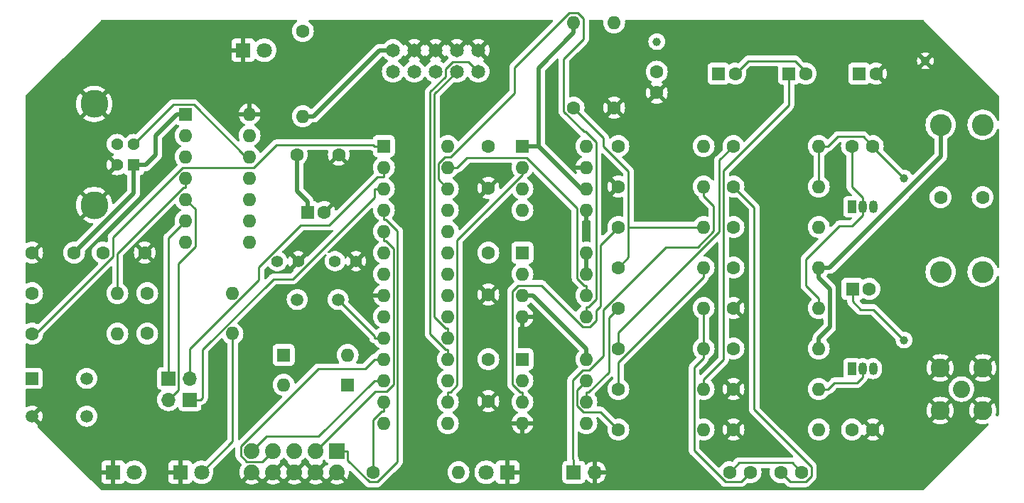
<source format=gbr>
%TF.GenerationSoftware,KiCad,Pcbnew,7.0.10*%
%TF.CreationDate,2026-01-22T15:53:03+01:00*%
%TF.ProjectId,rtty-transmitter,72747479-2d74-4726-916e-736d69747465,rev?*%
%TF.SameCoordinates,Original*%
%TF.FileFunction,Copper,L2,Bot*%
%TF.FilePolarity,Positive*%
%FSLAX46Y46*%
G04 Gerber Fmt 4.6, Leading zero omitted, Abs format (unit mm)*
G04 Created by KiCad (PCBNEW 7.0.10) date 2026-01-22 15:53:03*
%MOMM*%
%LPD*%
G01*
G04 APERTURE LIST*
%TA.AperFunction,ComponentPad*%
%ADD10C,1.600000*%
%TD*%
%TA.AperFunction,ComponentPad*%
%ADD11O,1.600000X1.600000*%
%TD*%
%TA.AperFunction,ComponentPad*%
%ADD12C,1.400000*%
%TD*%
%TA.AperFunction,ComponentPad*%
%ADD13R,1.600000X1.600000*%
%TD*%
%TA.AperFunction,ComponentPad*%
%ADD14C,2.050000*%
%TD*%
%TA.AperFunction,ComponentPad*%
%ADD15C,2.250000*%
%TD*%
%TA.AperFunction,ComponentPad*%
%ADD16R,1.700000X1.700000*%
%TD*%
%TA.AperFunction,ComponentPad*%
%ADD17O,1.700000X1.700000*%
%TD*%
%TA.AperFunction,ComponentPad*%
%ADD18C,1.000000*%
%TD*%
%TA.AperFunction,ComponentPad*%
%ADD19R,1.050000X1.500000*%
%TD*%
%TA.AperFunction,ComponentPad*%
%ADD20O,1.050000X1.500000*%
%TD*%
%TA.AperFunction,ComponentPad*%
%ADD21R,1.428000X1.428000*%
%TD*%
%TA.AperFunction,ComponentPad*%
%ADD22C,1.428000*%
%TD*%
%TA.AperFunction,ComponentPad*%
%ADD23C,3.316000*%
%TD*%
%TA.AperFunction,ComponentPad*%
%ADD24R,1.879600X1.879600*%
%TD*%
%TA.AperFunction,ComponentPad*%
%ADD25C,1.879600*%
%TD*%
%TA.AperFunction,ComponentPad*%
%ADD26R,1.800000X1.800000*%
%TD*%
%TA.AperFunction,ComponentPad*%
%ADD27C,1.800000*%
%TD*%
%TA.AperFunction,ComponentPad*%
%ADD28R,1.508000X1.508000*%
%TD*%
%TA.AperFunction,ComponentPad*%
%ADD29C,1.508000*%
%TD*%
%TA.AperFunction,ComponentPad*%
%ADD30C,2.600000*%
%TD*%
%TA.AperFunction,ComponentPad*%
%ADD31C,1.650000*%
%TD*%
%TA.AperFunction,ComponentPad*%
%ADD32C,1.500000*%
%TD*%
%TA.AperFunction,Conductor*%
%ADD33C,0.250000*%
%TD*%
%TA.AperFunction,Conductor*%
%ADD34C,0.500000*%
%TD*%
G04 APERTURE END LIST*
D10*
%TO.P,R15,1*%
%TO.N,VIRTUAL GROUND*%
X67310000Y-12446000D03*
D11*
%TO.P,R15,2*%
%TO.N,+5V*%
X67310000Y-2286000D03*
%TD*%
D12*
%TO.P,C5,1*%
%TO.N,Net-(U2-XTAL1{slash}PB6)*%
X32004000Y-30734000D03*
%TO.P,C5,2*%
%TO.N,GND*%
X34504000Y-30734000D03*
%TD*%
D10*
%TO.P,R20,1*%
%TO.N,Net-(U5B-+)*%
X72644000Y-45974000D03*
D11*
%TO.P,R20,2*%
%TO.N,Net-(C16-Pad1)*%
X82804000Y-45974000D03*
%TD*%
D10*
%TO.P,C15,1*%
%TO.N,Net-(U5A-+)*%
X85892000Y-55880000D03*
%TO.P,C15,2*%
%TO.N,VIRTUAL GROUND*%
X88392000Y-55880000D03*
%TD*%
D13*
%TO.P,C7,1*%
%TO.N,BUFFERED AUDIO*%
X100544600Y-34036000D03*
D10*
%TO.P,C7,2*%
%TO.N,Net-(Q2-B)*%
X102544600Y-34036000D03*
%TD*%
D13*
%TO.P,D6,1,K*%
%TO.N,Net-(D5-A)*%
X40386000Y-45466000D03*
D11*
%TO.P,D6,2,A*%
%TO.N,Net-(D5-K)*%
X32766000Y-45466000D03*
%TD*%
D10*
%TO.P,R9,1*%
%TO.N,Net-(Q2-B)*%
X86360000Y-41148000D03*
D11*
%TO.P,R9,2*%
%TO.N,+5V*%
X96520000Y-41148000D03*
%TD*%
D10*
%TO.P,R16,1*%
%TO.N,GND*%
X72136000Y-12446000D03*
D11*
%TO.P,R16,2*%
%TO.N,VIRTUAL GROUND*%
X72136000Y-2286000D03*
%TD*%
D13*
%TO.P,C17,1*%
%TO.N,VIRTUAL GROUND*%
X101346000Y-8382000D03*
D10*
%TO.P,C17,2*%
%TO.N,GND*%
X103346000Y-8382000D03*
%TD*%
%TO.P,C1,1*%
%TO.N,GND*%
X2794000Y-29718000D03*
%TO.P,C1,2*%
%TO.N,+5V*%
X7794000Y-29718000D03*
%TD*%
%TO.P,R13,1*%
%TO.N,GND*%
X72644000Y-21844000D03*
D11*
%TO.P,R13,2*%
%TO.N,AUDIO SIGNAL*%
X82804000Y-21844000D03*
%TD*%
D10*
%TO.P,C10,1*%
%TO.N,Net-(Q1-C)*%
X116038000Y-23114000D03*
%TO.P,C10,2*%
%TO.N,Net-(C10-Pad2)*%
X111038000Y-23114000D03*
%TD*%
D14*
%TO.P,J7,1,In*%
%TO.N,Net-(J7-In)*%
X113538000Y-45974000D03*
D15*
%TO.P,J7,2,Ext*%
%TO.N,GND*%
X110998000Y-43434000D03*
X110998000Y-48514000D03*
X116078000Y-43434000D03*
X116078000Y-48514000D03*
%TD*%
D10*
%TO.P,R3,1*%
%TO.N,Net-(J4-Pin_2)*%
X16510000Y-34544000D03*
D11*
%TO.P,R3,2*%
%TO.N,Net-(D1-A)*%
X26670000Y-34544000D03*
%TD*%
D16*
%TO.P,J6,1,Pin_1*%
%TO.N,AUDIO SIGNAL*%
X67330000Y-55880000D03*
D17*
%TO.P,J6,2,Pin_2*%
%TO.N,GND*%
X69870000Y-55880000D03*
%TD*%
D18*
%TO.P,TP1,1,1*%
%TO.N,VIRTUAL GROUND*%
X77216000Y-4572000D03*
%TD*%
D19*
%TO.P,Q1,1,E*%
%TO.N,Net-(Q1-E)*%
X100457000Y-24236000D03*
D20*
%TO.P,Q1,2,B*%
%TO.N,Net-(Q1-B)*%
X101727000Y-24236000D03*
%TO.P,Q1,3,C*%
%TO.N,Net-(Q1-C)*%
X102997000Y-24236000D03*
%TD*%
D10*
%TO.P,R6,1*%
%TO.N,Net-(U2-PD7)*%
X43434000Y-55880000D03*
D11*
%TO.P,R6,2*%
%TO.N,Net-(D4-A)*%
X53594000Y-55880000D03*
%TD*%
D21*
%TO.P,J1,1,VBUS*%
%TO.N,+5V*%
X14910000Y-19270000D03*
D22*
%TO.P,J1,2,D-*%
%TO.N,Net-(J1-D-)*%
X14910000Y-16770000D03*
%TO.P,J1,3,D+*%
%TO.N,Net-(J1-D+)*%
X12910000Y-16770000D03*
%TO.P,J1,4,GND*%
%TO.N,GND*%
X12910000Y-19270000D03*
D23*
%TO.P,J1,SH1,SHIELD*%
X10200000Y-12000000D03*
X10200000Y-24040000D03*
%TD*%
D13*
%TO.P,U3,1,Vdd*%
%TO.N,+5V*%
X61214000Y-17018000D03*
D11*
%TO.P,U3,2,~{CS}*%
%TO.N,Net-(U2-PB2)*%
X61214000Y-19558000D03*
%TO.P,U3,3,SCK*%
%TO.N,SCK*%
X61214000Y-22098000D03*
%TO.P,U3,4,SDI*%
%TO.N,MOSI*%
X61214000Y-24638000D03*
%TO.P,U3,5,~{LDAC}*%
%TO.N,GND*%
X68834000Y-24638000D03*
%TO.P,U3,6,Vref*%
%TO.N,+5V*%
X68834000Y-22098000D03*
%TO.P,U3,7,Vss*%
%TO.N,GND*%
X68834000Y-19558000D03*
%TO.P,U3,8,Vout*%
%TO.N,Net-(U3-Vout)*%
X68834000Y-17018000D03*
%TD*%
D10*
%TO.P,R24,1*%
%TO.N,CARRIER WAVE*%
X86360000Y-26670000D03*
D11*
%TO.P,R24,2*%
%TO.N,Net-(D5-A)*%
X96520000Y-26670000D03*
%TD*%
D10*
%TO.P,R4,1*%
%TO.N,Net-(J5-Pin_1)*%
X16510000Y-39356000D03*
D11*
%TO.P,R4,2*%
%TO.N,Net-(D2-A)*%
X26670000Y-39356000D03*
%TD*%
D19*
%TO.P,Q2,1,E*%
%TO.N,Net-(Q2-E)*%
X100457000Y-43540000D03*
D20*
%TO.P,Q2,2,B*%
%TO.N,Net-(Q2-B)*%
X101727000Y-43540000D03*
%TO.P,Q2,3,C*%
%TO.N,Net-(Q1-E)*%
X102997000Y-43540000D03*
%TD*%
D10*
%TO.P,R14,1*%
%TO.N,Net-(U5A-+)*%
X72644000Y-26670000D03*
D11*
%TO.P,R14,2*%
%TO.N,VIRTUAL GROUND*%
X82804000Y-26670000D03*
%TD*%
D10*
%TO.P,C8,1*%
%TO.N,GND*%
X57150000Y-22018000D03*
%TO.P,C8,2*%
%TO.N,+5V*%
X57150000Y-17018000D03*
%TD*%
D24*
%TO.P,J3,1*%
%TO.N,Net-(U2-PD2)*%
X39116000Y-53340000D03*
D25*
%TO.P,J3,2*%
%TO.N,GND*%
X39116000Y-55880000D03*
%TO.P,J3,3*%
%TO.N,Net-(U2-PD3)*%
X36576000Y-53340000D03*
%TO.P,J3,4*%
%TO.N,GND*%
X36576000Y-55880000D03*
%TO.P,J3,5*%
%TO.N,Net-(U2-PD4)*%
X34036000Y-53340000D03*
%TO.P,J3,6*%
%TO.N,GND*%
X34036000Y-55880000D03*
%TO.P,J3,7*%
%TO.N,Net-(U2-PD5)*%
X31496000Y-53340000D03*
%TO.P,J3,8*%
%TO.N,GND*%
X31496000Y-55880000D03*
%TO.P,J3,9*%
%TO.N,Net-(U2-PD6)*%
X28956000Y-53340000D03*
%TO.P,J3,10*%
%TO.N,GND*%
X28956000Y-55880000D03*
%TD*%
D10*
%TO.P,C14,1*%
%TO.N,+5V*%
X57150000Y-29718000D03*
%TO.P,C14,2*%
%TO.N,GND*%
X57150000Y-34718000D03*
%TD*%
%TO.P,R19,1*%
%TO.N,Net-(D5-K)*%
X72644000Y-41148000D03*
D11*
%TO.P,R19,2*%
%TO.N,VIRTUAL GROUND*%
X82804000Y-41148000D03*
%TD*%
D13*
%TO.P,U2,1,~{RESET}/PC6*%
%TO.N,RESET*%
X44704000Y-17018000D03*
D11*
%TO.P,U2,2,PD0*%
%TO.N,Net-(J4-Pin_2)*%
X44704000Y-19558000D03*
%TO.P,U2,3,PD1*%
%TO.N,Net-(J5-Pin_1)*%
X44704000Y-22098000D03*
%TO.P,U2,4,PD2*%
%TO.N,Net-(U2-PD2)*%
X44704000Y-24638000D03*
%TO.P,U2,5,PD3*%
%TO.N,Net-(U2-PD3)*%
X44704000Y-27178000D03*
%TO.P,U2,6,PD4*%
%TO.N,Net-(U2-PD4)*%
X44704000Y-29718000D03*
%TO.P,U2,7,VCC*%
%TO.N,+5V*%
X44704000Y-32258000D03*
%TO.P,U2,8,GND*%
%TO.N,GND*%
X44704000Y-34798000D03*
%TO.P,U2,9,XTAL1/PB6*%
%TO.N,Net-(U2-XTAL1{slash}PB6)*%
X44704000Y-37338000D03*
%TO.P,U2,10,XTAL2/PB7*%
%TO.N,Net-(U2-XTAL2{slash}PB7)*%
X44704000Y-39878000D03*
%TO.P,U2,11,PD5*%
%TO.N,Net-(U2-PD5)*%
X44704000Y-42418000D03*
%TO.P,U2,12,PD6*%
%TO.N,Net-(U2-PD6)*%
X44704000Y-44958000D03*
%TO.P,U2,13,PD7*%
%TO.N,Net-(U2-PD7)*%
X44704000Y-47498000D03*
%TO.P,U2,14,PB0*%
%TO.N,unconnected-(U2-PB0-Pad14)*%
X44704000Y-50038000D03*
%TO.P,U2,15,PB1*%
%TO.N,unconnected-(U2-PB1-Pad15)*%
X52324000Y-50038000D03*
%TO.P,U2,16,PB2*%
%TO.N,Net-(U2-PB2)*%
X52324000Y-47498000D03*
%TO.P,U2,17,PB3*%
%TO.N,MOSI*%
X52324000Y-44958000D03*
%TO.P,U2,18,PB4*%
%TO.N,MISO*%
X52324000Y-42418000D03*
%TO.P,U2,19,PB5*%
%TO.N,SCK*%
X52324000Y-39878000D03*
%TO.P,U2,20,AVCC*%
%TO.N,+5V*%
X52324000Y-37338000D03*
%TO.P,U2,21,AREF*%
%TO.N,unconnected-(U2-AREF-Pad21)*%
X52324000Y-34798000D03*
%TO.P,U2,22,GND*%
%TO.N,GND*%
X52324000Y-32258000D03*
%TO.P,U2,23,PC0*%
%TO.N,Net-(U2-PC0)*%
X52324000Y-29718000D03*
%TO.P,U2,24,PC1*%
%TO.N,unconnected-(U2-PC1-Pad24)*%
X52324000Y-27178000D03*
%TO.P,U2,25,PC2*%
%TO.N,unconnected-(U2-PC2-Pad25)*%
X52324000Y-24638000D03*
%TO.P,U2,26,PC3*%
%TO.N,Net-(U2-PC3)*%
X52324000Y-22098000D03*
%TO.P,U2,27,PC4*%
%TO.N,Net-(U2-PC4)*%
X52324000Y-19558000D03*
%TO.P,U2,28,PC5*%
%TO.N,Net-(U2-PC5)*%
X52324000Y-17018000D03*
%TD*%
D10*
%TO.P,C19,1*%
%TO.N,+5V*%
X57150000Y-42418000D03*
%TO.P,C19,2*%
%TO.N,GND*%
X57150000Y-47418000D03*
%TD*%
D13*
%TO.P,D5,1,K*%
%TO.N,Net-(D5-K)*%
X32766000Y-41910000D03*
D11*
%TO.P,D5,2,A*%
%TO.N,Net-(D5-A)*%
X40386000Y-41910000D03*
%TD*%
D26*
%TO.P,D4,1,K*%
%TO.N,GND*%
X59436000Y-55880000D03*
D27*
%TO.P,D4,2,A*%
%TO.N,Net-(D4-A)*%
X56896000Y-55880000D03*
%TD*%
D10*
%TO.P,R11,1*%
%TO.N,GND*%
X86360000Y-50800000D03*
D11*
%TO.P,R11,2*%
%TO.N,Net-(Q2-E)*%
X96520000Y-50800000D03*
%TD*%
D26*
%TO.P,D3,1,K*%
%TO.N,GND*%
X27940000Y-5588000D03*
D27*
%TO.P,D3,2,A*%
%TO.N,Net-(D3-A)*%
X30480000Y-5588000D03*
%TD*%
D28*
%TO.P,S1,1*%
%TO.N,unconnected-(S1-Pad1)*%
X2794000Y-44704000D03*
D29*
%TO.P,S1,2*%
%TO.N,RESET*%
X9294000Y-44704000D03*
%TO.P,S1,3*%
%TO.N,GND*%
X2794000Y-49204000D03*
%TO.P,S1,4*%
%TO.N,unconnected-(S1-Pad4)*%
X9294000Y-49204000D03*
%TD*%
D10*
%TO.P,R5,1*%
%TO.N,Net-(D3-A)*%
X35052000Y-3302000D03*
D11*
%TO.P,R5,2*%
%TO.N,+5V*%
X35052000Y-13462000D03*
%TD*%
D30*
%TO.P,L2,1,1*%
%TO.N,Net-(C10-Pad2)*%
X111038000Y-32004000D03*
%TO.P,L2,2,2*%
%TO.N,Net-(J7-In)*%
X116038000Y-32004000D03*
%TD*%
D10*
%TO.P,R21,1*%
%TO.N,BUFFERED AUDIO*%
X72644000Y-50800000D03*
D11*
%TO.P,R21,2*%
%TO.N,Net-(U5B--)*%
X82804000Y-50800000D03*
%TD*%
D12*
%TO.P,C9,1*%
%TO.N,Net-(U2-XTAL2{slash}PB7)*%
X38882000Y-30734000D03*
%TO.P,C9,2*%
%TO.N,GND*%
X41382000Y-30734000D03*
%TD*%
D10*
%TO.P,R8,1*%
%TO.N,GND*%
X86360000Y-36322000D03*
D11*
%TO.P,R8,2*%
%TO.N,Net-(Q1-B)*%
X96520000Y-36322000D03*
%TD*%
D10*
%TO.P,R22,1*%
%TO.N,Net-(D5-K)*%
X86360000Y-17018000D03*
D11*
%TO.P,R22,2*%
%TO.N,CARRIER WAVE*%
X96520000Y-17018000D03*
%TD*%
D30*
%TO.P,L1,1,1*%
%TO.N,+5V*%
X111038000Y-14478000D03*
%TO.P,L1,2,2*%
%TO.N,Net-(Q1-C)*%
X116038000Y-14478000D03*
%TD*%
D16*
%TO.P,J4,1,Pin_1*%
%TO.N,Net-(J4-Pin_1)*%
X19050000Y-44704000D03*
D17*
%TO.P,J4,2,Pin_2*%
%TO.N,Net-(J4-Pin_2)*%
X21590000Y-44704000D03*
%TD*%
D10*
%TO.P,C12,1*%
%TO.N,Net-(C10-Pad2)*%
X100477000Y-50800000D03*
%TO.P,C12,2*%
%TO.N,GND*%
X102977000Y-50800000D03*
%TD*%
D18*
%TO.P,TP3,1,1*%
%TO.N,CARRIER WAVE*%
X106680000Y-20828000D03*
%TD*%
%TO.P,TP4,1,1*%
%TO.N,BUFFERED AUDIO*%
X106680000Y-40132000D03*
%TD*%
D13*
%TO.P,U5,1*%
%TO.N,CARRIER WAVE*%
X61214000Y-42418000D03*
D11*
%TO.P,U5,2,-*%
%TO.N,Net-(D5-K)*%
X61214000Y-44958000D03*
%TO.P,U5,3,+*%
%TO.N,Net-(U5A-+)*%
X61214000Y-47498000D03*
%TO.P,U5,4,V-*%
%TO.N,GND*%
X61214000Y-50038000D03*
%TO.P,U5,5,+*%
%TO.N,Net-(U5B-+)*%
X68834000Y-50038000D03*
%TO.P,U5,6,-*%
%TO.N,Net-(U5B--)*%
X68834000Y-47498000D03*
%TO.P,U5,7*%
%TO.N,BUFFERED AUDIO*%
X68834000Y-44958000D03*
%TO.P,U5,8,V+*%
%TO.N,+5V*%
X68834000Y-42418000D03*
%TD*%
D26*
%TO.P,D2,1,K*%
%TO.N,GND*%
X20454000Y-55880000D03*
D27*
%TO.P,D2,2,A*%
%TO.N,Net-(D2-A)*%
X22994000Y-55880000D03*
%TD*%
D10*
%TO.P,R10,1*%
%TO.N,GND*%
X86360000Y-45974000D03*
D11*
%TO.P,R10,2*%
%TO.N,Net-(Q2-B)*%
X96520000Y-45974000D03*
%TD*%
D13*
%TO.P,U1,1,VDD*%
%TO.N,+5V*%
X21082000Y-13208000D03*
D11*
%TO.P,U1,2,GP0*%
%TO.N,unconnected-(U1-GP0-Pad2)*%
X21082000Y-15748000D03*
%TO.P,U1,3,GP1*%
%TO.N,unconnected-(U1-GP1-Pad3)*%
X21082000Y-18288000D03*
%TO.P,U1,4,~{RST}*%
%TO.N,Net-(U1-~{RST})*%
X21082000Y-20828000D03*
%TO.P,U1,5,URx*%
%TO.N,Net-(J5-Pin_2)*%
X21082000Y-23368000D03*
%TO.P,U1,6,UTx*%
%TO.N,Net-(J4-Pin_1)*%
X21082000Y-25908000D03*
%TO.P,U1,7,GP2*%
%TO.N,unconnected-(U1-GP2-Pad7)*%
X21082000Y-28448000D03*
%TO.P,U1,8,GP3*%
%TO.N,unconnected-(U1-GP3-Pad8)*%
X28702000Y-28448000D03*
%TO.P,U1,9,SDA*%
%TO.N,unconnected-(U1-SDA-Pad9)*%
X28702000Y-25908000D03*
%TO.P,U1,10,SCL*%
%TO.N,unconnected-(U1-SCL-Pad10)*%
X28702000Y-23368000D03*
%TO.P,U1,11,VUSB*%
%TO.N,Net-(U1-VUSB)*%
X28702000Y-20828000D03*
%TO.P,U1,12,D-*%
%TO.N,Net-(J1-D-)*%
X28702000Y-18288000D03*
%TO.P,U1,13,D+*%
%TO.N,Net-(J1-D+)*%
X28702000Y-15748000D03*
%TO.P,U1,14,VSS*%
%TO.N,GND*%
X28702000Y-13208000D03*
%TD*%
D13*
%TO.P,C3,1*%
%TO.N,+5V*%
X35600000Y-24892000D03*
D10*
%TO.P,C3,2*%
%TO.N,GND*%
X37600000Y-24892000D03*
%TD*%
%TO.P,C6,1*%
%TO.N,Net-(Q1-B)*%
X100457000Y-17018000D03*
%TO.P,C6,2*%
%TO.N,CARRIER WAVE*%
X102957000Y-17018000D03*
%TD*%
%TO.P,C11,1*%
%TO.N,GND*%
X77216000Y-10648000D03*
%TO.P,C11,2*%
%TO.N,Net-(C11-Pad2)*%
X77216000Y-8148000D03*
%TD*%
D31*
%TO.P,J2,1*%
%TO.N,MOSI*%
X45796200Y-8128000D03*
%TO.P,J2,2*%
%TO.N,+5V*%
X45796200Y-5588000D03*
%TO.P,J2,3*%
%TO.N,unconnected-(J2-Pad3)*%
X48336200Y-8128000D03*
%TO.P,J2,4*%
%TO.N,GND*%
X48336200Y-5588000D03*
%TO.P,J2,5*%
%TO.N,RESET*%
X50876200Y-8128000D03*
%TO.P,J2,6*%
%TO.N,GND*%
X50876200Y-5588000D03*
%TO.P,J2,7*%
%TO.N,SCK*%
X53416200Y-8128000D03*
%TO.P,J2,8*%
%TO.N,GND*%
X53416200Y-5588000D03*
%TO.P,J2,9*%
%TO.N,MISO*%
X55956200Y-8128000D03*
%TO.P,J2,10*%
%TO.N,GND*%
X55956200Y-5588000D03*
%TD*%
D13*
%TO.P,C16,1*%
%TO.N,Net-(C16-Pad1)*%
X92964000Y-8382000D03*
D10*
%TO.P,C16,2*%
%TO.N,AUDIO SIGNAL*%
X94964000Y-8382000D03*
%TD*%
D18*
%TO.P,TP2,1,1*%
%TO.N,GND*%
X109220000Y-6858000D03*
%TD*%
D10*
%TO.P,R17,1*%
%TO.N,VIRTUAL GROUND*%
X72644000Y-31496000D03*
D11*
%TO.P,R17,2*%
%TO.N,Net-(U5B-+)*%
X82804000Y-31496000D03*
%TD*%
D32*
%TO.P,Y1,1,1*%
%TO.N,Net-(U2-XTAL1{slash}PB6)*%
X34380000Y-35306000D03*
%TO.P,Y1,2,2*%
%TO.N,Net-(U2-XTAL2{slash}PB7)*%
X39260000Y-35306000D03*
%TD*%
D10*
%TO.P,C4,1*%
%TO.N,+5V*%
X34330000Y-18034000D03*
%TO.P,C4,2*%
%TO.N,GND*%
X39330000Y-18034000D03*
%TD*%
%TO.P,R18,1*%
%TO.N,Net-(U5B--)*%
X72644000Y-36322000D03*
D11*
%TO.P,R18,2*%
%TO.N,VIRTUAL GROUND*%
X82804000Y-36322000D03*
%TD*%
D10*
%TO.P,R1,1*%
%TO.N,+5V*%
X2794000Y-34544000D03*
D11*
%TO.P,R1,2*%
%TO.N,Net-(U1-~{RST})*%
X12954000Y-34544000D03*
%TD*%
D26*
%TO.P,D1,1,K*%
%TO.N,GND*%
X12446000Y-55880000D03*
D27*
%TO.P,D1,2,A*%
%TO.N,Net-(D1-A)*%
X14986000Y-55880000D03*
%TD*%
D10*
%TO.P,C2,1*%
%TO.N,Net-(U1-VUSB)*%
X11214000Y-29718000D03*
%TO.P,C2,2*%
%TO.N,GND*%
X16214000Y-29718000D03*
%TD*%
%TO.P,R7,1*%
%TO.N,Net-(Q1-B)*%
X86360000Y-31496000D03*
D11*
%TO.P,R7,2*%
%TO.N,+5V*%
X96520000Y-31496000D03*
%TD*%
D13*
%TO.P,C13,1*%
%TO.N,Net-(C11-Pad2)*%
X84582000Y-8382000D03*
D10*
%TO.P,C13,2*%
%TO.N,AUDIO SIGNAL*%
X86582000Y-8382000D03*
%TD*%
%TO.P,R2,1*%
%TO.N,RESET*%
X2794000Y-39370000D03*
D11*
%TO.P,R2,2*%
%TO.N,+5V*%
X12954000Y-39370000D03*
%TD*%
D16*
%TO.P,J5,1,Pin_1*%
%TO.N,Net-(J5-Pin_1)*%
X21595000Y-47244000D03*
D17*
%TO.P,J5,2,Pin_2*%
%TO.N,Net-(J5-Pin_2)*%
X19055000Y-47244000D03*
%TD*%
D10*
%TO.P,C18,1*%
%TO.N,Net-(C18-Pad1)*%
X91988000Y-55880000D03*
%TO.P,C18,2*%
%TO.N,Net-(U5A-+)*%
X94488000Y-55880000D03*
%TD*%
D13*
%TO.P,U4,1,~{CS}*%
%TO.N,Net-(U2-PC0)*%
X61214000Y-29718000D03*
D11*
%TO.P,U4,2,MISO*%
%TO.N,Net-(U2-PC5)*%
X61214000Y-32258000D03*
%TO.P,U4,3,~{WP}*%
%TO.N,+5V*%
X61214000Y-34798000D03*
%TO.P,U4,4,GND*%
%TO.N,GND*%
X61214000Y-37338000D03*
%TO.P,U4,5,MOSI*%
%TO.N,Net-(U2-PC3)*%
X68834000Y-37338000D03*
%TO.P,U4,6,SCK*%
%TO.N,Net-(U2-PC4)*%
X68834000Y-34798000D03*
%TO.P,U4,7,~{HOLD}*%
%TO.N,+5V*%
X68834000Y-32258000D03*
%TO.P,U4,8,VCC*%
X68834000Y-29718000D03*
%TD*%
D10*
%TO.P,R23,1*%
%TO.N,Net-(C18-Pad1)*%
X86360000Y-21844000D03*
D11*
%TO.P,R23,2*%
%TO.N,CARRIER WAVE*%
X96520000Y-21844000D03*
%TD*%
D10*
%TO.P,R12,1*%
%TO.N,Net-(U3-Vout)*%
X72644000Y-17018000D03*
D11*
%TO.P,R12,2*%
%TO.N,Net-(C11-Pad2)*%
X82804000Y-17018000D03*
%TD*%
D33*
%TO.N,Net-(U2-XTAL2{slash}PB7)*%
X39260000Y-35306000D02*
X43577100Y-39623100D01*
X43577100Y-39623100D02*
X43577100Y-39878000D01*
X44704000Y-39878000D02*
X43577100Y-39878000D01*
D34*
%TO.N,+5V*%
X96520000Y-31496000D02*
X97771900Y-31496000D01*
X63128100Y-7719800D02*
X67310000Y-3537900D01*
X68834000Y-42418000D02*
X68834000Y-41166100D01*
X97820600Y-34048500D02*
X96520000Y-32747900D01*
X14910000Y-22602000D02*
X7794000Y-29718000D01*
X16290000Y-19270000D02*
X14910000Y-19270000D01*
X21082000Y-13208000D02*
X20066000Y-13208000D01*
X63128100Y-17018000D02*
X63128100Y-7719800D01*
X96520000Y-41148000D02*
X96520000Y-39896100D01*
X17526000Y-18034000D02*
X16290000Y-19270000D01*
X62465900Y-34798000D02*
X68834000Y-41166100D01*
X111038000Y-14478000D02*
X111038000Y-18229900D01*
X96520000Y-31496000D02*
X96520000Y-32747900D01*
X35600000Y-24892000D02*
X35600000Y-23640100D01*
X14910000Y-19270000D02*
X14910000Y-22602000D01*
X35600000Y-23640100D02*
X34330000Y-22370100D01*
X67310000Y-2286000D02*
X67310000Y-3537900D01*
X20066000Y-13208000D02*
X17526000Y-15748000D01*
X14910000Y-19270000D02*
X16075900Y-19270000D01*
X68834000Y-32258000D02*
X68834000Y-29718000D01*
X111038000Y-18229900D02*
X97771900Y-31496000D01*
X35052000Y-13462000D02*
X36303900Y-13462000D01*
X68208100Y-22098000D02*
X63128100Y-17018000D01*
X17526000Y-15748000D02*
X17526000Y-18034000D01*
X63128100Y-17018000D02*
X61214000Y-17018000D01*
X97820600Y-38595500D02*
X97820600Y-34048500D01*
X34330000Y-22370100D02*
X34330000Y-18034000D01*
X44177900Y-5588000D02*
X36303900Y-13462000D01*
X61214000Y-34798000D02*
X62465900Y-34798000D01*
X45796200Y-5588000D02*
X44177900Y-5588000D01*
X96520000Y-39896100D02*
X97820600Y-38595500D01*
X68834000Y-22098000D02*
X68208100Y-22098000D01*
D33*
%TO.N,AUDIO SIGNAL*%
X78306600Y-29035300D02*
X82105600Y-29035300D01*
X94964000Y-8132000D02*
X94964000Y-8382000D01*
X93690000Y-6858000D02*
X94964000Y-8132000D01*
X82804000Y-22970900D02*
X82804000Y-21844000D01*
X82105600Y-29035300D02*
X84000000Y-27140900D01*
X70819200Y-42057000D02*
X70819200Y-36522700D01*
X67195500Y-54289600D02*
X67195500Y-44911200D01*
X86582000Y-8382000D02*
X88106000Y-6858000D01*
X67330000Y-54424100D02*
X67195500Y-54289600D01*
X67195500Y-44911200D02*
X68418700Y-43688000D01*
X67330000Y-55880000D02*
X67330000Y-54424100D01*
X68418700Y-43688000D02*
X69188200Y-43688000D01*
X88106000Y-6858000D02*
X93690000Y-6858000D01*
X70819200Y-36522700D02*
X78306600Y-29035300D01*
X69188200Y-43688000D02*
X70819200Y-42057000D01*
X84000000Y-27140900D02*
X84000000Y-24166900D01*
X84000000Y-24166900D02*
X82804000Y-22970900D01*
%TO.N,Net-(D2-A)*%
X26670000Y-39356000D02*
X26670000Y-52204000D01*
X26670000Y-52204000D02*
X22994000Y-55880000D01*
%TO.N,Net-(J1-D-)*%
X22082700Y-12081100D02*
X28289600Y-18288000D01*
X19598900Y-12081100D02*
X22082700Y-12081100D01*
X14910000Y-16770000D02*
X19598900Y-12081100D01*
X28289600Y-18288000D02*
X28702000Y-18288000D01*
%TO.N,RESET*%
X43418500Y-16859400D02*
X43577100Y-17018000D01*
X29203500Y-19558000D02*
X31902100Y-16859400D01*
X3243400Y-39370000D02*
X12421500Y-30191900D01*
X31902100Y-16859400D02*
X43418500Y-16859400D01*
X12421500Y-30191900D02*
X12421500Y-27848500D01*
X44704000Y-17018000D02*
X43577100Y-17018000D01*
X2794000Y-39370000D02*
X3243400Y-39370000D01*
X12421500Y-27848500D02*
X20712000Y-19558000D01*
X20712000Y-19558000D02*
X29203500Y-19558000D01*
%TO.N,BUFFERED AUDIO*%
X67681500Y-46110500D02*
X68834000Y-44958000D01*
X103048000Y-36500000D02*
X106680000Y-40132000D01*
X101500000Y-36500000D02*
X103048000Y-36500000D01*
X67681500Y-47944500D02*
X67681500Y-46110500D01*
X70549600Y-48705600D02*
X68442600Y-48705600D01*
X72644000Y-50800000D02*
X70549600Y-48705600D01*
X100544600Y-34036000D02*
X100544600Y-35544600D01*
X68442600Y-48705600D02*
X67681500Y-47944500D01*
X100544600Y-35544600D02*
X101500000Y-36500000D01*
%TO.N,Net-(Q2-B)*%
X101092000Y-45212000D02*
X98408900Y-45212000D01*
X98408900Y-45212000D02*
X97646900Y-45974000D01*
X101727000Y-43540000D02*
X101727000Y-44577000D01*
X97646900Y-45974000D02*
X96520000Y-45974000D01*
X101727000Y-44577000D02*
X101092000Y-45212000D01*
%TO.N,Net-(Q1-B)*%
X99500000Y-26500000D02*
X99000000Y-26500000D01*
X100500000Y-26500000D02*
X99500000Y-26500000D01*
X95000000Y-33675100D02*
X96520000Y-35195100D01*
X100457000Y-21889100D02*
X100457000Y-17018000D01*
X99000000Y-26500000D02*
X95000000Y-30500000D01*
X101727000Y-24155500D02*
X101727000Y-23159100D01*
X101727000Y-23159100D02*
X100457000Y-21889100D01*
X96520000Y-35195100D02*
X96520000Y-36322000D01*
X101727000Y-24155500D02*
X101727000Y-24236000D01*
X101727000Y-24236000D02*
X101727000Y-25273000D01*
X95000000Y-30500000D02*
X95000000Y-33675100D01*
X101727000Y-25273000D02*
X100500000Y-26500000D01*
%TO.N,CARRIER WAVE*%
X96520000Y-21844000D02*
X96520000Y-17018000D01*
X97646900Y-17018000D02*
X98791900Y-15873000D01*
X96520000Y-17018000D02*
X97646900Y-17018000D01*
X101812000Y-15873000D02*
X102957000Y-17018000D01*
X106680000Y-20828000D02*
X102957000Y-17105000D01*
X102957000Y-17105000D02*
X102957000Y-17018000D01*
X98791900Y-15873000D02*
X101812000Y-15873000D01*
%TO.N,SCK*%
X52324000Y-39878000D02*
X52324000Y-38751100D01*
X50722800Y-37383400D02*
X52090500Y-38751100D01*
X53416200Y-8128000D02*
X50722800Y-10821400D01*
X52090500Y-38751100D02*
X52324000Y-38751100D01*
X50722800Y-10821400D02*
X50722800Y-37383400D01*
%TO.N,MISO*%
X55956200Y-8128000D02*
X54802300Y-6974100D01*
X50231600Y-39432200D02*
X52090500Y-41291100D01*
X52028100Y-8742200D02*
X50231600Y-10538700D01*
X52873400Y-6974100D02*
X52028100Y-7819400D01*
X54802300Y-6974100D02*
X52873400Y-6974100D01*
X52090500Y-41291100D02*
X52324000Y-41291100D01*
X50231600Y-10538700D02*
X50231600Y-39432200D01*
X52028100Y-7819400D02*
X52028100Y-8742200D01*
X52324000Y-42418000D02*
X52324000Y-41291100D01*
%TO.N,Net-(U1-~{RST})*%
X12954000Y-29801200D02*
X12954000Y-34544000D01*
X21082000Y-20828000D02*
X21082000Y-21954900D01*
X21082000Y-21954900D02*
X20800300Y-21954900D01*
X20800300Y-21954900D02*
X12954000Y-29801200D01*
%TO.N,Net-(U2-PB2)*%
X52324000Y-46371100D02*
X52605800Y-46371100D01*
X61214000Y-20451400D02*
X61214000Y-19558000D01*
X52324000Y-47498000D02*
X52324000Y-46371100D01*
X52605800Y-46371100D02*
X53450900Y-45526000D01*
X53450900Y-45526000D02*
X53450900Y-28214500D01*
X53450900Y-28214500D02*
X61214000Y-20451400D01*
%TO.N,Net-(U2-PC3)*%
X66129500Y-12881200D02*
X68542300Y-15294000D01*
X66760800Y-1157900D02*
X67829100Y-1157900D01*
X68542300Y-15294000D02*
X68740900Y-15294000D01*
X66129500Y-6650300D02*
X66129500Y-12881200D01*
X67829100Y-1157900D02*
X68490900Y-1819700D01*
X68490900Y-4288900D02*
X66129500Y-6650300D01*
X51186700Y-20960700D02*
X51186700Y-19063200D01*
X52324000Y-22098000D02*
X51186700Y-20960700D01*
X51961900Y-18288000D02*
X52669700Y-18288000D01*
X69067500Y-36211100D02*
X68834000Y-36211100D01*
X69987900Y-35290700D02*
X69067500Y-36211100D01*
X69987900Y-16541000D02*
X69987900Y-35290700D01*
X60297900Y-7620800D02*
X66760800Y-1157900D01*
X68834000Y-36211100D02*
X68834000Y-37338000D01*
X68740900Y-15294000D02*
X69987900Y-16541000D01*
X68490900Y-1819700D02*
X68490900Y-4288900D01*
X52669700Y-18288000D02*
X60297900Y-10659800D01*
X51186700Y-19063200D02*
X51961900Y-18288000D01*
X60297900Y-10659800D02*
X60297900Y-7620800D01*
%TO.N,Net-(U2-PC4)*%
X53450900Y-19558000D02*
X54625500Y-18383400D01*
X54625500Y-18383400D02*
X61684100Y-18383400D01*
X68834000Y-34798000D02*
X68834000Y-33671100D01*
X67707100Y-24406400D02*
X67707100Y-32777700D01*
X61684100Y-18383400D02*
X67707100Y-24406400D01*
X67707100Y-32777700D02*
X68600500Y-33671100D01*
X52324000Y-19558000D02*
X53450900Y-19558000D01*
X68600500Y-33671100D02*
X68834000Y-33671100D01*
%TO.N,Net-(U5A-+)*%
X60717300Y-33623000D02*
X60052600Y-34287700D01*
X70498900Y-36123700D02*
X70017000Y-36605600D01*
X87023000Y-54749000D02*
X85892000Y-55880000D01*
X93357000Y-54749000D02*
X87023000Y-54749000D01*
X68430500Y-38528200D02*
X63525300Y-33623000D01*
X69261800Y-38528200D02*
X68430500Y-38528200D01*
X72644000Y-26670000D02*
X70498900Y-28815100D01*
X94488000Y-55880000D02*
X93357000Y-54749000D01*
X60052600Y-45443200D02*
X60980500Y-46371100D01*
X60052600Y-34287700D02*
X60052600Y-45443200D01*
X70498900Y-28815100D02*
X70498900Y-36123700D01*
X60980500Y-46371100D02*
X61214000Y-46371100D01*
X61214000Y-47498000D02*
X61214000Y-46371100D01*
X70017000Y-36605600D02*
X70017000Y-37773000D01*
X63525300Y-33623000D02*
X60717300Y-33623000D01*
X70017000Y-37773000D02*
X69261800Y-38528200D01*
%TO.N,VIRTUAL GROUND*%
X81672900Y-53304600D02*
X85378200Y-57009900D01*
X70883800Y-16019800D02*
X67310000Y-12446000D01*
X87262100Y-57009900D02*
X88392000Y-55880000D01*
X82804000Y-26670000D02*
X81677100Y-26670000D01*
X70883800Y-17061200D02*
X70883800Y-16019800D01*
X73841000Y-30299000D02*
X73841000Y-26670000D01*
X82804000Y-36322000D02*
X82804000Y-41148000D01*
X85378200Y-57009900D02*
X87262100Y-57009900D01*
X82804000Y-42274900D02*
X81672900Y-43406000D01*
X82804000Y-41148000D02*
X82804000Y-42274900D01*
X73841000Y-26670000D02*
X73841000Y-20018400D01*
X73841000Y-20018400D02*
X70883800Y-17061200D01*
X72644000Y-31496000D02*
X73841000Y-30299000D01*
X73841000Y-26670000D02*
X81677100Y-26670000D01*
X81672900Y-43406000D02*
X81672900Y-53304600D01*
%TO.N,Net-(C16-Pad1)*%
X85169000Y-19919400D02*
X85169000Y-42482100D01*
X85169000Y-42482100D02*
X82804000Y-44847100D01*
X82804000Y-44847100D02*
X82804000Y-45974000D01*
X92964000Y-8382000D02*
X92964000Y-12124400D01*
X92964000Y-12124400D02*
X85169000Y-19919400D01*
%TO.N,Net-(C18-Pad1)*%
X88833100Y-24317100D02*
X86360000Y-21844000D01*
X94954500Y-57031300D02*
X95631300Y-56354500D01*
X91988000Y-55880000D02*
X93139300Y-57031300D01*
X88833100Y-48401200D02*
X88833100Y-24317100D01*
X95631300Y-55199400D02*
X88833100Y-48401200D01*
X93139300Y-57031300D02*
X94954500Y-57031300D01*
X95631300Y-56354500D02*
X95631300Y-55199400D01*
%TO.N,Net-(D5-K)*%
X84681600Y-27221000D02*
X72644000Y-39258600D01*
X84681600Y-18696300D02*
X84681600Y-27221000D01*
X84681700Y-18696300D02*
X84681600Y-18696300D01*
X86360000Y-17018000D02*
X84681700Y-18696300D01*
X72644000Y-39258600D02*
X72644000Y-41148000D01*
%TO.N,Net-(J4-Pin_1)*%
X19050000Y-27940000D02*
X19050000Y-44704000D01*
X21082000Y-25908000D02*
X19050000Y-27940000D01*
%TO.N,Net-(J4-Pin_2)*%
X43949800Y-20684900D02*
X44704000Y-20684900D01*
X38179100Y-26455600D02*
X43949800Y-20684900D01*
X29827400Y-31445900D02*
X34817700Y-26455600D01*
X44704000Y-19558000D02*
X44704000Y-20684900D01*
X34817700Y-26455600D02*
X38179100Y-26455600D01*
X21590000Y-41217700D02*
X29827400Y-32980300D01*
X21590000Y-44704000D02*
X21590000Y-41217700D01*
X29827400Y-32980300D02*
X29827400Y-31445900D01*
%TO.N,Net-(J5-Pin_1)*%
X43577100Y-23142400D02*
X43577100Y-22098000D01*
X21595000Y-47244000D02*
X22860000Y-47244000D01*
X23114000Y-41282800D02*
X31530300Y-32866500D01*
X43577100Y-22098000D02*
X44704000Y-22098000D01*
X23114000Y-46990000D02*
X23114000Y-41282800D01*
X22860000Y-47244000D02*
X23114000Y-46990000D01*
X33853000Y-32866500D02*
X43577100Y-23142400D01*
X31530300Y-32866500D02*
X33853000Y-32866500D01*
%TO.N,Net-(J5-Pin_2)*%
X22211900Y-24497900D02*
X21082000Y-23368000D01*
X19055000Y-47244000D02*
X20231900Y-46067100D01*
X20231900Y-46067100D02*
X20231900Y-31004900D01*
X22211900Y-29024900D02*
X22211900Y-24497900D01*
X20231900Y-31004900D02*
X22211900Y-29024900D01*
%TO.N,Net-(U2-PD7)*%
X44704000Y-47498000D02*
X44704000Y-48624900D01*
X44704000Y-48624900D02*
X44422300Y-48624900D01*
X44422300Y-48624900D02*
X43434000Y-49613200D01*
X43434000Y-49613200D02*
X43434000Y-55880000D01*
%TO.N,Net-(U5B-+)*%
X72644000Y-45974000D02*
X72644000Y-42782900D01*
X72644000Y-42782900D02*
X82804000Y-32622900D01*
X82804000Y-31496000D02*
X82804000Y-32622900D01*
%TO.N,Net-(U5B--)*%
X69067500Y-46371100D02*
X71487700Y-43950900D01*
X71487700Y-37478300D02*
X72644000Y-36322000D01*
X71487700Y-43950900D02*
X71487700Y-37478300D01*
X68834000Y-46371100D02*
X69067500Y-46371100D01*
X68834000Y-47498000D02*
X68834000Y-46371100D01*
%TO.N,Net-(U2-PD2)*%
X39116000Y-53340000D02*
X40382700Y-53340000D01*
X40382700Y-54474000D02*
X42956500Y-57047800D01*
X44704000Y-24638000D02*
X44704000Y-25764900D01*
X40382700Y-53340000D02*
X40382700Y-54474000D01*
X42956500Y-57047800D02*
X43885100Y-57047800D01*
X43885100Y-57047800D02*
X46323700Y-54609200D01*
X46323700Y-54609200D02*
X46323700Y-27151100D01*
X44937500Y-25764900D02*
X44704000Y-25764900D01*
X46323700Y-27151100D02*
X44937500Y-25764900D01*
%TO.N,Net-(U2-PD3)*%
X44704000Y-28304900D02*
X44937500Y-28304900D01*
X43688000Y-46228000D02*
X36576000Y-53340000D01*
X45856300Y-45439900D02*
X45068200Y-46228000D01*
X45856300Y-29223700D02*
X45856300Y-45439900D01*
X44704000Y-27178000D02*
X44704000Y-28304900D01*
X44937500Y-28304900D02*
X45856300Y-29223700D01*
X45068200Y-46228000D02*
X43688000Y-46228000D01*
%TO.N,Net-(U2-PD5)*%
X44704000Y-42418000D02*
X43577100Y-42418000D01*
X27647400Y-52773800D02*
X36876300Y-43544900D01*
X31496000Y-53340000D02*
X30226000Y-54610000D01*
X42450200Y-43544900D02*
X43577100Y-42418000D01*
X28363100Y-54610000D02*
X27647400Y-53894300D01*
X27647400Y-53894300D02*
X27647400Y-52773800D01*
X36876300Y-43544900D02*
X42450200Y-43544900D01*
X30226000Y-54610000D02*
X28363100Y-54610000D01*
%TO.N,Net-(U2-PD6)*%
X43577100Y-44958000D02*
X36938800Y-51596300D01*
X44704000Y-44958000D02*
X43577100Y-44958000D01*
X36938800Y-51596300D02*
X30699700Y-51596300D01*
X30699700Y-51596300D02*
X28956000Y-53340000D01*
%TD*%
%TA.AperFunction,Conductor*%
%TO.N,GND*%
G36*
X34317857Y-2019685D02*
G01*
X34363612Y-2072489D01*
X34373556Y-2141647D01*
X34344531Y-2205203D01*
X34321941Y-2225575D01*
X34212858Y-2301954D01*
X34051954Y-2462858D01*
X33921432Y-2649265D01*
X33921431Y-2649267D01*
X33825261Y-2855502D01*
X33825258Y-2855511D01*
X33766366Y-3075302D01*
X33766364Y-3075313D01*
X33746532Y-3301998D01*
X33746532Y-3302001D01*
X33766364Y-3528686D01*
X33766366Y-3528697D01*
X33825258Y-3748488D01*
X33825261Y-3748497D01*
X33921431Y-3954732D01*
X33921432Y-3954734D01*
X34051954Y-4141141D01*
X34212858Y-4302045D01*
X34212861Y-4302047D01*
X34399266Y-4432568D01*
X34605504Y-4528739D01*
X34825308Y-4587635D01*
X34961623Y-4599561D01*
X35051998Y-4607468D01*
X35052000Y-4607468D01*
X35052002Y-4607468D01*
X35108673Y-4602509D01*
X35278692Y-4587635D01*
X35498496Y-4528739D01*
X35704734Y-4432568D01*
X35891139Y-4302047D01*
X36052047Y-4141139D01*
X36182568Y-3954734D01*
X36278739Y-3748496D01*
X36337635Y-3528692D01*
X36357468Y-3302000D01*
X36337635Y-3075308D01*
X36278739Y-2855504D01*
X36182568Y-2649266D01*
X36052047Y-2462861D01*
X36052045Y-2462858D01*
X35891141Y-2301954D01*
X35782059Y-2225575D01*
X35738434Y-2170999D01*
X35731240Y-2101500D01*
X35762762Y-2039145D01*
X35822992Y-2003731D01*
X35853182Y-2000000D01*
X64734748Y-2000000D01*
X64801787Y-2019685D01*
X64847542Y-2072489D01*
X64857486Y-2141647D01*
X64828461Y-2205203D01*
X64822435Y-2211674D01*
X64000688Y-3033421D01*
X59914108Y-7119999D01*
X59901851Y-7129820D01*
X59902034Y-7130041D01*
X59896022Y-7135014D01*
X59849998Y-7184023D01*
X59847291Y-7186816D01*
X59827789Y-7206317D01*
X59827775Y-7206334D01*
X59825307Y-7209515D01*
X59817743Y-7218370D01*
X59787837Y-7250218D01*
X59787836Y-7250220D01*
X59778184Y-7267776D01*
X59767510Y-7284026D01*
X59755229Y-7299861D01*
X59755224Y-7299868D01*
X59737875Y-7339958D01*
X59732738Y-7350444D01*
X59711703Y-7388706D01*
X59706722Y-7408107D01*
X59700421Y-7426510D01*
X59692462Y-7444902D01*
X59692461Y-7444905D01*
X59685628Y-7488043D01*
X59683260Y-7499474D01*
X59672401Y-7541771D01*
X59672400Y-7541782D01*
X59672400Y-7561816D01*
X59670873Y-7581215D01*
X59667740Y-7600994D01*
X59667740Y-7600995D01*
X59671850Y-7644474D01*
X59672400Y-7656143D01*
X59672400Y-10349346D01*
X59652715Y-10416385D01*
X59636081Y-10437027D01*
X53660334Y-16412773D01*
X53599011Y-16446258D01*
X53529319Y-16441274D01*
X53473386Y-16399402D01*
X53460271Y-16377496D01*
X53454570Y-16365271D01*
X53454567Y-16365265D01*
X53436173Y-16338996D01*
X53324047Y-16178861D01*
X53324045Y-16178858D01*
X53163141Y-16017954D01*
X52976734Y-15887432D01*
X52976732Y-15887431D01*
X52770497Y-15791261D01*
X52770488Y-15791258D01*
X52550697Y-15732366D01*
X52550693Y-15732365D01*
X52550692Y-15732365D01*
X52550691Y-15732364D01*
X52550686Y-15732364D01*
X52324002Y-15712532D01*
X52323998Y-15712532D01*
X52097313Y-15732364D01*
X52097302Y-15732366D01*
X51877511Y-15791258D01*
X51877502Y-15791261D01*
X51671267Y-15887431D01*
X51543422Y-15976948D01*
X51477216Y-15999275D01*
X51409449Y-15982263D01*
X51361637Y-15931315D01*
X51348300Y-15875372D01*
X51348300Y-11131851D01*
X51367985Y-11064812D01*
X51384614Y-11044175D01*
X52980966Y-9447822D01*
X53042287Y-9414339D01*
X53100740Y-9415731D01*
X53185142Y-9438347D01*
X53185143Y-9438347D01*
X53185150Y-9438349D01*
X53381790Y-9455552D01*
X53416198Y-9458563D01*
X53416200Y-9458563D01*
X53416202Y-9458563D01*
X53474437Y-9453468D01*
X53647250Y-9438349D01*
X53871279Y-9378320D01*
X54081482Y-9280301D01*
X54271469Y-9147270D01*
X54435470Y-8983269D01*
X54568501Y-8793282D01*
X54573818Y-8781878D01*
X54619990Y-8729440D01*
X54687184Y-8710288D01*
X54754065Y-8730504D01*
X54798581Y-8781878D01*
X54803899Y-8793282D01*
X54936930Y-8983269D01*
X55100931Y-9147270D01*
X55290918Y-9280301D01*
X55501121Y-9378320D01*
X55725150Y-9438349D01*
X55890185Y-9452787D01*
X55956198Y-9458563D01*
X55956200Y-9458563D01*
X55956202Y-9458563D01*
X56014437Y-9453468D01*
X56187250Y-9438349D01*
X56411279Y-9378320D01*
X56621482Y-9280301D01*
X56811469Y-9147270D01*
X56975470Y-8983269D01*
X57108501Y-8793282D01*
X57206520Y-8583079D01*
X57266549Y-8359050D01*
X57286763Y-8128000D01*
X57266549Y-7896950D01*
X57206520Y-7672921D01*
X57108501Y-7462719D01*
X57108499Y-7462716D01*
X57108498Y-7462714D01*
X56975473Y-7272735D01*
X56975468Y-7272729D01*
X56811469Y-7108730D01*
X56810426Y-7108000D01*
X56621482Y-6975699D01*
X56610080Y-6970382D01*
X56609486Y-6970105D01*
X56557048Y-6923932D01*
X56537897Y-6856738D01*
X56558114Y-6789857D01*
X56609494Y-6745339D01*
X56621234Y-6739864D01*
X56699622Y-6684976D01*
X56127768Y-6113121D01*
X56244658Y-6062349D01*
X56361939Y-5966934D01*
X56449128Y-5843415D01*
X56479554Y-5757801D01*
X57053175Y-6331422D01*
X57053176Y-6331422D01*
X57108065Y-6253034D01*
X57108067Y-6253030D01*
X57206047Y-6042909D01*
X57206051Y-6042900D01*
X57266052Y-5818968D01*
X57266054Y-5818958D01*
X57286261Y-5588000D01*
X57286261Y-5587999D01*
X57266054Y-5357041D01*
X57266052Y-5357031D01*
X57206051Y-5133099D01*
X57206047Y-5133090D01*
X57108067Y-4922971D01*
X57108066Y-4922969D01*
X57053175Y-4844577D01*
X57053175Y-4844576D01*
X56482129Y-5415622D01*
X56479316Y-5402085D01*
X56409758Y-5267844D01*
X56306562Y-5157348D01*
X56177381Y-5078791D01*
X56126196Y-5064449D01*
X56699622Y-4491023D01*
X56621230Y-4436133D01*
X56411109Y-4338152D01*
X56411100Y-4338148D01*
X56187168Y-4278147D01*
X56187158Y-4278145D01*
X55956201Y-4257939D01*
X55956199Y-4257939D01*
X55725241Y-4278145D01*
X55725231Y-4278147D01*
X55501299Y-4338148D01*
X55501290Y-4338152D01*
X55291167Y-4436134D01*
X55212776Y-4491022D01*
X55784632Y-5062878D01*
X55667742Y-5113651D01*
X55550461Y-5209066D01*
X55463272Y-5332585D01*
X55432844Y-5418198D01*
X54859222Y-4844576D01*
X54804333Y-4922969D01*
X54804332Y-4922970D01*
X54798581Y-4935304D01*
X54752408Y-4987743D01*
X54685214Y-5006894D01*
X54618333Y-4986677D01*
X54573819Y-4935304D01*
X54568070Y-4922976D01*
X54568066Y-4922969D01*
X54513175Y-4844577D01*
X54513175Y-4844576D01*
X53942129Y-5415622D01*
X53939316Y-5402085D01*
X53869758Y-5267844D01*
X53766562Y-5157348D01*
X53637381Y-5078791D01*
X53586196Y-5064449D01*
X54159622Y-4491023D01*
X54081230Y-4436133D01*
X53871109Y-4338152D01*
X53871100Y-4338148D01*
X53647168Y-4278147D01*
X53647158Y-4278145D01*
X53416201Y-4257939D01*
X53416199Y-4257939D01*
X53185241Y-4278145D01*
X53185231Y-4278147D01*
X52961299Y-4338148D01*
X52961290Y-4338152D01*
X52751167Y-4436134D01*
X52672776Y-4491022D01*
X53244632Y-5062878D01*
X53127742Y-5113651D01*
X53010461Y-5209066D01*
X52923272Y-5332585D01*
X52892844Y-5418198D01*
X52319222Y-4844576D01*
X52264333Y-4922969D01*
X52264332Y-4922970D01*
X52258581Y-4935304D01*
X52212408Y-4987743D01*
X52145214Y-5006894D01*
X52078333Y-4986677D01*
X52033819Y-4935304D01*
X52028070Y-4922976D01*
X52028066Y-4922969D01*
X51973175Y-4844577D01*
X51973175Y-4844576D01*
X51402129Y-5415622D01*
X51399316Y-5402085D01*
X51329758Y-5267844D01*
X51226562Y-5157348D01*
X51097381Y-5078791D01*
X51046196Y-5064449D01*
X51619622Y-4491023D01*
X51541230Y-4436133D01*
X51331109Y-4338152D01*
X51331100Y-4338148D01*
X51107168Y-4278147D01*
X51107158Y-4278145D01*
X50876201Y-4257939D01*
X50876199Y-4257939D01*
X50645241Y-4278145D01*
X50645231Y-4278147D01*
X50421299Y-4338148D01*
X50421290Y-4338152D01*
X50211167Y-4436134D01*
X50132776Y-4491022D01*
X50704632Y-5062878D01*
X50587742Y-5113651D01*
X50470461Y-5209066D01*
X50383272Y-5332585D01*
X50352844Y-5418198D01*
X49779222Y-4844576D01*
X49724333Y-4922969D01*
X49724332Y-4922970D01*
X49718581Y-4935304D01*
X49672408Y-4987743D01*
X49605214Y-5006894D01*
X49538333Y-4986677D01*
X49493819Y-4935304D01*
X49488070Y-4922976D01*
X49488066Y-4922969D01*
X49433175Y-4844577D01*
X49433175Y-4844576D01*
X48862129Y-5415622D01*
X48859316Y-5402085D01*
X48789758Y-5267844D01*
X48686562Y-5157348D01*
X48557381Y-5078791D01*
X48506196Y-5064449D01*
X49079622Y-4491023D01*
X49001230Y-4436133D01*
X48791109Y-4338152D01*
X48791100Y-4338148D01*
X48567168Y-4278147D01*
X48567158Y-4278145D01*
X48336201Y-4257939D01*
X48336199Y-4257939D01*
X48105241Y-4278145D01*
X48105231Y-4278147D01*
X47881299Y-4338148D01*
X47881290Y-4338152D01*
X47671167Y-4436134D01*
X47592776Y-4491022D01*
X48164632Y-5062878D01*
X48047742Y-5113651D01*
X47930461Y-5209066D01*
X47843272Y-5332585D01*
X47812844Y-5418198D01*
X47239222Y-4844576D01*
X47184334Y-4922966D01*
X47178855Y-4934717D01*
X47132680Y-4987154D01*
X47065486Y-5006303D01*
X46998605Y-4986084D01*
X46954094Y-4934713D01*
X46948501Y-4922719D01*
X46815470Y-4732731D01*
X46651469Y-4568730D01*
X46461482Y-4435699D01*
X46251279Y-4337680D01*
X46251276Y-4337679D01*
X46251274Y-4337678D01*
X46027251Y-4277651D01*
X46027244Y-4277650D01*
X45796202Y-4257437D01*
X45796198Y-4257437D01*
X45565155Y-4277650D01*
X45565148Y-4277651D01*
X45341117Y-4337681D01*
X45130918Y-4435699D01*
X45130914Y-4435701D01*
X44940935Y-4568726D01*
X44940929Y-4568731D01*
X44776931Y-4732729D01*
X44776926Y-4732735D01*
X44740595Y-4784623D01*
X44686019Y-4828248D01*
X44639020Y-4837500D01*
X44241605Y-4837500D01*
X44223635Y-4836191D01*
X44199872Y-4832710D01*
X44152743Y-4836834D01*
X44150530Y-4837028D01*
X44139724Y-4837500D01*
X44134184Y-4837500D01*
X44103401Y-4841098D01*
X44099816Y-4841464D01*
X44025099Y-4848001D01*
X44018032Y-4849460D01*
X44018020Y-4849404D01*
X44010663Y-4851035D01*
X44010677Y-4851092D01*
X44003640Y-4852760D01*
X43933131Y-4878421D01*
X43929754Y-4879595D01*
X43890748Y-4892521D01*
X43858568Y-4903185D01*
X43852026Y-4906236D01*
X43852001Y-4906183D01*
X43845208Y-4909471D01*
X43845234Y-4909523D01*
X43838780Y-4912764D01*
X43776121Y-4953975D01*
X43773081Y-4955912D01*
X43709248Y-4995285D01*
X43703583Y-4999765D01*
X43703547Y-4999719D01*
X43697698Y-5004484D01*
X43697735Y-5004528D01*
X43692210Y-5009164D01*
X43640731Y-5063727D01*
X43638219Y-5066312D01*
X36154539Y-12549991D01*
X36093216Y-12583476D01*
X36023524Y-12578492D01*
X35979178Y-12549992D01*
X35891139Y-12461953D01*
X35891138Y-12461952D01*
X35891137Y-12461951D01*
X35704734Y-12331432D01*
X35704732Y-12331431D01*
X35498497Y-12235261D01*
X35498488Y-12235258D01*
X35278697Y-12176366D01*
X35278693Y-12176365D01*
X35278692Y-12176365D01*
X35278691Y-12176364D01*
X35278686Y-12176364D01*
X35052002Y-12156532D01*
X35051998Y-12156532D01*
X34825313Y-12176364D01*
X34825302Y-12176366D01*
X34605511Y-12235258D01*
X34605502Y-12235261D01*
X34399267Y-12331431D01*
X34399265Y-12331432D01*
X34212858Y-12461954D01*
X34051954Y-12622858D01*
X33921432Y-12809265D01*
X33921431Y-12809267D01*
X33825261Y-13015502D01*
X33825258Y-13015511D01*
X33766366Y-13235302D01*
X33766364Y-13235313D01*
X33746532Y-13461998D01*
X33746532Y-13462001D01*
X33766364Y-13688686D01*
X33766366Y-13688697D01*
X33825258Y-13908488D01*
X33825261Y-13908497D01*
X33921431Y-14114732D01*
X33921432Y-14114734D01*
X34051954Y-14301141D01*
X34212858Y-14462045D01*
X34212861Y-14462047D01*
X34399266Y-14592568D01*
X34605504Y-14688739D01*
X34825308Y-14747635D01*
X34987230Y-14761801D01*
X35051998Y-14767468D01*
X35052000Y-14767468D01*
X35052002Y-14767468D01*
X35108673Y-14762509D01*
X35278692Y-14747635D01*
X35498496Y-14688739D01*
X35704734Y-14592568D01*
X35891139Y-14462047D01*
X36052047Y-14301139D01*
X36077088Y-14265377D01*
X36131665Y-14221752D01*
X36178663Y-14212500D01*
X36240195Y-14212500D01*
X36258165Y-14213809D01*
X36281923Y-14217289D01*
X36331269Y-14212971D01*
X36342076Y-14212500D01*
X36347604Y-14212500D01*
X36347609Y-14212500D01*
X36378456Y-14208893D01*
X36381930Y-14208539D01*
X36456697Y-14201999D01*
X36456705Y-14201996D01*
X36463766Y-14200539D01*
X36463778Y-14200598D01*
X36471143Y-14198965D01*
X36471129Y-14198906D01*
X36478149Y-14197241D01*
X36478155Y-14197241D01*
X36548679Y-14171572D01*
X36552017Y-14170412D01*
X36623234Y-14146814D01*
X36623242Y-14146808D01*
X36629782Y-14143760D01*
X36629808Y-14143816D01*
X36636590Y-14140532D01*
X36636563Y-14140478D01*
X36643013Y-14137238D01*
X36643017Y-14137237D01*
X36705737Y-14095984D01*
X36708632Y-14094140D01*
X36772556Y-14054712D01*
X36772562Y-14054705D01*
X36778225Y-14050229D01*
X36778262Y-14050277D01*
X36784104Y-14045518D01*
X36784064Y-14045471D01*
X36789586Y-14040835D01*
X36789596Y-14040830D01*
X36841085Y-13986253D01*
X36843532Y-13983734D01*
X44452448Y-6374819D01*
X44513771Y-6341334D01*
X44540129Y-6338500D01*
X44639020Y-6338500D01*
X44706059Y-6358185D01*
X44740595Y-6391377D01*
X44769080Y-6432059D01*
X44776930Y-6443269D01*
X44940931Y-6607270D01*
X45130918Y-6740301D01*
X45142321Y-6745618D01*
X45194760Y-6791790D01*
X45213912Y-6858984D01*
X45193696Y-6925865D01*
X45142323Y-6970381D01*
X45130920Y-6975698D01*
X45130914Y-6975701D01*
X44940935Y-7108726D01*
X44940929Y-7108731D01*
X44776931Y-7272729D01*
X44776926Y-7272735D01*
X44643901Y-7462714D01*
X44643899Y-7462718D01*
X44545881Y-7672917D01*
X44485851Y-7896948D01*
X44485850Y-7896955D01*
X44465637Y-8127998D01*
X44465637Y-8128001D01*
X44485850Y-8359044D01*
X44485851Y-8359051D01*
X44545878Y-8583074D01*
X44545879Y-8583076D01*
X44545880Y-8583079D01*
X44643899Y-8793282D01*
X44776930Y-8983269D01*
X44940931Y-9147270D01*
X45130918Y-9280301D01*
X45341121Y-9378320D01*
X45565150Y-9438349D01*
X45730185Y-9452787D01*
X45796198Y-9458563D01*
X45796200Y-9458563D01*
X45796202Y-9458563D01*
X45854437Y-9453468D01*
X46027250Y-9438349D01*
X46251279Y-9378320D01*
X46461482Y-9280301D01*
X46651469Y-9147270D01*
X46815470Y-8983269D01*
X46948501Y-8793282D01*
X46953818Y-8781878D01*
X46999990Y-8729440D01*
X47067184Y-8710288D01*
X47134065Y-8730504D01*
X47178581Y-8781878D01*
X47183899Y-8793282D01*
X47316930Y-8983269D01*
X47480931Y-9147270D01*
X47670918Y-9280301D01*
X47881121Y-9378320D01*
X48105150Y-9438349D01*
X48270185Y-9452787D01*
X48336198Y-9458563D01*
X48336200Y-9458563D01*
X48336202Y-9458563D01*
X48394437Y-9453468D01*
X48567250Y-9438349D01*
X48791279Y-9378320D01*
X49001482Y-9280301D01*
X49191469Y-9147270D01*
X49355470Y-8983269D01*
X49488501Y-8793282D01*
X49493818Y-8781878D01*
X49539990Y-8729440D01*
X49607184Y-8710288D01*
X49674065Y-8730504D01*
X49718581Y-8781878D01*
X49723899Y-8793282D01*
X49856930Y-8983269D01*
X50020931Y-9147270D01*
X50210918Y-9280301D01*
X50319456Y-9330913D01*
X50371895Y-9377084D01*
X50391047Y-9444277D01*
X50370832Y-9511158D01*
X50354732Y-9530975D01*
X49847808Y-10037899D01*
X49835551Y-10047720D01*
X49835734Y-10047941D01*
X49829722Y-10052914D01*
X49783698Y-10101923D01*
X49780991Y-10104716D01*
X49761489Y-10124217D01*
X49761475Y-10124234D01*
X49759007Y-10127415D01*
X49751443Y-10136270D01*
X49721537Y-10168118D01*
X49721536Y-10168120D01*
X49711884Y-10185676D01*
X49701210Y-10201926D01*
X49688929Y-10217761D01*
X49688924Y-10217768D01*
X49671575Y-10257858D01*
X49666438Y-10268344D01*
X49645403Y-10306606D01*
X49640422Y-10326007D01*
X49634121Y-10344410D01*
X49626162Y-10362802D01*
X49626161Y-10362805D01*
X49619328Y-10405943D01*
X49616960Y-10417374D01*
X49606101Y-10459671D01*
X49606100Y-10459682D01*
X49606100Y-10479716D01*
X49604573Y-10499115D01*
X49601440Y-10518894D01*
X49601440Y-10518895D01*
X49605550Y-10562374D01*
X49606100Y-10574043D01*
X49606100Y-39349455D01*
X49604375Y-39365072D01*
X49604661Y-39365099D01*
X49603926Y-39372865D01*
X49606039Y-39440072D01*
X49606100Y-39443967D01*
X49606100Y-39471557D01*
X49606603Y-39475535D01*
X49607518Y-39487167D01*
X49608890Y-39530824D01*
X49608891Y-39530827D01*
X49614480Y-39550067D01*
X49618424Y-39569111D01*
X49620140Y-39582692D01*
X49620936Y-39588992D01*
X49637014Y-39629603D01*
X49640797Y-39640652D01*
X49652981Y-39682588D01*
X49663180Y-39699834D01*
X49671738Y-39717303D01*
X49679114Y-39735932D01*
X49704781Y-39771260D01*
X49711193Y-39781021D01*
X49733428Y-39818617D01*
X49733433Y-39818624D01*
X49747590Y-39832780D01*
X49760228Y-39847576D01*
X49772005Y-39863786D01*
X49772006Y-39863787D01*
X49805657Y-39891625D01*
X49814298Y-39899488D01*
X51321130Y-41406320D01*
X51354615Y-41467643D01*
X51349631Y-41537335D01*
X51326257Y-41573724D01*
X51327434Y-41574711D01*
X51323956Y-41578855D01*
X51193432Y-41765265D01*
X51193431Y-41765267D01*
X51097261Y-41971502D01*
X51097258Y-41971511D01*
X51038366Y-42191302D01*
X51038364Y-42191313D01*
X51018532Y-42417998D01*
X51018532Y-42418001D01*
X51038364Y-42644686D01*
X51038366Y-42644697D01*
X51097258Y-42864488D01*
X51097261Y-42864497D01*
X51193431Y-43070732D01*
X51193432Y-43070734D01*
X51323954Y-43257141D01*
X51484858Y-43418045D01*
X51484861Y-43418047D01*
X51671266Y-43548568D01*
X51729275Y-43575618D01*
X51781714Y-43621791D01*
X51800866Y-43688984D01*
X51780650Y-43755865D01*
X51729275Y-43800381D01*
X51716937Y-43806135D01*
X51671267Y-43827431D01*
X51671265Y-43827432D01*
X51484858Y-43957954D01*
X51323954Y-44118858D01*
X51193432Y-44305265D01*
X51193431Y-44305267D01*
X51097261Y-44511502D01*
X51097258Y-44511511D01*
X51038366Y-44731302D01*
X51038364Y-44731313D01*
X51018532Y-44957998D01*
X51018532Y-44958001D01*
X51038364Y-45184686D01*
X51038366Y-45184697D01*
X51097258Y-45404488D01*
X51097261Y-45404497D01*
X51193431Y-45610732D01*
X51193432Y-45610734D01*
X51323954Y-45797141D01*
X51484858Y-45958045D01*
X51507643Y-45973999D01*
X51662598Y-46082499D01*
X51667173Y-46085702D01*
X51710798Y-46140278D01*
X51717992Y-46209777D01*
X51717854Y-46210512D01*
X51713994Y-46230747D01*
X51712295Y-46238347D01*
X51698499Y-46292081D01*
X51697586Y-46299311D01*
X51669652Y-46363354D01*
X51645687Y-46385341D01*
X51484859Y-46497953D01*
X51323954Y-46658858D01*
X51193432Y-46845265D01*
X51193431Y-46845267D01*
X51097261Y-47051502D01*
X51097258Y-47051511D01*
X51038366Y-47271302D01*
X51038364Y-47271313D01*
X51018532Y-47497998D01*
X51018532Y-47498001D01*
X51038364Y-47724686D01*
X51038366Y-47724697D01*
X51097258Y-47944488D01*
X51097261Y-47944497D01*
X51193431Y-48150732D01*
X51193432Y-48150734D01*
X51323954Y-48337141D01*
X51484858Y-48498045D01*
X51484861Y-48498047D01*
X51671266Y-48628568D01*
X51720637Y-48651590D01*
X51729275Y-48655618D01*
X51781714Y-48701791D01*
X51800866Y-48768984D01*
X51780650Y-48835865D01*
X51729275Y-48880382D01*
X51671267Y-48907431D01*
X51671265Y-48907432D01*
X51484858Y-49037954D01*
X51323954Y-49198858D01*
X51193432Y-49385265D01*
X51193431Y-49385267D01*
X51097261Y-49591502D01*
X51097258Y-49591511D01*
X51038366Y-49811302D01*
X51038364Y-49811313D01*
X51018532Y-50037998D01*
X51018532Y-50038001D01*
X51038364Y-50264686D01*
X51038366Y-50264697D01*
X51097258Y-50484488D01*
X51097261Y-50484497D01*
X51193431Y-50690732D01*
X51193432Y-50690734D01*
X51323954Y-50877141D01*
X51484858Y-51038045D01*
X51484861Y-51038047D01*
X51671266Y-51168568D01*
X51877504Y-51264739D01*
X52097308Y-51323635D01*
X52259230Y-51337801D01*
X52323998Y-51343468D01*
X52324000Y-51343468D01*
X52324002Y-51343468D01*
X52380673Y-51338509D01*
X52550692Y-51323635D01*
X52770496Y-51264739D01*
X52976734Y-51168568D01*
X53163139Y-51038047D01*
X53324047Y-50877139D01*
X53454568Y-50690734D01*
X53550739Y-50484496D01*
X53609635Y-50264692D01*
X53629468Y-50038000D01*
X53609635Y-49811308D01*
X53560773Y-49628952D01*
X53550741Y-49591511D01*
X53550738Y-49591502D01*
X53524009Y-49534182D01*
X53454568Y-49385266D01*
X53327643Y-49203997D01*
X53324045Y-49198858D01*
X53163141Y-49037954D01*
X52976734Y-48907432D01*
X52976728Y-48907429D01*
X52918725Y-48880382D01*
X52866285Y-48834210D01*
X52847133Y-48767017D01*
X52867348Y-48700135D01*
X52918725Y-48655618D01*
X52927363Y-48651590D01*
X52976734Y-48628568D01*
X53163139Y-48498047D01*
X53324047Y-48337139D01*
X53454568Y-48150734D01*
X53550739Y-47944496D01*
X53609635Y-47724692D01*
X53629468Y-47498000D01*
X53627841Y-47479408D01*
X53622469Y-47418002D01*
X55845034Y-47418002D01*
X55864858Y-47644599D01*
X55864860Y-47644610D01*
X55923730Y-47864317D01*
X55923735Y-47864331D01*
X56019863Y-48070478D01*
X56070974Y-48143472D01*
X56752046Y-47462400D01*
X56764835Y-47543148D01*
X56822359Y-47656045D01*
X56911955Y-47745641D01*
X57024852Y-47803165D01*
X57105599Y-47815953D01*
X56424526Y-48497025D01*
X56497513Y-48548132D01*
X56497521Y-48548136D01*
X56703668Y-48644264D01*
X56703682Y-48644269D01*
X56923389Y-48703139D01*
X56923400Y-48703141D01*
X57149998Y-48722966D01*
X57150002Y-48722966D01*
X57376599Y-48703141D01*
X57376610Y-48703139D01*
X57596317Y-48644269D01*
X57596331Y-48644264D01*
X57802478Y-48548136D01*
X57875471Y-48497024D01*
X57194400Y-47815953D01*
X57275148Y-47803165D01*
X57388045Y-47745641D01*
X57477641Y-47656045D01*
X57535165Y-47543148D01*
X57547953Y-47462400D01*
X58229024Y-48143471D01*
X58280136Y-48070478D01*
X58376264Y-47864331D01*
X58376269Y-47864317D01*
X58435139Y-47644610D01*
X58435141Y-47644599D01*
X58454966Y-47418002D01*
X58454966Y-47417997D01*
X58435141Y-47191400D01*
X58435139Y-47191389D01*
X58376269Y-46971682D01*
X58376264Y-46971668D01*
X58280136Y-46765521D01*
X58280132Y-46765513D01*
X58229025Y-46692526D01*
X57547953Y-47373598D01*
X57535165Y-47292852D01*
X57477641Y-47179955D01*
X57388045Y-47090359D01*
X57275148Y-47032835D01*
X57194401Y-47020046D01*
X57875472Y-46338974D01*
X57802478Y-46287863D01*
X57596331Y-46191735D01*
X57596317Y-46191730D01*
X57376610Y-46132860D01*
X57376599Y-46132858D01*
X57150002Y-46113034D01*
X57149998Y-46113034D01*
X56923400Y-46132858D01*
X56923389Y-46132860D01*
X56703682Y-46191730D01*
X56703673Y-46191734D01*
X56497516Y-46287866D01*
X56497512Y-46287868D01*
X56424526Y-46338973D01*
X56424526Y-46338974D01*
X57105599Y-47020046D01*
X57024852Y-47032835D01*
X56911955Y-47090359D01*
X56822359Y-47179955D01*
X56764835Y-47292852D01*
X56752046Y-47373598D01*
X56070974Y-46692526D01*
X56070973Y-46692526D01*
X56019868Y-46765512D01*
X56019866Y-46765516D01*
X55923734Y-46971673D01*
X55923730Y-46971682D01*
X55864860Y-47191389D01*
X55864858Y-47191400D01*
X55845034Y-47417997D01*
X55845034Y-47418002D01*
X53622469Y-47418002D01*
X53620230Y-47392414D01*
X53609635Y-47271308D01*
X53550739Y-47051504D01*
X53454568Y-46845266D01*
X53333720Y-46672676D01*
X53311394Y-46606472D01*
X53328404Y-46538705D01*
X53347611Y-46513878D01*
X53834688Y-46026801D01*
X53846942Y-46016986D01*
X53846759Y-46016764D01*
X53852768Y-46011791D01*
X53852777Y-46011786D01*
X53898849Y-45962722D01*
X53901466Y-45960023D01*
X53921020Y-45940471D01*
X53923476Y-45937303D01*
X53931056Y-45928427D01*
X53960962Y-45896582D01*
X53970615Y-45879020D01*
X53981289Y-45862770D01*
X53993573Y-45846936D01*
X54010919Y-45806850D01*
X54016057Y-45796362D01*
X54017038Y-45794579D01*
X54037097Y-45758092D01*
X54042077Y-45738691D01*
X54048378Y-45720288D01*
X54056338Y-45701896D01*
X54063172Y-45658741D01*
X54065535Y-45647331D01*
X54076400Y-45605019D01*
X54076400Y-45584983D01*
X54077927Y-45565582D01*
X54077943Y-45565482D01*
X54081060Y-45545804D01*
X54076950Y-45502324D01*
X54076400Y-45490655D01*
X54076400Y-42418001D01*
X55844532Y-42418001D01*
X55864364Y-42644686D01*
X55864366Y-42644697D01*
X55923258Y-42864488D01*
X55923261Y-42864497D01*
X56019431Y-43070732D01*
X56019432Y-43070734D01*
X56149954Y-43257141D01*
X56310858Y-43418045D01*
X56310861Y-43418047D01*
X56497266Y-43548568D01*
X56703504Y-43644739D01*
X56703509Y-43644740D01*
X56703511Y-43644741D01*
X56756415Y-43658916D01*
X56923308Y-43703635D01*
X57063052Y-43715861D01*
X57149998Y-43723468D01*
X57150000Y-43723468D01*
X57150002Y-43723468D01*
X57206796Y-43718499D01*
X57376692Y-43703635D01*
X57596496Y-43644739D01*
X57802734Y-43548568D01*
X57989139Y-43418047D01*
X58150047Y-43257139D01*
X58280568Y-43070734D01*
X58376739Y-42864496D01*
X58435635Y-42644692D01*
X58455468Y-42418000D01*
X58453562Y-42396220D01*
X58444211Y-42289331D01*
X58435635Y-42191308D01*
X58376739Y-41971504D01*
X58280568Y-41765266D01*
X58150047Y-41578861D01*
X58150045Y-41578858D01*
X57989141Y-41417954D01*
X57802734Y-41287432D01*
X57802732Y-41287431D01*
X57596497Y-41191261D01*
X57596488Y-41191258D01*
X57376697Y-41132366D01*
X57376693Y-41132365D01*
X57376692Y-41132365D01*
X57376691Y-41132364D01*
X57376686Y-41132364D01*
X57150002Y-41112532D01*
X57149998Y-41112532D01*
X56923313Y-41132364D01*
X56923302Y-41132366D01*
X56703511Y-41191258D01*
X56703502Y-41191261D01*
X56497267Y-41287431D01*
X56497265Y-41287432D01*
X56310858Y-41417954D01*
X56149954Y-41578858D01*
X56019432Y-41765265D01*
X56019431Y-41765267D01*
X55923261Y-41971502D01*
X55923258Y-41971511D01*
X55864366Y-42191302D01*
X55864364Y-42191313D01*
X55844532Y-42417998D01*
X55844532Y-42418001D01*
X54076400Y-42418001D01*
X54076400Y-34718002D01*
X55845034Y-34718002D01*
X55864858Y-34944599D01*
X55864860Y-34944610D01*
X55923730Y-35164317D01*
X55923735Y-35164331D01*
X56019863Y-35370478D01*
X56070974Y-35443472D01*
X56752046Y-34762400D01*
X56764835Y-34843148D01*
X56822359Y-34956045D01*
X56911955Y-35045641D01*
X57024852Y-35103165D01*
X57105599Y-35115953D01*
X56424526Y-35797025D01*
X56497513Y-35848132D01*
X56497521Y-35848136D01*
X56703668Y-35944264D01*
X56703682Y-35944269D01*
X56923389Y-36003139D01*
X56923400Y-36003141D01*
X57149998Y-36022966D01*
X57150002Y-36022966D01*
X57376599Y-36003141D01*
X57376610Y-36003139D01*
X57596317Y-35944269D01*
X57596331Y-35944264D01*
X57802478Y-35848136D01*
X57875471Y-35797024D01*
X57194400Y-35115953D01*
X57275148Y-35103165D01*
X57388045Y-35045641D01*
X57477641Y-34956045D01*
X57535165Y-34843148D01*
X57547953Y-34762400D01*
X58229024Y-35443471D01*
X58280136Y-35370478D01*
X58376264Y-35164331D01*
X58376269Y-35164317D01*
X58435139Y-34944610D01*
X58435141Y-34944599D01*
X58454966Y-34718002D01*
X58454966Y-34717997D01*
X58435141Y-34491400D01*
X58435139Y-34491389D01*
X58376269Y-34271682D01*
X58376264Y-34271668D01*
X58280136Y-34065521D01*
X58280132Y-34065513D01*
X58229025Y-33992526D01*
X57547953Y-34673598D01*
X57535165Y-34592852D01*
X57477641Y-34479955D01*
X57388045Y-34390359D01*
X57275148Y-34332835D01*
X57194401Y-34320046D01*
X57875472Y-33638974D01*
X57802478Y-33587863D01*
X57596331Y-33491735D01*
X57596317Y-33491730D01*
X57376610Y-33432860D01*
X57376599Y-33432858D01*
X57150002Y-33413034D01*
X57149998Y-33413034D01*
X56923400Y-33432858D01*
X56923389Y-33432860D01*
X56703682Y-33491730D01*
X56703673Y-33491734D01*
X56497516Y-33587866D01*
X56497512Y-33587868D01*
X56424526Y-33638973D01*
X56424526Y-33638974D01*
X57105599Y-34320046D01*
X57024852Y-34332835D01*
X56911955Y-34390359D01*
X56822359Y-34479955D01*
X56764835Y-34592852D01*
X56752046Y-34673598D01*
X56070974Y-33992526D01*
X56070973Y-33992526D01*
X56019868Y-34065512D01*
X56019866Y-34065516D01*
X55923734Y-34271673D01*
X55923730Y-34271682D01*
X55864860Y-34491389D01*
X55864858Y-34491400D01*
X55845034Y-34717997D01*
X55845034Y-34718002D01*
X54076400Y-34718002D01*
X54076400Y-29718001D01*
X55844532Y-29718001D01*
X55864364Y-29944686D01*
X55864366Y-29944697D01*
X55923258Y-30164488D01*
X55923261Y-30164497D01*
X56019431Y-30370732D01*
X56019432Y-30370734D01*
X56149954Y-30557141D01*
X56310858Y-30718045D01*
X56310861Y-30718047D01*
X56497266Y-30848568D01*
X56703504Y-30944739D01*
X56703509Y-30944740D01*
X56703511Y-30944741D01*
X56716566Y-30948239D01*
X56923308Y-31003635D01*
X57063052Y-31015861D01*
X57149998Y-31023468D01*
X57150000Y-31023468D01*
X57150002Y-31023468D01*
X57206796Y-31018499D01*
X57376692Y-31003635D01*
X57596496Y-30944739D01*
X57802734Y-30848568D01*
X57989139Y-30718047D01*
X58150047Y-30557139D01*
X58280568Y-30370734D01*
X58376739Y-30164496D01*
X58435635Y-29944692D01*
X58455468Y-29718000D01*
X58451312Y-29670502D01*
X58446303Y-29613242D01*
X58435635Y-29491308D01*
X58376739Y-29271504D01*
X58280568Y-29065266D01*
X58150047Y-28878861D01*
X58150045Y-28878858D01*
X57989141Y-28717954D01*
X57802734Y-28587432D01*
X57802732Y-28587431D01*
X57596497Y-28491261D01*
X57596488Y-28491258D01*
X57376697Y-28432366D01*
X57376693Y-28432365D01*
X57376692Y-28432365D01*
X57376691Y-28432364D01*
X57376686Y-28432364D01*
X57150002Y-28412532D01*
X57149998Y-28412532D01*
X56923313Y-28432364D01*
X56923302Y-28432366D01*
X56703511Y-28491258D01*
X56703502Y-28491261D01*
X56497267Y-28587431D01*
X56497265Y-28587432D01*
X56310858Y-28717954D01*
X56149954Y-28878858D01*
X56019432Y-29065265D01*
X56019431Y-29065267D01*
X55923261Y-29271502D01*
X55923258Y-29271511D01*
X55864366Y-29491302D01*
X55864364Y-29491313D01*
X55844532Y-29717998D01*
X55844532Y-29718001D01*
X54076400Y-29718001D01*
X54076400Y-28524952D01*
X54096085Y-28457913D01*
X54112719Y-28437271D01*
X56987993Y-25561997D01*
X59867839Y-22682150D01*
X59929160Y-22648667D01*
X59998852Y-22653651D01*
X60054785Y-22695523D01*
X60067899Y-22717426D01*
X60083429Y-22750730D01*
X60083430Y-22750731D01*
X60213954Y-22937141D01*
X60374858Y-23098045D01*
X60396188Y-23112980D01*
X60561266Y-23228568D01*
X60619275Y-23255618D01*
X60671714Y-23301791D01*
X60690866Y-23368984D01*
X60670650Y-23435865D01*
X60619275Y-23480381D01*
X60602272Y-23488310D01*
X60561267Y-23507431D01*
X60561265Y-23507432D01*
X60374858Y-23637954D01*
X60213954Y-23798858D01*
X60083432Y-23985265D01*
X60083431Y-23985267D01*
X59987261Y-24191502D01*
X59987258Y-24191511D01*
X59928366Y-24411302D01*
X59928364Y-24411313D01*
X59908532Y-24637998D01*
X59908532Y-24638001D01*
X59928364Y-24864686D01*
X59928366Y-24864697D01*
X59987258Y-25084488D01*
X59987261Y-25084497D01*
X60083431Y-25290732D01*
X60083432Y-25290734D01*
X60213954Y-25477141D01*
X60374858Y-25638045D01*
X60374861Y-25638047D01*
X60561266Y-25768568D01*
X60767504Y-25864739D01*
X60767509Y-25864740D01*
X60767511Y-25864741D01*
X60798566Y-25873062D01*
X60987308Y-25923635D01*
X61134893Y-25936547D01*
X61213998Y-25943468D01*
X61214000Y-25943468D01*
X61214002Y-25943468D01*
X61293107Y-25936547D01*
X61440692Y-25923635D01*
X61660496Y-25864739D01*
X61866734Y-25768568D01*
X62053139Y-25638047D01*
X62214047Y-25477139D01*
X62344568Y-25290734D01*
X62440739Y-25084496D01*
X62499635Y-24864692D01*
X62519468Y-24638000D01*
X62499635Y-24411308D01*
X62440739Y-24191504D01*
X62344568Y-23985266D01*
X62221824Y-23809968D01*
X62214045Y-23798858D01*
X62053141Y-23637954D01*
X61866734Y-23507432D01*
X61866728Y-23507429D01*
X61836775Y-23493462D01*
X61808724Y-23480381D01*
X61756285Y-23434210D01*
X61737133Y-23367017D01*
X61757348Y-23300135D01*
X61808725Y-23255618D01*
X61866734Y-23228568D01*
X62053139Y-23098047D01*
X62214047Y-22937139D01*
X62344568Y-22750734D01*
X62440739Y-22544496D01*
X62499635Y-22324692D01*
X62517938Y-22115491D01*
X62519468Y-22098001D01*
X62519468Y-22097998D01*
X62509636Y-21985618D01*
X62499635Y-21871308D01*
X62444063Y-21663908D01*
X62440741Y-21651511D01*
X62440738Y-21651502D01*
X62403513Y-21571673D01*
X62344568Y-21445266D01*
X62214047Y-21258861D01*
X62214045Y-21258858D01*
X62053141Y-21097954D01*
X61866731Y-20967430D01*
X61813965Y-20942825D01*
X61761526Y-20896652D01*
X61742374Y-20829459D01*
X61755969Y-20780542D01*
X61753571Y-20779505D01*
X61755552Y-20774926D01*
X61758523Y-20771354D01*
X61759650Y-20767301D01*
X61760657Y-20765599D01*
X61762435Y-20766651D01*
X61800237Y-20721214D01*
X61816943Y-20711785D01*
X61866734Y-20688568D01*
X62053139Y-20558047D01*
X62214047Y-20397139D01*
X62344568Y-20210734D01*
X62359495Y-20178722D01*
X62405665Y-20126285D01*
X62472858Y-20107132D01*
X62539739Y-20127347D01*
X62559557Y-20143447D01*
X67045281Y-24629171D01*
X67078766Y-24690494D01*
X67081600Y-24716852D01*
X67081600Y-32694955D01*
X67079875Y-32710572D01*
X67080161Y-32710599D01*
X67079426Y-32718365D01*
X67081539Y-32785572D01*
X67081600Y-32789467D01*
X67081600Y-32817057D01*
X67082103Y-32821035D01*
X67083018Y-32832667D01*
X67084390Y-32876324D01*
X67084391Y-32876327D01*
X67089980Y-32895567D01*
X67093924Y-32914611D01*
X67096436Y-32934492D01*
X67112514Y-32975103D01*
X67116297Y-32986152D01*
X67128481Y-33028088D01*
X67138680Y-33045334D01*
X67147238Y-33062803D01*
X67154614Y-33081432D01*
X67180281Y-33116760D01*
X67186693Y-33126521D01*
X67208928Y-33164117D01*
X67208933Y-33164124D01*
X67223090Y-33178280D01*
X67235727Y-33193075D01*
X67247506Y-33209287D01*
X67275064Y-33232085D01*
X67281157Y-33237125D01*
X67289798Y-33244988D01*
X67831130Y-33786321D01*
X67864615Y-33847644D01*
X67859631Y-33917336D01*
X67836253Y-33953731D01*
X67837430Y-33954718D01*
X67833948Y-33958866D01*
X67703432Y-34145265D01*
X67703431Y-34145267D01*
X67607261Y-34351502D01*
X67607258Y-34351511D01*
X67548366Y-34571302D01*
X67548364Y-34571313D01*
X67528532Y-34797998D01*
X67528532Y-34798001D01*
X67548364Y-35024686D01*
X67548366Y-35024697D01*
X67607258Y-35244488D01*
X67607261Y-35244497D01*
X67703431Y-35450732D01*
X67703432Y-35450734D01*
X67833954Y-35637141D01*
X67994858Y-35798045D01*
X68177173Y-35925702D01*
X68220798Y-35980278D01*
X68227992Y-36049777D01*
X68227854Y-36050512D01*
X68223994Y-36070747D01*
X68222295Y-36078347D01*
X68208499Y-36132081D01*
X68207586Y-36139311D01*
X68179652Y-36203354D01*
X68155687Y-36225341D01*
X67994859Y-36337953D01*
X67833954Y-36498858D01*
X67703432Y-36685264D01*
X67700724Y-36689956D01*
X67699023Y-36688974D01*
X67658534Y-36734944D01*
X67591338Y-36754085D01*
X67524460Y-36733858D01*
X67504661Y-36717770D01*
X64026103Y-33239212D01*
X64016280Y-33226950D01*
X64016059Y-33227134D01*
X64011086Y-33221122D01*
X63962076Y-33175099D01*
X63959277Y-33172386D01*
X63939777Y-33152885D01*
X63937583Y-33151183D01*
X63936586Y-33150409D01*
X63927734Y-33142848D01*
X63895882Y-33112938D01*
X63895880Y-33112936D01*
X63895877Y-33112935D01*
X63878329Y-33103288D01*
X63862063Y-33092604D01*
X63854860Y-33087017D01*
X63846236Y-33080327D01*
X63846235Y-33080326D01*
X63846232Y-33080324D01*
X63806149Y-33062978D01*
X63795663Y-33057841D01*
X63757394Y-33036803D01*
X63757392Y-33036802D01*
X63737993Y-33031822D01*
X63719581Y-33025518D01*
X63701198Y-33017562D01*
X63701192Y-33017560D01*
X63658060Y-33010729D01*
X63646622Y-33008361D01*
X63604320Y-32997500D01*
X63604319Y-32997500D01*
X63584284Y-32997500D01*
X63564886Y-32995973D01*
X63550351Y-32993671D01*
X63545105Y-32992840D01*
X63545104Y-32992840D01*
X63501625Y-32996950D01*
X63489956Y-32997500D01*
X62498750Y-32997500D01*
X62431711Y-32977815D01*
X62385956Y-32925011D01*
X62376012Y-32855853D01*
X62386368Y-32821095D01*
X62402932Y-32785572D01*
X62440739Y-32704496D01*
X62499635Y-32484692D01*
X62517920Y-32275694D01*
X62519468Y-32258001D01*
X62519468Y-32257998D01*
X62508185Y-32129034D01*
X62499635Y-32031308D01*
X62441206Y-31813247D01*
X62440741Y-31811511D01*
X62440738Y-31811502D01*
X62415072Y-31756461D01*
X62344568Y-31605266D01*
X62214047Y-31418861D01*
X62214045Y-31418858D01*
X62053143Y-31257956D01*
X62039371Y-31248313D01*
X62028535Y-31240725D01*
X61984912Y-31186149D01*
X61977719Y-31116650D01*
X62009241Y-31054296D01*
X62069471Y-31018882D01*
X62086404Y-31015861D01*
X62121483Y-31012091D01*
X62256331Y-30961796D01*
X62371546Y-30875546D01*
X62457796Y-30760331D01*
X62508091Y-30625483D01*
X62514500Y-30565873D01*
X62514499Y-28870128D01*
X62508091Y-28810517D01*
X62473567Y-28717954D01*
X62457797Y-28675671D01*
X62457793Y-28675664D01*
X62371547Y-28560455D01*
X62371544Y-28560452D01*
X62256335Y-28474206D01*
X62256328Y-28474202D01*
X62121482Y-28423908D01*
X62121483Y-28423908D01*
X62061883Y-28417501D01*
X62061881Y-28417500D01*
X62061873Y-28417500D01*
X62061864Y-28417500D01*
X60366129Y-28417500D01*
X60366123Y-28417501D01*
X60306516Y-28423908D01*
X60171671Y-28474202D01*
X60171664Y-28474206D01*
X60056455Y-28560452D01*
X60056452Y-28560455D01*
X59970206Y-28675664D01*
X59970202Y-28675671D01*
X59919908Y-28810517D01*
X59913501Y-28870116D01*
X59913501Y-28870123D01*
X59913500Y-28870135D01*
X59913500Y-30565870D01*
X59913501Y-30565876D01*
X59919908Y-30625483D01*
X59970202Y-30760328D01*
X59970206Y-30760335D01*
X60056452Y-30875544D01*
X60056455Y-30875547D01*
X60171664Y-30961793D01*
X60171671Y-30961797D01*
X60205266Y-30974327D01*
X60306517Y-31012091D01*
X60341596Y-31015862D01*
X60406144Y-31042599D01*
X60445993Y-31099991D01*
X60448488Y-31169816D01*
X60412836Y-31229905D01*
X60399464Y-31240725D01*
X60374858Y-31257954D01*
X60213954Y-31418858D01*
X60083432Y-31605265D01*
X60083431Y-31605267D01*
X59987261Y-31811502D01*
X59987258Y-31811511D01*
X59928366Y-32031302D01*
X59928364Y-32031313D01*
X59908532Y-32257998D01*
X59908532Y-32258001D01*
X59928364Y-32484686D01*
X59928366Y-32484697D01*
X59987258Y-32704488D01*
X59987261Y-32704497D01*
X60083431Y-32910732D01*
X60083432Y-32910734D01*
X60193013Y-33067234D01*
X60213832Y-33096966D01*
X60236159Y-33163172D01*
X60219149Y-33230940D01*
X60199938Y-33255770D01*
X59668808Y-33786899D01*
X59656551Y-33796720D01*
X59656734Y-33796941D01*
X59650722Y-33801914D01*
X59604698Y-33850923D01*
X59601991Y-33853716D01*
X59582489Y-33873217D01*
X59582475Y-33873234D01*
X59580007Y-33876415D01*
X59572443Y-33885270D01*
X59542537Y-33917118D01*
X59542536Y-33917120D01*
X59532884Y-33934676D01*
X59522210Y-33950926D01*
X59509929Y-33966761D01*
X59509924Y-33966768D01*
X59492575Y-34006858D01*
X59487438Y-34017344D01*
X59466403Y-34055606D01*
X59461422Y-34075007D01*
X59455121Y-34093410D01*
X59447162Y-34111802D01*
X59447161Y-34111805D01*
X59440328Y-34154943D01*
X59437960Y-34166374D01*
X59427101Y-34208671D01*
X59427100Y-34208682D01*
X59427100Y-34228716D01*
X59425573Y-34248115D01*
X59422440Y-34267894D01*
X59422440Y-34267895D01*
X59426550Y-34311374D01*
X59427100Y-34323043D01*
X59427100Y-45360455D01*
X59425375Y-45376072D01*
X59425661Y-45376099D01*
X59424926Y-45383865D01*
X59427039Y-45451072D01*
X59427100Y-45454967D01*
X59427100Y-45482557D01*
X59427603Y-45486535D01*
X59428518Y-45498167D01*
X59429890Y-45541824D01*
X59429891Y-45541827D01*
X59435480Y-45561067D01*
X59439424Y-45580111D01*
X59440040Y-45584983D01*
X59441936Y-45599992D01*
X59458014Y-45640603D01*
X59461797Y-45651652D01*
X59473722Y-45692697D01*
X59473982Y-45693590D01*
X59477968Y-45700331D01*
X59484180Y-45710834D01*
X59492736Y-45728300D01*
X59495539Y-45735377D01*
X59500114Y-45746932D01*
X59525781Y-45782260D01*
X59532193Y-45792021D01*
X59554428Y-45829617D01*
X59554433Y-45829624D01*
X59568590Y-45843780D01*
X59581228Y-45858576D01*
X59592302Y-45873819D01*
X59593006Y-45874787D01*
X59615626Y-45893500D01*
X59626657Y-45902625D01*
X59635298Y-45910488D01*
X60211130Y-46486320D01*
X60244615Y-46547643D01*
X60239631Y-46617335D01*
X60216257Y-46653724D01*
X60217434Y-46654711D01*
X60213956Y-46658855D01*
X60083432Y-46845265D01*
X60083431Y-46845267D01*
X59987261Y-47051502D01*
X59987258Y-47051511D01*
X59928366Y-47271302D01*
X59928364Y-47271313D01*
X59908532Y-47497998D01*
X59908532Y-47498001D01*
X59928364Y-47724686D01*
X59928366Y-47724697D01*
X59987258Y-47944488D01*
X59987261Y-47944497D01*
X60083431Y-48150732D01*
X60083432Y-48150734D01*
X60213954Y-48337141D01*
X60374858Y-48498045D01*
X60374861Y-48498047D01*
X60561266Y-48628568D01*
X60619865Y-48655893D01*
X60672305Y-48702065D01*
X60691457Y-48769258D01*
X60671242Y-48836139D01*
X60619867Y-48880657D01*
X60561515Y-48907867D01*
X60375179Y-49038342D01*
X60214342Y-49199179D01*
X60083865Y-49385517D01*
X59987734Y-49591673D01*
X59987730Y-49591682D01*
X59935127Y-49787999D01*
X59935128Y-49788000D01*
X60898314Y-49788000D01*
X60886359Y-49799955D01*
X60828835Y-49912852D01*
X60809014Y-50038000D01*
X60828835Y-50163148D01*
X60886359Y-50276045D01*
X60898314Y-50288000D01*
X59935128Y-50288000D01*
X59987730Y-50484317D01*
X59987734Y-50484326D01*
X60083865Y-50690482D01*
X60214342Y-50876820D01*
X60375179Y-51037657D01*
X60561517Y-51168134D01*
X60767673Y-51264265D01*
X60767682Y-51264269D01*
X60963999Y-51316872D01*
X60964000Y-51316871D01*
X60964000Y-50353686D01*
X60975955Y-50365641D01*
X61088852Y-50423165D01*
X61182519Y-50438000D01*
X61245481Y-50438000D01*
X61339148Y-50423165D01*
X61452045Y-50365641D01*
X61464000Y-50353686D01*
X61464000Y-51316872D01*
X61660317Y-51264269D01*
X61660326Y-51264265D01*
X61866482Y-51168134D01*
X62052820Y-51037657D01*
X62213657Y-50876820D01*
X62344134Y-50690482D01*
X62440265Y-50484326D01*
X62440269Y-50484317D01*
X62492872Y-50288000D01*
X61529686Y-50288000D01*
X61541641Y-50276045D01*
X61599165Y-50163148D01*
X61618986Y-50038000D01*
X61599165Y-49912852D01*
X61541641Y-49799955D01*
X61529686Y-49788000D01*
X62492872Y-49788000D01*
X62492872Y-49787999D01*
X62440269Y-49591682D01*
X62440265Y-49591673D01*
X62344134Y-49385517D01*
X62213657Y-49199179D01*
X62052820Y-49038342D01*
X61866482Y-48907865D01*
X61808133Y-48880657D01*
X61755694Y-48834484D01*
X61736542Y-48767291D01*
X61756758Y-48700410D01*
X61808129Y-48655895D01*
X61866734Y-48628568D01*
X62053139Y-48498047D01*
X62214047Y-48337139D01*
X62344568Y-48150734D01*
X62440739Y-47944496D01*
X62499635Y-47724692D01*
X62519468Y-47498000D01*
X62517841Y-47479408D01*
X62510230Y-47392414D01*
X62499635Y-47271308D01*
X62440739Y-47051504D01*
X62344568Y-46845266D01*
X62214047Y-46658861D01*
X62214045Y-46658858D01*
X62053141Y-46497954D01*
X61888181Y-46382449D01*
X61844556Y-46327873D01*
X61835549Y-46288663D01*
X61833304Y-46252962D01*
X61830779Y-46245192D01*
X61825687Y-46222414D01*
X61824664Y-46214308D01*
X61824663Y-46214305D01*
X61823685Y-46206558D01*
X61825390Y-46206342D01*
X61827456Y-46146035D01*
X61867220Y-46088585D01*
X61874010Y-46083473D01*
X62053139Y-45958047D01*
X62214047Y-45797139D01*
X62344568Y-45610734D01*
X62440739Y-45404496D01*
X62499635Y-45184692D01*
X62519468Y-44958000D01*
X62516377Y-44922675D01*
X62509483Y-44843868D01*
X62499635Y-44731308D01*
X62440739Y-44511504D01*
X62344568Y-44305266D01*
X62241503Y-44158073D01*
X62214045Y-44118858D01*
X62053143Y-43957956D01*
X62028536Y-43940726D01*
X61984912Y-43886149D01*
X61977719Y-43816650D01*
X62009241Y-43754296D01*
X62069471Y-43718882D01*
X62086404Y-43715861D01*
X62121483Y-43712091D01*
X62256331Y-43661796D01*
X62371546Y-43575546D01*
X62457796Y-43460331D01*
X62508091Y-43325483D01*
X62514500Y-43265873D01*
X62514499Y-41570128D01*
X62508091Y-41510517D01*
X62501931Y-41494002D01*
X62457797Y-41375671D01*
X62457793Y-41375664D01*
X62371547Y-41260455D01*
X62371544Y-41260452D01*
X62256335Y-41174206D01*
X62256328Y-41174202D01*
X62121482Y-41123908D01*
X62121483Y-41123908D01*
X62061883Y-41117501D01*
X62061881Y-41117500D01*
X62061873Y-41117500D01*
X62061865Y-41117500D01*
X60802100Y-41117500D01*
X60735061Y-41097815D01*
X60689306Y-41045011D01*
X60678100Y-40993500D01*
X60678100Y-38701865D01*
X60697785Y-38634826D01*
X60750589Y-38589071D01*
X60819747Y-38579127D01*
X60834194Y-38582090D01*
X60963999Y-38616871D01*
X60964000Y-38616871D01*
X60964000Y-37653686D01*
X60975955Y-37665641D01*
X61088852Y-37723165D01*
X61182519Y-37738000D01*
X61245481Y-37738000D01*
X61339148Y-37723165D01*
X61452045Y-37665641D01*
X61464000Y-37653686D01*
X61464000Y-38616872D01*
X61660317Y-38564269D01*
X61660326Y-38564265D01*
X61866482Y-38468134D01*
X62052820Y-38337657D01*
X62213657Y-38176820D01*
X62344134Y-37990482D01*
X62440265Y-37784326D01*
X62440269Y-37784317D01*
X62492872Y-37588000D01*
X61529686Y-37588000D01*
X61541641Y-37576045D01*
X61599165Y-37463148D01*
X61618986Y-37338000D01*
X61599165Y-37212852D01*
X61541641Y-37099955D01*
X61529686Y-37088000D01*
X62492872Y-37088000D01*
X62492872Y-37087999D01*
X62440269Y-36891682D01*
X62440265Y-36891673D01*
X62344134Y-36685517D01*
X62213657Y-36499179D01*
X62052820Y-36338342D01*
X61866482Y-36207865D01*
X61808133Y-36180657D01*
X61755694Y-36134484D01*
X61736542Y-36067291D01*
X61756758Y-36000410D01*
X61808129Y-35955895D01*
X61866734Y-35928568D01*
X62053139Y-35798047D01*
X62141179Y-35710006D01*
X62202500Y-35676523D01*
X62272192Y-35681507D01*
X62316540Y-35710008D01*
X67921992Y-41315459D01*
X67955477Y-41376782D01*
X67950493Y-41446474D01*
X67921992Y-41490821D01*
X67833954Y-41578858D01*
X67703432Y-41765265D01*
X67703431Y-41765267D01*
X67607261Y-41971502D01*
X67607258Y-41971511D01*
X67548366Y-42191302D01*
X67548364Y-42191313D01*
X67528532Y-42417998D01*
X67528532Y-42418001D01*
X67548364Y-42644686D01*
X67548366Y-42644697D01*
X67607258Y-42864488D01*
X67607261Y-42864497D01*
X67654724Y-42966281D01*
X67703432Y-43070734D01*
X67802144Y-43211710D01*
X67828231Y-43248967D01*
X67850558Y-43315174D01*
X67833546Y-43382941D01*
X67814336Y-43407771D01*
X66811708Y-44410399D01*
X66799451Y-44420220D01*
X66799634Y-44420441D01*
X66793622Y-44425414D01*
X66747598Y-44474423D01*
X66744891Y-44477216D01*
X66725389Y-44496717D01*
X66725375Y-44496734D01*
X66722907Y-44499915D01*
X66715343Y-44508770D01*
X66685437Y-44540618D01*
X66685436Y-44540620D01*
X66675784Y-44558176D01*
X66665110Y-44574426D01*
X66652829Y-44590261D01*
X66652824Y-44590268D01*
X66635475Y-44630358D01*
X66630338Y-44640844D01*
X66609303Y-44679106D01*
X66604322Y-44698507D01*
X66598021Y-44716910D01*
X66590062Y-44735302D01*
X66590061Y-44735305D01*
X66583228Y-44778443D01*
X66580860Y-44789874D01*
X66570001Y-44832171D01*
X66570000Y-44832182D01*
X66570000Y-44852216D01*
X66568473Y-44871615D01*
X66565340Y-44891394D01*
X66565340Y-44891395D01*
X66569450Y-44934874D01*
X66570000Y-44946543D01*
X66570000Y-54206855D01*
X66568275Y-54222472D01*
X66568561Y-54222499D01*
X66567826Y-54230265D01*
X66569939Y-54297472D01*
X66570000Y-54301367D01*
X66570000Y-54328957D01*
X66570503Y-54332935D01*
X66571418Y-54344567D01*
X66573036Y-54396024D01*
X66571165Y-54396082D01*
X66563493Y-54455408D01*
X66518491Y-54508855D01*
X66451737Y-54529488D01*
X66449986Y-54529500D01*
X66432132Y-54529500D01*
X66432123Y-54529501D01*
X66372516Y-54535908D01*
X66237671Y-54586202D01*
X66237664Y-54586206D01*
X66122455Y-54672452D01*
X66122452Y-54672455D01*
X66036206Y-54787664D01*
X66036202Y-54787671D01*
X65985908Y-54922517D01*
X65979501Y-54982116D01*
X65979500Y-54982135D01*
X65979500Y-56777870D01*
X65979501Y-56777876D01*
X65985908Y-56837483D01*
X66036202Y-56972328D01*
X66036206Y-56972335D01*
X66122452Y-57087544D01*
X66122455Y-57087547D01*
X66237664Y-57173793D01*
X66237671Y-57173797D01*
X66372517Y-57224091D01*
X66372516Y-57224091D01*
X66379444Y-57224835D01*
X66432127Y-57230500D01*
X68227872Y-57230499D01*
X68287483Y-57224091D01*
X68422331Y-57173796D01*
X68537546Y-57087546D01*
X68623796Y-56972331D01*
X68673002Y-56840401D01*
X68714872Y-56784468D01*
X68780337Y-56760050D01*
X68848610Y-56774901D01*
X68876865Y-56796053D01*
X68998917Y-56918105D01*
X69192421Y-57053600D01*
X69406507Y-57153429D01*
X69406516Y-57153433D01*
X69620000Y-57210634D01*
X69620000Y-56315501D01*
X69727685Y-56364680D01*
X69834237Y-56380000D01*
X69905763Y-56380000D01*
X70012315Y-56364680D01*
X70120000Y-56315501D01*
X70120000Y-57210633D01*
X70333483Y-57153433D01*
X70333492Y-57153429D01*
X70547578Y-57053600D01*
X70741082Y-56918105D01*
X70908105Y-56751082D01*
X71043600Y-56557578D01*
X71143429Y-56343492D01*
X71143432Y-56343486D01*
X71200636Y-56130000D01*
X70303686Y-56130000D01*
X70329493Y-56089844D01*
X70370000Y-55951889D01*
X70370000Y-55808111D01*
X70329493Y-55670156D01*
X70303686Y-55630000D01*
X71200636Y-55630000D01*
X71200635Y-55629999D01*
X71143432Y-55416513D01*
X71143429Y-55416507D01*
X71043600Y-55202422D01*
X71043599Y-55202420D01*
X70908113Y-55008926D01*
X70908108Y-55008920D01*
X70741082Y-54841894D01*
X70547578Y-54706399D01*
X70333492Y-54606570D01*
X70333486Y-54606567D01*
X70120000Y-54549364D01*
X70120000Y-55444498D01*
X70012315Y-55395320D01*
X69905763Y-55380000D01*
X69834237Y-55380000D01*
X69727685Y-55395320D01*
X69620000Y-55444498D01*
X69620000Y-54549364D01*
X69619999Y-54549364D01*
X69406513Y-54606567D01*
X69406507Y-54606570D01*
X69192422Y-54706399D01*
X69192420Y-54706400D01*
X68998926Y-54841886D01*
X68876865Y-54963947D01*
X68815542Y-54997431D01*
X68745850Y-54992447D01*
X68689917Y-54950575D01*
X68673002Y-54919598D01*
X68667776Y-54905587D01*
X68633238Y-54812983D01*
X68623797Y-54787671D01*
X68623793Y-54787664D01*
X68537547Y-54672455D01*
X68537544Y-54672452D01*
X68422335Y-54586206D01*
X68422328Y-54586202D01*
X68287482Y-54535908D01*
X68287483Y-54535908D01*
X68227883Y-54529501D01*
X68227881Y-54529500D01*
X68227873Y-54529500D01*
X68227865Y-54529500D01*
X68079500Y-54529500D01*
X68012461Y-54509815D01*
X67966706Y-54457011D01*
X67955500Y-54405500D01*
X67955500Y-54384756D01*
X67955500Y-54384750D01*
X67954996Y-54380768D01*
X67954081Y-54369129D01*
X67953844Y-54361588D01*
X67952710Y-54325473D01*
X67947119Y-54306230D01*
X67943173Y-54287178D01*
X67940664Y-54267308D01*
X67924579Y-54226683D01*
X67920806Y-54215662D01*
X67908618Y-54173710D01*
X67908617Y-54173709D01*
X67908617Y-54173707D01*
X67908616Y-54173706D01*
X67898423Y-54156471D01*
X67889861Y-54138994D01*
X67882487Y-54120369D01*
X67856815Y-54085035D01*
X67850399Y-54075268D01*
X67838266Y-54054751D01*
X67821000Y-53991633D01*
X67821000Y-51154509D01*
X67840685Y-51087470D01*
X67893489Y-51041715D01*
X67962647Y-51031771D01*
X68016120Y-51052933D01*
X68181266Y-51168568D01*
X68387504Y-51264739D01*
X68607308Y-51323635D01*
X68769230Y-51337801D01*
X68833998Y-51343468D01*
X68834000Y-51343468D01*
X68834002Y-51343468D01*
X68890673Y-51338509D01*
X69060692Y-51323635D01*
X69280496Y-51264739D01*
X69486734Y-51168568D01*
X69673139Y-51038047D01*
X69834047Y-50877139D01*
X69964568Y-50690734D01*
X70060739Y-50484496D01*
X70119635Y-50264692D01*
X70139468Y-50038000D01*
X70119635Y-49811308D01*
X70070773Y-49628952D01*
X70060741Y-49591511D01*
X70060738Y-49591502D01*
X70040113Y-49547272D01*
X70021568Y-49507503D01*
X70011077Y-49438428D01*
X70039596Y-49374644D01*
X70098073Y-49336404D01*
X70133951Y-49331100D01*
X70239148Y-49331100D01*
X70306187Y-49350785D01*
X70326829Y-49367419D01*
X71344586Y-50385177D01*
X71378071Y-50446500D01*
X71376680Y-50504949D01*
X71358367Y-50573296D01*
X71358364Y-50573313D01*
X71338532Y-50799999D01*
X71338532Y-50800001D01*
X71358364Y-51026686D01*
X71358366Y-51026697D01*
X71417258Y-51246488D01*
X71417261Y-51246497D01*
X71513431Y-51452732D01*
X71513432Y-51452734D01*
X71643954Y-51639141D01*
X71804858Y-51800045D01*
X71804861Y-51800047D01*
X71991266Y-51930568D01*
X72197504Y-52026739D01*
X72197509Y-52026740D01*
X72197511Y-52026741D01*
X72250415Y-52040916D01*
X72417308Y-52085635D01*
X72579230Y-52099801D01*
X72643998Y-52105468D01*
X72644000Y-52105468D01*
X72644002Y-52105468D01*
X72700673Y-52100509D01*
X72870692Y-52085635D01*
X73090496Y-52026739D01*
X73296734Y-51930568D01*
X73483139Y-51800047D01*
X73644047Y-51639139D01*
X73774568Y-51452734D01*
X73870739Y-51246496D01*
X73929635Y-51026692D01*
X73949468Y-50800000D01*
X73929635Y-50573308D01*
X73870739Y-50353504D01*
X73774568Y-50147266D01*
X73644047Y-49960861D01*
X73644045Y-49960858D01*
X73483141Y-49799954D01*
X73296734Y-49669432D01*
X73296732Y-49669431D01*
X73090497Y-49573261D01*
X73090488Y-49573258D01*
X72870697Y-49514366D01*
X72870693Y-49514365D01*
X72870692Y-49514365D01*
X72870691Y-49514364D01*
X72870686Y-49514364D01*
X72644002Y-49494532D01*
X72643999Y-49494532D01*
X72417313Y-49514364D01*
X72417296Y-49514367D01*
X72348949Y-49532680D01*
X72279099Y-49531016D01*
X72229177Y-49500586D01*
X71050403Y-48321812D01*
X71040580Y-48309550D01*
X71040359Y-48309734D01*
X71035386Y-48303722D01*
X70986376Y-48257699D01*
X70983577Y-48254986D01*
X70964077Y-48235485D01*
X70964071Y-48235480D01*
X70960886Y-48233009D01*
X70952034Y-48225448D01*
X70920182Y-48195538D01*
X70920180Y-48195536D01*
X70920177Y-48195535D01*
X70902629Y-48185888D01*
X70886363Y-48175204D01*
X70884732Y-48173939D01*
X70870536Y-48162927D01*
X70870535Y-48162926D01*
X70870532Y-48162924D01*
X70830449Y-48145578D01*
X70819963Y-48140441D01*
X70781694Y-48119403D01*
X70781692Y-48119402D01*
X70762293Y-48114422D01*
X70743881Y-48108118D01*
X70725498Y-48100162D01*
X70725492Y-48100160D01*
X70682360Y-48093329D01*
X70670922Y-48090961D01*
X70628620Y-48080100D01*
X70628619Y-48080100D01*
X70608584Y-48080100D01*
X70589186Y-48078573D01*
X70581762Y-48077397D01*
X70569405Y-48075440D01*
X70569404Y-48075440D01*
X70525925Y-48079550D01*
X70514256Y-48080100D01*
X70186004Y-48080100D01*
X70118965Y-48060415D01*
X70073210Y-48007611D01*
X70063266Y-47938453D01*
X70066229Y-47924007D01*
X70085559Y-47851867D01*
X70119635Y-47724692D01*
X70139468Y-47498000D01*
X70137841Y-47479408D01*
X70130230Y-47392414D01*
X70119635Y-47271308D01*
X70060739Y-47051504D01*
X69964568Y-46845266D01*
X69886462Y-46733718D01*
X69834043Y-46658855D01*
X69830566Y-46654711D01*
X69832278Y-46653274D01*
X69803384Y-46600359D01*
X69808368Y-46530667D01*
X69836867Y-46486322D01*
X71806819Y-44516369D01*
X71868142Y-44482885D01*
X71937834Y-44487869D01*
X71993767Y-44529741D01*
X72018184Y-44595205D01*
X72018500Y-44604051D01*
X72018500Y-44759811D01*
X71998815Y-44826850D01*
X71965623Y-44861386D01*
X71804859Y-44973953D01*
X71643954Y-45134858D01*
X71513432Y-45321265D01*
X71513431Y-45321267D01*
X71417261Y-45527502D01*
X71417258Y-45527511D01*
X71358366Y-45747302D01*
X71358364Y-45747313D01*
X71338532Y-45973998D01*
X71338532Y-45974001D01*
X71358364Y-46200686D01*
X71358366Y-46200697D01*
X71417258Y-46420488D01*
X71417261Y-46420497D01*
X71513431Y-46626732D01*
X71513432Y-46626734D01*
X71643954Y-46813141D01*
X71804858Y-46974045D01*
X71851693Y-47006839D01*
X71991266Y-47104568D01*
X72197504Y-47200739D01*
X72197509Y-47200740D01*
X72197511Y-47200741D01*
X72239426Y-47211972D01*
X72417308Y-47259635D01*
X72579230Y-47273801D01*
X72643998Y-47279468D01*
X72644000Y-47279468D01*
X72644002Y-47279468D01*
X72700673Y-47274509D01*
X72870692Y-47259635D01*
X73090496Y-47200739D01*
X73296734Y-47104568D01*
X73483139Y-46974047D01*
X73644047Y-46813139D01*
X73774568Y-46626734D01*
X73870739Y-46420496D01*
X73929635Y-46200692D01*
X73949468Y-45974000D01*
X73948362Y-45961364D01*
X73937716Y-45839672D01*
X73929635Y-45747308D01*
X73879730Y-45561058D01*
X73870741Y-45527511D01*
X73870738Y-45527502D01*
X73842058Y-45465998D01*
X73774568Y-45321266D01*
X73644047Y-45134861D01*
X73644045Y-45134858D01*
X73483140Y-44973953D01*
X73322377Y-44861386D01*
X73278752Y-44806809D01*
X73269500Y-44759811D01*
X73269500Y-43093351D01*
X73289185Y-43026312D01*
X73305814Y-43005675D01*
X83187786Y-33123702D01*
X83200048Y-33113880D01*
X83199865Y-33113659D01*
X83205868Y-33108691D01*
X83205877Y-33108686D01*
X83251934Y-33059639D01*
X83254582Y-33056906D01*
X83274120Y-33037370D01*
X83276584Y-33034192D01*
X83284154Y-33025329D01*
X83314062Y-32993482D01*
X83323713Y-32975924D01*
X83334396Y-32959661D01*
X83346673Y-32943836D01*
X83364018Y-32903749D01*
X83369152Y-32893271D01*
X83390197Y-32854992D01*
X83395178Y-32835587D01*
X83401482Y-32817179D01*
X83401538Y-32817050D01*
X83409438Y-32798795D01*
X83416270Y-32755648D01*
X83418639Y-32744216D01*
X83424153Y-32722741D01*
X83429500Y-32701919D01*
X83429500Y-32701912D01*
X83430413Y-32694692D01*
X83458344Y-32630648D01*
X83482312Y-32608658D01*
X83575751Y-32543232D01*
X83643139Y-32496047D01*
X83804047Y-32335139D01*
X83934568Y-32148734D01*
X84030739Y-31942496D01*
X84089635Y-31722692D01*
X84109468Y-31496000D01*
X84106744Y-31464870D01*
X84099422Y-31381170D01*
X84089635Y-31269308D01*
X84037632Y-31075228D01*
X84030741Y-31049511D01*
X84030738Y-31049502D01*
X84016460Y-31018882D01*
X83934568Y-30843266D01*
X83804047Y-30656861D01*
X83804045Y-30656858D01*
X83643141Y-30495954D01*
X83456734Y-30365432D01*
X83456732Y-30365431D01*
X83250497Y-30269261D01*
X83250488Y-30269258D01*
X83030697Y-30210366D01*
X83030687Y-30210364D01*
X82878244Y-30197027D01*
X82813176Y-30171574D01*
X82772197Y-30114983D01*
X82768319Y-30045221D01*
X82801369Y-29985820D01*
X84331819Y-28455371D01*
X84393142Y-28421886D01*
X84462834Y-28426870D01*
X84518767Y-28468742D01*
X84543184Y-28534206D01*
X84543500Y-28543052D01*
X84543500Y-42171646D01*
X84523815Y-42238685D01*
X84507181Y-42259327D01*
X82510081Y-44256427D01*
X82448758Y-44289912D01*
X82379066Y-44284928D01*
X82323133Y-44243056D01*
X82298716Y-44177592D01*
X82298400Y-44168746D01*
X82298400Y-43716452D01*
X82318085Y-43649413D01*
X82334719Y-43628771D01*
X82760731Y-43202759D01*
X83187788Y-42775701D01*
X83200042Y-42765886D01*
X83199859Y-42765664D01*
X83205868Y-42760691D01*
X83205877Y-42760686D01*
X83251949Y-42711622D01*
X83254566Y-42708923D01*
X83274120Y-42689371D01*
X83276576Y-42686203D01*
X83284156Y-42677327D01*
X83314062Y-42645482D01*
X83323715Y-42627920D01*
X83334389Y-42611670D01*
X83346673Y-42595836D01*
X83364019Y-42555750D01*
X83369157Y-42545262D01*
X83371455Y-42541083D01*
X83390197Y-42506992D01*
X83395177Y-42487591D01*
X83401478Y-42469188D01*
X83409438Y-42450796D01*
X83416272Y-42407641D01*
X83418635Y-42396231D01*
X83429500Y-42353919D01*
X83429500Y-42353917D01*
X83430413Y-42346691D01*
X83458345Y-42282647D01*
X83482312Y-42260658D01*
X83513693Y-42238685D01*
X83643139Y-42148047D01*
X83804047Y-41987139D01*
X83934568Y-41800734D01*
X84030739Y-41594496D01*
X84089635Y-41374692D01*
X84109468Y-41148000D01*
X84108657Y-41138735D01*
X84099636Y-41035618D01*
X84089635Y-40921308D01*
X84030739Y-40701504D01*
X83934568Y-40495266D01*
X83817541Y-40328132D01*
X83804045Y-40308858D01*
X83643140Y-40147953D01*
X83482377Y-40035386D01*
X83438752Y-39980809D01*
X83429500Y-39933811D01*
X83429500Y-37536188D01*
X83449185Y-37469149D01*
X83482377Y-37434613D01*
X83530836Y-37400681D01*
X83643139Y-37322047D01*
X83804047Y-37161139D01*
X83934568Y-36974734D01*
X84030739Y-36768496D01*
X84089635Y-36548692D01*
X84109468Y-36322000D01*
X84089635Y-36095308D01*
X84041001Y-35913802D01*
X84030741Y-35875511D01*
X84030738Y-35875502D01*
X84030014Y-35873950D01*
X83934568Y-35669266D01*
X83804047Y-35482861D01*
X83804045Y-35482858D01*
X83643141Y-35321954D01*
X83456734Y-35191432D01*
X83456732Y-35191431D01*
X83250497Y-35095261D01*
X83250488Y-35095258D01*
X83030697Y-35036366D01*
X83030693Y-35036365D01*
X83030692Y-35036365D01*
X83030691Y-35036364D01*
X83030686Y-35036364D01*
X82804002Y-35016532D01*
X82803998Y-35016532D01*
X82577313Y-35036364D01*
X82577302Y-35036366D01*
X82357511Y-35095258D01*
X82357502Y-35095261D01*
X82151267Y-35191431D01*
X82151265Y-35191432D01*
X81964858Y-35321954D01*
X81803954Y-35482858D01*
X81673432Y-35669265D01*
X81673431Y-35669267D01*
X81577261Y-35875502D01*
X81577258Y-35875511D01*
X81518366Y-36095302D01*
X81518364Y-36095313D01*
X81498532Y-36321998D01*
X81498532Y-36322001D01*
X81518364Y-36548686D01*
X81518366Y-36548697D01*
X81577258Y-36768488D01*
X81577261Y-36768497D01*
X81673431Y-36974732D01*
X81673432Y-36974734D01*
X81803954Y-37161141D01*
X81964858Y-37322045D01*
X82125623Y-37434613D01*
X82169248Y-37489189D01*
X82178500Y-37536188D01*
X82178500Y-39933811D01*
X82158815Y-40000850D01*
X82125623Y-40035386D01*
X81964859Y-40147953D01*
X81803954Y-40308858D01*
X81673432Y-40495265D01*
X81673431Y-40495267D01*
X81577261Y-40701502D01*
X81577258Y-40701511D01*
X81518366Y-40921302D01*
X81518364Y-40921313D01*
X81498532Y-41147998D01*
X81498532Y-41148001D01*
X81518364Y-41374686D01*
X81518366Y-41374697D01*
X81577258Y-41594488D01*
X81577261Y-41594497D01*
X81673431Y-41800732D01*
X81673432Y-41800734D01*
X81803954Y-41987141D01*
X81917879Y-42101066D01*
X81951364Y-42162389D01*
X81946380Y-42232081D01*
X81917879Y-42276428D01*
X81289108Y-42905199D01*
X81276851Y-42915020D01*
X81277034Y-42915241D01*
X81271022Y-42920214D01*
X81224998Y-42969223D01*
X81222291Y-42972016D01*
X81202789Y-42991517D01*
X81202775Y-42991534D01*
X81200307Y-42994715D01*
X81192743Y-43003570D01*
X81162837Y-43035418D01*
X81162836Y-43035420D01*
X81153184Y-43052976D01*
X81142510Y-43069226D01*
X81130229Y-43085061D01*
X81130224Y-43085068D01*
X81112875Y-43125158D01*
X81107738Y-43135644D01*
X81086703Y-43173906D01*
X81081722Y-43193307D01*
X81075421Y-43211710D01*
X81067462Y-43230102D01*
X81067461Y-43230105D01*
X81060628Y-43273243D01*
X81058260Y-43284674D01*
X81047401Y-43326971D01*
X81047400Y-43326982D01*
X81047400Y-43347016D01*
X81045873Y-43366415D01*
X81042740Y-43386194D01*
X81042740Y-43386195D01*
X81046850Y-43429674D01*
X81047400Y-43441343D01*
X81047400Y-53221855D01*
X81045675Y-53237472D01*
X81045961Y-53237499D01*
X81045226Y-53245265D01*
X81047339Y-53312472D01*
X81047400Y-53316367D01*
X81047400Y-53343957D01*
X81047903Y-53347935D01*
X81048818Y-53359567D01*
X81050190Y-53403224D01*
X81050191Y-53403227D01*
X81055780Y-53422467D01*
X81059724Y-53441511D01*
X81062236Y-53461392D01*
X81078314Y-53502003D01*
X81082097Y-53513052D01*
X81094281Y-53554988D01*
X81104480Y-53572234D01*
X81113038Y-53589703D01*
X81120414Y-53608332D01*
X81146081Y-53643660D01*
X81152493Y-53653421D01*
X81174728Y-53691017D01*
X81174733Y-53691024D01*
X81188890Y-53705180D01*
X81201528Y-53719976D01*
X81213305Y-53736186D01*
X81213306Y-53736187D01*
X81246957Y-53764025D01*
X81255598Y-53771888D01*
X84877394Y-57393684D01*
X84887219Y-57405948D01*
X84887440Y-57405766D01*
X84892410Y-57411774D01*
X84941439Y-57457815D01*
X84944236Y-57460526D01*
X84963730Y-57480020D01*
X84966895Y-57482475D01*
X84975771Y-57490056D01*
X85007618Y-57519962D01*
X85007622Y-57519964D01*
X85025173Y-57529613D01*
X85041431Y-57540292D01*
X85057264Y-57552574D01*
X85091783Y-57567511D01*
X85097355Y-57569922D01*
X85107835Y-57575055D01*
X85146108Y-57596097D01*
X85165512Y-57601079D01*
X85183910Y-57607378D01*
X85202305Y-57615338D01*
X85245454Y-57622171D01*
X85256880Y-57624538D01*
X85299181Y-57635400D01*
X85319216Y-57635400D01*
X85338613Y-57636926D01*
X85358396Y-57640060D01*
X85401875Y-57635950D01*
X85413544Y-57635400D01*
X87179357Y-57635400D01*
X87194977Y-57637124D01*
X87195004Y-57636839D01*
X87202760Y-57637571D01*
X87202767Y-57637573D01*
X87269973Y-57635461D01*
X87273868Y-57635400D01*
X87301446Y-57635400D01*
X87301450Y-57635400D01*
X87305424Y-57634897D01*
X87317063Y-57633980D01*
X87360727Y-57632609D01*
X87379969Y-57627017D01*
X87399012Y-57623074D01*
X87418892Y-57620564D01*
X87459501Y-57604485D01*
X87470544Y-57600703D01*
X87512490Y-57588518D01*
X87529729Y-57578322D01*
X87547203Y-57569762D01*
X87565827Y-57562388D01*
X87565827Y-57562387D01*
X87565832Y-57562386D01*
X87601183Y-57536700D01*
X87610914Y-57530308D01*
X87648520Y-57508070D01*
X87662689Y-57493899D01*
X87677479Y-57481268D01*
X87693687Y-57469494D01*
X87721538Y-57435826D01*
X87729379Y-57427209D01*
X87977178Y-57179410D01*
X88038500Y-57145927D01*
X88096947Y-57147317D01*
X88165308Y-57165635D01*
X88322780Y-57179412D01*
X88391998Y-57185468D01*
X88392000Y-57185468D01*
X88392002Y-57185468D01*
X88448673Y-57180509D01*
X88618692Y-57165635D01*
X88838496Y-57106739D01*
X89044734Y-57010568D01*
X89231139Y-56880047D01*
X89392047Y-56719139D01*
X89522568Y-56532734D01*
X89618739Y-56326496D01*
X89677635Y-56106692D01*
X89694634Y-55912384D01*
X89697468Y-55880001D01*
X89697468Y-55879998D01*
X89688608Y-55778735D01*
X89677635Y-55653308D01*
X89644754Y-55530593D01*
X89646417Y-55460743D01*
X89685580Y-55402881D01*
X89749808Y-55375377D01*
X89764529Y-55374500D01*
X90615471Y-55374500D01*
X90682510Y-55394185D01*
X90728265Y-55446989D01*
X90738209Y-55516147D01*
X90735246Y-55530593D01*
X90702366Y-55653302D01*
X90702364Y-55653313D01*
X90682532Y-55879998D01*
X90682532Y-55880001D01*
X90702364Y-56106686D01*
X90702366Y-56106697D01*
X90761258Y-56326488D01*
X90761261Y-56326497D01*
X90857431Y-56532732D01*
X90857432Y-56532734D01*
X90987954Y-56719141D01*
X91148858Y-56880045D01*
X91148861Y-56880047D01*
X91335266Y-57010568D01*
X91541504Y-57106739D01*
X91761308Y-57165635D01*
X91918780Y-57179412D01*
X91987998Y-57185468D01*
X91988000Y-57185468D01*
X91988002Y-57185468D01*
X92044673Y-57180509D01*
X92214692Y-57165635D01*
X92283048Y-57147319D01*
X92352897Y-57148982D01*
X92402822Y-57179413D01*
X92638497Y-57415088D01*
X92648322Y-57427351D01*
X92648543Y-57427169D01*
X92653511Y-57433174D01*
X92653513Y-57433176D01*
X92653514Y-57433177D01*
X92687506Y-57465098D01*
X92702522Y-57479199D01*
X92705321Y-57481912D01*
X92724822Y-57501414D01*
X92724826Y-57501417D01*
X92724829Y-57501420D01*
X92728002Y-57503881D01*
X92736874Y-57511459D01*
X92768718Y-57541362D01*
X92786276Y-57551014D01*
X92802533Y-57561693D01*
X92818364Y-57573973D01*
X92848103Y-57586842D01*
X92858452Y-57591321D01*
X92868941Y-57596460D01*
X92883541Y-57604486D01*
X92907208Y-57617497D01*
X92919154Y-57620564D01*
X92926605Y-57622477D01*
X92945019Y-57628781D01*
X92963404Y-57636738D01*
X93006561Y-57643573D01*
X93017956Y-57645932D01*
X93060281Y-57656800D01*
X93080316Y-57656800D01*
X93099713Y-57658326D01*
X93119496Y-57661460D01*
X93162975Y-57657350D01*
X93174644Y-57656800D01*
X94871757Y-57656800D01*
X94887377Y-57658524D01*
X94887404Y-57658239D01*
X94895160Y-57658971D01*
X94895167Y-57658973D01*
X94962373Y-57656861D01*
X94966268Y-57656800D01*
X94993846Y-57656800D01*
X94993850Y-57656800D01*
X94997824Y-57656297D01*
X95009463Y-57655380D01*
X95053127Y-57654009D01*
X95072369Y-57648417D01*
X95091412Y-57644474D01*
X95111292Y-57641964D01*
X95151901Y-57625885D01*
X95162944Y-57622103D01*
X95204890Y-57609918D01*
X95222129Y-57599722D01*
X95239603Y-57591162D01*
X95258227Y-57583788D01*
X95258227Y-57583787D01*
X95258232Y-57583786D01*
X95293583Y-57558100D01*
X95303314Y-57551708D01*
X95340920Y-57529470D01*
X95355089Y-57515299D01*
X95369879Y-57502668D01*
X95386087Y-57490894D01*
X95413938Y-57457226D01*
X95421779Y-57448609D01*
X96015086Y-56855302D01*
X96027348Y-56845480D01*
X96027165Y-56845259D01*
X96033168Y-56840291D01*
X96033177Y-56840286D01*
X96079234Y-56791239D01*
X96081882Y-56788506D01*
X96101420Y-56768970D01*
X96103870Y-56765810D01*
X96111454Y-56756929D01*
X96141362Y-56725082D01*
X96151014Y-56707523D01*
X96161689Y-56691272D01*
X96173974Y-56675436D01*
X96191330Y-56635325D01*
X96196461Y-56624854D01*
X96217494Y-56586598D01*
X96217494Y-56586597D01*
X96217497Y-56586592D01*
X96222480Y-56567180D01*
X96228777Y-56548791D01*
X96236738Y-56530395D01*
X96243570Y-56487248D01*
X96245939Y-56475816D01*
X96256799Y-56433522D01*
X96256800Y-56433517D01*
X96256800Y-56413483D01*
X96258327Y-56394082D01*
X96261460Y-56374304D01*
X96257350Y-56330824D01*
X96256800Y-56319155D01*
X96256800Y-55282142D01*
X96258524Y-55266522D01*
X96258239Y-55266495D01*
X96258973Y-55258733D01*
X96256861Y-55191512D01*
X96256800Y-55187618D01*
X96256800Y-55160056D01*
X96256800Y-55160050D01*
X96256296Y-55156068D01*
X96255381Y-55144429D01*
X96254010Y-55100773D01*
X96248419Y-55081530D01*
X96244473Y-55062478D01*
X96241964Y-55042608D01*
X96225879Y-55001983D01*
X96222106Y-54990962D01*
X96209918Y-54949010D01*
X96209917Y-54949009D01*
X96209917Y-54949007D01*
X96209916Y-54949006D01*
X96199723Y-54931771D01*
X96191161Y-54914294D01*
X96183787Y-54895669D01*
X96172079Y-54879555D01*
X96158111Y-54860330D01*
X96151705Y-54850577D01*
X96129470Y-54812980D01*
X96129468Y-54812978D01*
X96129465Y-54812974D01*
X96115306Y-54798815D01*
X96102668Y-54784019D01*
X96090894Y-54767813D01*
X96057240Y-54739972D01*
X96048599Y-54732109D01*
X92116492Y-50800001D01*
X95214532Y-50800001D01*
X95234364Y-51026686D01*
X95234366Y-51026697D01*
X95293258Y-51246488D01*
X95293261Y-51246497D01*
X95389431Y-51452732D01*
X95389432Y-51452734D01*
X95519954Y-51639141D01*
X95680858Y-51800045D01*
X95680861Y-51800047D01*
X95867266Y-51930568D01*
X96073504Y-52026739D01*
X96073509Y-52026740D01*
X96073511Y-52026741D01*
X96126415Y-52040916D01*
X96293308Y-52085635D01*
X96455230Y-52099801D01*
X96519998Y-52105468D01*
X96520000Y-52105468D01*
X96520002Y-52105468D01*
X96576673Y-52100509D01*
X96746692Y-52085635D01*
X96966496Y-52026739D01*
X97172734Y-51930568D01*
X97359139Y-51800047D01*
X97520047Y-51639139D01*
X97650568Y-51452734D01*
X97746739Y-51246496D01*
X97805635Y-51026692D01*
X97825468Y-50800001D01*
X99171532Y-50800001D01*
X99191364Y-51026686D01*
X99191366Y-51026697D01*
X99250258Y-51246488D01*
X99250261Y-51246497D01*
X99346431Y-51452732D01*
X99346432Y-51452734D01*
X99476954Y-51639141D01*
X99637858Y-51800045D01*
X99637861Y-51800047D01*
X99824266Y-51930568D01*
X100030504Y-52026739D01*
X100030509Y-52026740D01*
X100030511Y-52026741D01*
X100083415Y-52040916D01*
X100250308Y-52085635D01*
X100412230Y-52099801D01*
X100476998Y-52105468D01*
X100477000Y-52105468D01*
X100477002Y-52105468D01*
X100533673Y-52100509D01*
X100703692Y-52085635D01*
X100923496Y-52026739D01*
X101129734Y-51930568D01*
X101316139Y-51800047D01*
X101477047Y-51639139D01*
X101607568Y-51452734D01*
X101614893Y-51437024D01*
X101661064Y-51384586D01*
X101728257Y-51365433D01*
X101795138Y-51385648D01*
X101839657Y-51437024D01*
X101846864Y-51452480D01*
X101897974Y-51525472D01*
X102579046Y-50844400D01*
X102591835Y-50925148D01*
X102649359Y-51038045D01*
X102738955Y-51127641D01*
X102851852Y-51185165D01*
X102932599Y-51197953D01*
X102251526Y-51879025D01*
X102324513Y-51930132D01*
X102324521Y-51930136D01*
X102530668Y-52026264D01*
X102530682Y-52026269D01*
X102750389Y-52085139D01*
X102750400Y-52085141D01*
X102976998Y-52104966D01*
X102977002Y-52104966D01*
X103203599Y-52085141D01*
X103203610Y-52085139D01*
X103423317Y-52026269D01*
X103423331Y-52026264D01*
X103629478Y-51930136D01*
X103702471Y-51879024D01*
X103021400Y-51197953D01*
X103102148Y-51185165D01*
X103215045Y-51127641D01*
X103304641Y-51038045D01*
X103362165Y-50925148D01*
X103374953Y-50844400D01*
X104056024Y-51525471D01*
X104107137Y-51452477D01*
X104107139Y-51452474D01*
X104203264Y-51246331D01*
X104203269Y-51246317D01*
X104262139Y-51026610D01*
X104262141Y-51026599D01*
X104281966Y-50800002D01*
X104281966Y-50799997D01*
X104262141Y-50573400D01*
X104262139Y-50573389D01*
X104203269Y-50353682D01*
X104203264Y-50353668D01*
X104107136Y-50147521D01*
X104107132Y-50147513D01*
X104056025Y-50074526D01*
X103374953Y-50755598D01*
X103362165Y-50674852D01*
X103304641Y-50561955D01*
X103215045Y-50472359D01*
X103102148Y-50414835D01*
X103021401Y-50402046D01*
X103702472Y-49720974D01*
X103629478Y-49669863D01*
X103423331Y-49573735D01*
X103423317Y-49573730D01*
X103203610Y-49514860D01*
X103203599Y-49514858D01*
X102977002Y-49495034D01*
X102976998Y-49495034D01*
X102750400Y-49514858D01*
X102750389Y-49514860D01*
X102530682Y-49573730D01*
X102530673Y-49573734D01*
X102324516Y-49669866D01*
X102324512Y-49669868D01*
X102251526Y-49720973D01*
X102251526Y-49720974D01*
X102932599Y-50402046D01*
X102851852Y-50414835D01*
X102738955Y-50472359D01*
X102649359Y-50561955D01*
X102591835Y-50674852D01*
X102579046Y-50755598D01*
X101897974Y-50074526D01*
X101897973Y-50074526D01*
X101846868Y-50147512D01*
X101846867Y-50147514D01*
X101839656Y-50162979D01*
X101793482Y-50215417D01*
X101726288Y-50234567D01*
X101659407Y-50214350D01*
X101614893Y-50162976D01*
X101607568Y-50147266D01*
X101477047Y-49960861D01*
X101477045Y-49960858D01*
X101316141Y-49799954D01*
X101129734Y-49669432D01*
X101129732Y-49669431D01*
X100923497Y-49573261D01*
X100923488Y-49573258D01*
X100703697Y-49514366D01*
X100703693Y-49514365D01*
X100703692Y-49514365D01*
X100703691Y-49514364D01*
X100703686Y-49514364D01*
X100477002Y-49494532D01*
X100476998Y-49494532D01*
X100250313Y-49514364D01*
X100250302Y-49514366D01*
X100030511Y-49573258D01*
X100030502Y-49573261D01*
X99824267Y-49669431D01*
X99824265Y-49669432D01*
X99637858Y-49799954D01*
X99476954Y-49960858D01*
X99346432Y-50147265D01*
X99346431Y-50147267D01*
X99250261Y-50353502D01*
X99250258Y-50353511D01*
X99191366Y-50573302D01*
X99191364Y-50573313D01*
X99171532Y-50799998D01*
X99171532Y-50800001D01*
X97825468Y-50800001D01*
X97825468Y-50800000D01*
X97805635Y-50573308D01*
X97746739Y-50353504D01*
X97650568Y-50147266D01*
X97520047Y-49960861D01*
X97520045Y-49960858D01*
X97359141Y-49799954D01*
X97172734Y-49669432D01*
X97172732Y-49669431D01*
X96966497Y-49573261D01*
X96966488Y-49573258D01*
X96746697Y-49514366D01*
X96746693Y-49514365D01*
X96746692Y-49514365D01*
X96746691Y-49514364D01*
X96746686Y-49514364D01*
X96520002Y-49494532D01*
X96519998Y-49494532D01*
X96293313Y-49514364D01*
X96293302Y-49514366D01*
X96073511Y-49573258D01*
X96073502Y-49573261D01*
X95867267Y-49669431D01*
X95867265Y-49669432D01*
X95680858Y-49799954D01*
X95519954Y-49960858D01*
X95389432Y-50147265D01*
X95389431Y-50147267D01*
X95293261Y-50353502D01*
X95293258Y-50353511D01*
X95234366Y-50573302D01*
X95234364Y-50573313D01*
X95214532Y-50799998D01*
X95214532Y-50800001D01*
X92116492Y-50800001D01*
X89830491Y-48514000D01*
X109367975Y-48514000D01*
X109388042Y-48768984D01*
X109388042Y-48768988D01*
X109447752Y-49017702D01*
X109545634Y-49254012D01*
X109545636Y-49254015D01*
X109679277Y-49472098D01*
X109679284Y-49472107D01*
X109682533Y-49475912D01*
X110246766Y-48911678D01*
X110290316Y-48993822D01*
X110410009Y-49134735D01*
X110557195Y-49246623D01*
X110599402Y-49266150D01*
X110036087Y-49829465D01*
X110039897Y-49832719D01*
X110257984Y-49966363D01*
X110257987Y-49966365D01*
X110494297Y-50064247D01*
X110743011Y-50123957D01*
X110743010Y-50123957D01*
X110998000Y-50144024D01*
X111252989Y-50123957D01*
X111501702Y-50064247D01*
X111738012Y-49966365D01*
X111738015Y-49966363D01*
X111956095Y-49832724D01*
X111956110Y-49832713D01*
X111959911Y-49829466D01*
X111959911Y-49829464D01*
X111396609Y-49266161D01*
X111515431Y-49194669D01*
X111649658Y-49067523D01*
X111752861Y-48915308D01*
X112313464Y-49475911D01*
X112313466Y-49475911D01*
X112316713Y-49472110D01*
X112316724Y-49472095D01*
X112450363Y-49254015D01*
X112450365Y-49254012D01*
X112548247Y-49017702D01*
X112607957Y-48768988D01*
X112607958Y-48768984D01*
X112628024Y-48514000D01*
X112607957Y-48259010D01*
X112548247Y-48010297D01*
X112450365Y-47773987D01*
X112450363Y-47773984D01*
X112316719Y-47555897D01*
X112313465Y-47552087D01*
X111749232Y-48116319D01*
X111705684Y-48034178D01*
X111585991Y-47893265D01*
X111438805Y-47781377D01*
X111396596Y-47761849D01*
X111959912Y-47198533D01*
X111956107Y-47195284D01*
X111956098Y-47195277D01*
X111738015Y-47061636D01*
X111738012Y-47061634D01*
X111501702Y-46963752D01*
X111252988Y-46904042D01*
X111252989Y-46904042D01*
X110998000Y-46883975D01*
X110743010Y-46904042D01*
X110494297Y-46963752D01*
X110257987Y-47061634D01*
X110257984Y-47061636D01*
X110039893Y-47195282D01*
X110036086Y-47198532D01*
X110599391Y-47761837D01*
X110480569Y-47833331D01*
X110346342Y-47960477D01*
X110243138Y-48112692D01*
X109682532Y-47552086D01*
X109679282Y-47555893D01*
X109545636Y-47773984D01*
X109545634Y-47773987D01*
X109447752Y-48010297D01*
X109388042Y-48259010D01*
X109367975Y-48514000D01*
X89830491Y-48514000D01*
X89494919Y-48178428D01*
X89461434Y-48117105D01*
X89458600Y-48090747D01*
X89458600Y-45974001D01*
X95214532Y-45974001D01*
X95234364Y-46200686D01*
X95234366Y-46200697D01*
X95293258Y-46420488D01*
X95293261Y-46420497D01*
X95389431Y-46626732D01*
X95389432Y-46626734D01*
X95519954Y-46813141D01*
X95680858Y-46974045D01*
X95727693Y-47006839D01*
X95867266Y-47104568D01*
X96073504Y-47200739D01*
X96073509Y-47200740D01*
X96073511Y-47200741D01*
X96115426Y-47211972D01*
X96293308Y-47259635D01*
X96455230Y-47273801D01*
X96519998Y-47279468D01*
X96520000Y-47279468D01*
X96520002Y-47279468D01*
X96576673Y-47274509D01*
X96746692Y-47259635D01*
X96966496Y-47200739D01*
X97172734Y-47104568D01*
X97359139Y-46974047D01*
X97520047Y-46813139D01*
X97634312Y-46649949D01*
X97688888Y-46606325D01*
X97731993Y-46597134D01*
X97745527Y-46596709D01*
X97764769Y-46591117D01*
X97783812Y-46587174D01*
X97803692Y-46584664D01*
X97844301Y-46568585D01*
X97855344Y-46564803D01*
X97897290Y-46552618D01*
X97914529Y-46542422D01*
X97932003Y-46533862D01*
X97950627Y-46526488D01*
X97950627Y-46526487D01*
X97950632Y-46526486D01*
X97985983Y-46500800D01*
X97995714Y-46494408D01*
X98033320Y-46472170D01*
X98047489Y-46457999D01*
X98062279Y-46445368D01*
X98078487Y-46433594D01*
X98106338Y-46399926D01*
X98114179Y-46391309D01*
X98531490Y-45974000D01*
X112007783Y-45974000D01*
X112026623Y-46213382D01*
X112082674Y-46446853D01*
X112082676Y-46446859D01*
X112082677Y-46446863D01*
X112090623Y-46466047D01*
X112174565Y-46668702D01*
X112282764Y-46845267D01*
X112300028Y-46873439D01*
X112455973Y-47056027D01*
X112638561Y-47211972D01*
X112657804Y-47223764D01*
X112843297Y-47337434D01*
X112940047Y-47377508D01*
X113065137Y-47429323D01*
X113298621Y-47485377D01*
X113538000Y-47504217D01*
X113777379Y-47485377D01*
X114010863Y-47429323D01*
X114232704Y-47337433D01*
X114437439Y-47211972D01*
X114620027Y-47056027D01*
X114775972Y-46873439D01*
X114901433Y-46668704D01*
X114993323Y-46446863D01*
X115049377Y-46213379D01*
X115068217Y-45974000D01*
X115049377Y-45734621D01*
X114993323Y-45501137D01*
X114935050Y-45360455D01*
X114901434Y-45279297D01*
X114804653Y-45121364D01*
X114775972Y-45074561D01*
X114620027Y-44891973D01*
X114437439Y-44736028D01*
X114436258Y-44735304D01*
X114232702Y-44610565D01*
X114010865Y-44518678D01*
X114010867Y-44518678D01*
X114010863Y-44518677D01*
X114010859Y-44518676D01*
X114010853Y-44518674D01*
X113777382Y-44462623D01*
X113538000Y-44443783D01*
X113298617Y-44462623D01*
X113065146Y-44518674D01*
X113065134Y-44518678D01*
X112843297Y-44610565D01*
X112638563Y-44736026D01*
X112455973Y-44891973D01*
X112300026Y-45074563D01*
X112174565Y-45279297D01*
X112082678Y-45501134D01*
X112082674Y-45501146D01*
X112026623Y-45734617D01*
X112007783Y-45974000D01*
X98531490Y-45974000D01*
X98631671Y-45873819D01*
X98692994Y-45840334D01*
X98719352Y-45837500D01*
X101009257Y-45837500D01*
X101024877Y-45839224D01*
X101024904Y-45838939D01*
X101032660Y-45839671D01*
X101032667Y-45839673D01*
X101099873Y-45837561D01*
X101103768Y-45837500D01*
X101131346Y-45837500D01*
X101131350Y-45837500D01*
X101135324Y-45836997D01*
X101146963Y-45836080D01*
X101190627Y-45834709D01*
X101209869Y-45829117D01*
X101228912Y-45825174D01*
X101248792Y-45822664D01*
X101289401Y-45806585D01*
X101300444Y-45802803D01*
X101342390Y-45790618D01*
X101359629Y-45780422D01*
X101377103Y-45771862D01*
X101395727Y-45764488D01*
X101395727Y-45764487D01*
X101395732Y-45764486D01*
X101431083Y-45738800D01*
X101440814Y-45732408D01*
X101478420Y-45710170D01*
X101492589Y-45695999D01*
X101507379Y-45683368D01*
X101523587Y-45671594D01*
X101551438Y-45637926D01*
X101559279Y-45629309D01*
X102110786Y-45077802D01*
X102123048Y-45067980D01*
X102122865Y-45067759D01*
X102128868Y-45062791D01*
X102128877Y-45062786D01*
X102174934Y-45013739D01*
X102177582Y-45011006D01*
X102197120Y-44991470D01*
X102199570Y-44988310D01*
X102207154Y-44979429D01*
X102237062Y-44947582D01*
X102246714Y-44930023D01*
X102257389Y-44913772D01*
X102269674Y-44897936D01*
X102287030Y-44857825D01*
X102292161Y-44847354D01*
X102313194Y-44809098D01*
X102313194Y-44809097D01*
X102313197Y-44809092D01*
X102318180Y-44789680D01*
X102324477Y-44771291D01*
X102332438Y-44752895D01*
X102332439Y-44752890D01*
X102334614Y-44745404D01*
X102337456Y-44746229D01*
X102361406Y-44695659D01*
X102420703Y-44658704D01*
X102490566Y-44659674D01*
X102512430Y-44668794D01*
X102602659Y-44717023D01*
X102795967Y-44775662D01*
X102997000Y-44795462D01*
X103198033Y-44775662D01*
X103391341Y-44717023D01*
X103391553Y-44716910D01*
X103498927Y-44659517D01*
X103569494Y-44621798D01*
X103725647Y-44493647D01*
X103853798Y-44337494D01*
X103937785Y-44180366D01*
X103949021Y-44159345D01*
X103949021Y-44159344D01*
X103949023Y-44159341D01*
X104007662Y-43966033D01*
X104022500Y-43815380D01*
X104022500Y-43434000D01*
X109367975Y-43434000D01*
X109388042Y-43688984D01*
X109388042Y-43688988D01*
X109447752Y-43937702D01*
X109545634Y-44174012D01*
X109545636Y-44174015D01*
X109679277Y-44392098D01*
X109679284Y-44392107D01*
X109682533Y-44395912D01*
X110246766Y-43831678D01*
X110290316Y-43913822D01*
X110410009Y-44054735D01*
X110557195Y-44166623D01*
X110599402Y-44186150D01*
X110036087Y-44749465D01*
X110039897Y-44752719D01*
X110257984Y-44886363D01*
X110257987Y-44886365D01*
X110494297Y-44984247D01*
X110743011Y-45043957D01*
X110743010Y-45043957D01*
X110998000Y-45064024D01*
X111252989Y-45043957D01*
X111501702Y-44984247D01*
X111738012Y-44886365D01*
X111738015Y-44886363D01*
X111956095Y-44752724D01*
X111956110Y-44752713D01*
X111959911Y-44749466D01*
X111959911Y-44749464D01*
X111396609Y-44186161D01*
X111515431Y-44114669D01*
X111649658Y-43987523D01*
X111752861Y-43835308D01*
X112313464Y-44395911D01*
X112313466Y-44395911D01*
X112316713Y-44392110D01*
X112316724Y-44392095D01*
X112450363Y-44174015D01*
X112450365Y-44174012D01*
X112548247Y-43937702D01*
X112607957Y-43688988D01*
X112607958Y-43688984D01*
X112628024Y-43434000D01*
X114447975Y-43434000D01*
X114468042Y-43688984D01*
X114468042Y-43688988D01*
X114527752Y-43937702D01*
X114625634Y-44174012D01*
X114625636Y-44174015D01*
X114759277Y-44392098D01*
X114759284Y-44392107D01*
X114762533Y-44395912D01*
X115326766Y-43831678D01*
X115370316Y-43913822D01*
X115490009Y-44054735D01*
X115637195Y-44166623D01*
X115679402Y-44186150D01*
X115116087Y-44749465D01*
X115119897Y-44752719D01*
X115337984Y-44886363D01*
X115337987Y-44886365D01*
X115574297Y-44984247D01*
X115823011Y-45043957D01*
X115823010Y-45043957D01*
X116078000Y-45064024D01*
X116332989Y-45043957D01*
X116581702Y-44984247D01*
X116818012Y-44886365D01*
X116818015Y-44886363D01*
X117036095Y-44752724D01*
X117036110Y-44752713D01*
X117039911Y-44749466D01*
X117039911Y-44749464D01*
X116476609Y-44186161D01*
X116595431Y-44114669D01*
X116729658Y-43987523D01*
X116832861Y-43835308D01*
X117393464Y-44395911D01*
X117393466Y-44395911D01*
X117396713Y-44392110D01*
X117396724Y-44392095D01*
X117530363Y-44174015D01*
X117530365Y-44174012D01*
X117628247Y-43937702D01*
X117687957Y-43688988D01*
X117687958Y-43688984D01*
X117708024Y-43434000D01*
X117687957Y-43179010D01*
X117628247Y-42930297D01*
X117530365Y-42693987D01*
X117530363Y-42693984D01*
X117396719Y-42475897D01*
X117393465Y-42472087D01*
X116829232Y-43036319D01*
X116785684Y-42954178D01*
X116665991Y-42813265D01*
X116518805Y-42701377D01*
X116476596Y-42681849D01*
X117039912Y-42118533D01*
X117036107Y-42115284D01*
X117036098Y-42115277D01*
X116818015Y-41981636D01*
X116818012Y-41981634D01*
X116581702Y-41883752D01*
X116332988Y-41824042D01*
X116332989Y-41824042D01*
X116078000Y-41803975D01*
X115823010Y-41824042D01*
X115574297Y-41883752D01*
X115337987Y-41981634D01*
X115337984Y-41981636D01*
X115119893Y-42115282D01*
X115116086Y-42118532D01*
X115679391Y-42681837D01*
X115560569Y-42753331D01*
X115426342Y-42880477D01*
X115323138Y-43032692D01*
X114762532Y-42472086D01*
X114759282Y-42475893D01*
X114625636Y-42693984D01*
X114625634Y-42693987D01*
X114527752Y-42930297D01*
X114468042Y-43179010D01*
X114447975Y-43434000D01*
X112628024Y-43434000D01*
X112607957Y-43179010D01*
X112548247Y-42930297D01*
X112450365Y-42693987D01*
X112450363Y-42693984D01*
X112316719Y-42475897D01*
X112313465Y-42472087D01*
X111749232Y-43036319D01*
X111705684Y-42954178D01*
X111585991Y-42813265D01*
X111438805Y-42701377D01*
X111396596Y-42681849D01*
X111959912Y-42118533D01*
X111956107Y-42115284D01*
X111956098Y-42115277D01*
X111738015Y-41981636D01*
X111738012Y-41981634D01*
X111501702Y-41883752D01*
X111252988Y-41824042D01*
X111252989Y-41824042D01*
X110998000Y-41803975D01*
X110743010Y-41824042D01*
X110494297Y-41883752D01*
X110257987Y-41981634D01*
X110257984Y-41981636D01*
X110039893Y-42115282D01*
X110036086Y-42118532D01*
X110599391Y-42681837D01*
X110480569Y-42753331D01*
X110346342Y-42880477D01*
X110243138Y-43032692D01*
X109682532Y-42472086D01*
X109679282Y-42475893D01*
X109545636Y-42693984D01*
X109545634Y-42693987D01*
X109447752Y-42930297D01*
X109388042Y-43179010D01*
X109367975Y-43434000D01*
X104022500Y-43434000D01*
X104022500Y-43264620D01*
X104007662Y-43113967D01*
X103949023Y-42920659D01*
X103949021Y-42920656D01*
X103949021Y-42920654D01*
X103853801Y-42742511D01*
X103853799Y-42742509D01*
X103853798Y-42742506D01*
X103806883Y-42685340D01*
X103725647Y-42586352D01*
X103569495Y-42458203D01*
X103569488Y-42458198D01*
X103391345Y-42362978D01*
X103198031Y-42304337D01*
X102997000Y-42284538D01*
X102795968Y-42304337D01*
X102602654Y-42362978D01*
X102420453Y-42460367D01*
X102352050Y-42474609D01*
X102303547Y-42460367D01*
X102121345Y-42362978D01*
X101928031Y-42304337D01*
X101727000Y-42284538D01*
X101525968Y-42304337D01*
X101387959Y-42346202D01*
X101332659Y-42362977D01*
X101332658Y-42362977D01*
X101331575Y-42363306D01*
X101261708Y-42363929D01*
X101232618Y-42349529D01*
X101232114Y-42350454D01*
X101224328Y-42346202D01*
X101089482Y-42295908D01*
X101089483Y-42295908D01*
X101029883Y-42289501D01*
X101029881Y-42289500D01*
X101029873Y-42289500D01*
X101029864Y-42289500D01*
X99884129Y-42289500D01*
X99884123Y-42289501D01*
X99824516Y-42295908D01*
X99689671Y-42346202D01*
X99689664Y-42346206D01*
X99574455Y-42432452D01*
X99574452Y-42432455D01*
X99488206Y-42547664D01*
X99488202Y-42547671D01*
X99437908Y-42682517D01*
X99431501Y-42742116D01*
X99431500Y-42742135D01*
X99431500Y-44337870D01*
X99431501Y-44337876D01*
X99437909Y-44397485D01*
X99445996Y-44419168D01*
X99450980Y-44488860D01*
X99417494Y-44550183D01*
X99356170Y-44583667D01*
X99329814Y-44586500D01*
X98491643Y-44586500D01*
X98476022Y-44584775D01*
X98475995Y-44585061D01*
X98468233Y-44584326D01*
X98401013Y-44586439D01*
X98397119Y-44586500D01*
X98369550Y-44586500D01*
X98365573Y-44587002D01*
X98353942Y-44587917D01*
X98310274Y-44589289D01*
X98310268Y-44589290D01*
X98291026Y-44594880D01*
X98271987Y-44598823D01*
X98252117Y-44601334D01*
X98252103Y-44601337D01*
X98211498Y-44617413D01*
X98200454Y-44621194D01*
X98158514Y-44633379D01*
X98158510Y-44633381D01*
X98141266Y-44643579D01*
X98123805Y-44652133D01*
X98105174Y-44659510D01*
X98105162Y-44659517D01*
X98069833Y-44685185D01*
X98060073Y-44691596D01*
X98022480Y-44713829D01*
X98008314Y-44727995D01*
X97993524Y-44740627D01*
X97977314Y-44752404D01*
X97977311Y-44752407D01*
X97949473Y-44786058D01*
X97941611Y-44794697D01*
X97648428Y-45087879D01*
X97587105Y-45121364D01*
X97517413Y-45116380D01*
X97473066Y-45087879D01*
X97359141Y-44973954D01*
X97172734Y-44843432D01*
X97172732Y-44843431D01*
X96966497Y-44747261D01*
X96966488Y-44747258D01*
X96746697Y-44688366D01*
X96746693Y-44688365D01*
X96746692Y-44688365D01*
X96746691Y-44688364D01*
X96746686Y-44688364D01*
X96520002Y-44668532D01*
X96519998Y-44668532D01*
X96293313Y-44688364D01*
X96293302Y-44688366D01*
X96073511Y-44747258D01*
X96073502Y-44747261D01*
X95867267Y-44843431D01*
X95867265Y-44843432D01*
X95680858Y-44973954D01*
X95519954Y-45134858D01*
X95389432Y-45321265D01*
X95389431Y-45321267D01*
X95293261Y-45527502D01*
X95293258Y-45527511D01*
X95234366Y-45747302D01*
X95234364Y-45747313D01*
X95214532Y-45973998D01*
X95214532Y-45974001D01*
X89458600Y-45974001D01*
X89458600Y-30480195D01*
X94369840Y-30480195D01*
X94373950Y-30523674D01*
X94374500Y-30535343D01*
X94374500Y-33592355D01*
X94372775Y-33607972D01*
X94373061Y-33607999D01*
X94372326Y-33615765D01*
X94374439Y-33682972D01*
X94374500Y-33686867D01*
X94374500Y-33714457D01*
X94375003Y-33718435D01*
X94375918Y-33730067D01*
X94377290Y-33773724D01*
X94377291Y-33773727D01*
X94382880Y-33792967D01*
X94386824Y-33812011D01*
X94389336Y-33831892D01*
X94405414Y-33872503D01*
X94409197Y-33883552D01*
X94418949Y-33917118D01*
X94421382Y-33925490D01*
X94426814Y-33934676D01*
X94431580Y-33942734D01*
X94440136Y-33960200D01*
X94442736Y-33966764D01*
X94447514Y-33978832D01*
X94473181Y-34014160D01*
X94479593Y-34023921D01*
X94501828Y-34061517D01*
X94501833Y-34061524D01*
X94515990Y-34075680D01*
X94528627Y-34090475D01*
X94540406Y-34106687D01*
X94564265Y-34126425D01*
X94574057Y-34134525D01*
X94582698Y-34142388D01*
X95633880Y-35193570D01*
X95667365Y-35254893D01*
X95662381Y-35324585D01*
X95633881Y-35368932D01*
X95519951Y-35482862D01*
X95389432Y-35669265D01*
X95389431Y-35669267D01*
X95293261Y-35875502D01*
X95293258Y-35875511D01*
X95234366Y-36095302D01*
X95234364Y-36095313D01*
X95214532Y-36321998D01*
X95214532Y-36322001D01*
X95234364Y-36548686D01*
X95234366Y-36548697D01*
X95293258Y-36768488D01*
X95293261Y-36768497D01*
X95389431Y-36974732D01*
X95389432Y-36974734D01*
X95519954Y-37161141D01*
X95680858Y-37322045D01*
X95680861Y-37322047D01*
X95867266Y-37452568D01*
X96073504Y-37548739D01*
X96293308Y-37607635D01*
X96450780Y-37621412D01*
X96519998Y-37627468D01*
X96520000Y-37627468D01*
X96520002Y-37627468D01*
X96589220Y-37621412D01*
X96746692Y-37607635D01*
X96914007Y-37562803D01*
X96983856Y-37564466D01*
X97041719Y-37603628D01*
X97069223Y-37667857D01*
X97070100Y-37682578D01*
X97070100Y-38233269D01*
X97050415Y-38300308D01*
X97033781Y-38320950D01*
X96034358Y-39320372D01*
X96020729Y-39332151D01*
X96001469Y-39346490D01*
X95969632Y-39384431D01*
X95962346Y-39392384D01*
X95958407Y-39396324D01*
X95939176Y-39420645D01*
X95936902Y-39423437D01*
X95888694Y-39480890D01*
X95884729Y-39486919D01*
X95884682Y-39486888D01*
X95880630Y-39493247D01*
X95880679Y-39493277D01*
X95876889Y-39499421D01*
X95845192Y-39567394D01*
X95843623Y-39570636D01*
X95809957Y-39637672D01*
X95807488Y-39644457D01*
X95807432Y-39644436D01*
X95804960Y-39651550D01*
X95805015Y-39651569D01*
X95802743Y-39658425D01*
X95787573Y-39731888D01*
X95786793Y-39735404D01*
X95769499Y-39808379D01*
X95768661Y-39815554D01*
X95768601Y-39815547D01*
X95767835Y-39823045D01*
X95767895Y-39823051D01*
X95767265Y-39830240D01*
X95769448Y-39905228D01*
X95769500Y-39908835D01*
X95769500Y-40021336D01*
X95749815Y-40088375D01*
X95716625Y-40122910D01*
X95680863Y-40147951D01*
X95519951Y-40308862D01*
X95389432Y-40495265D01*
X95389431Y-40495267D01*
X95293261Y-40701502D01*
X95293258Y-40701511D01*
X95234366Y-40921302D01*
X95234364Y-40921313D01*
X95214532Y-41147998D01*
X95214532Y-41148001D01*
X95234364Y-41374686D01*
X95234366Y-41374697D01*
X95293258Y-41594488D01*
X95293261Y-41594497D01*
X95389431Y-41800732D01*
X95389432Y-41800734D01*
X95519954Y-41987141D01*
X95680858Y-42148045D01*
X95680861Y-42148047D01*
X95867266Y-42278568D01*
X96073504Y-42374739D01*
X96073509Y-42374740D01*
X96073511Y-42374741D01*
X96115195Y-42385910D01*
X96293308Y-42433635D01*
X96442150Y-42446657D01*
X96519998Y-42453468D01*
X96520000Y-42453468D01*
X96520002Y-42453468D01*
X96576673Y-42448509D01*
X96746692Y-42433635D01*
X96966496Y-42374739D01*
X97172734Y-42278568D01*
X97359139Y-42148047D01*
X97520047Y-41987139D01*
X97650568Y-41800734D01*
X97746739Y-41594496D01*
X97805635Y-41374692D01*
X97825468Y-41148000D01*
X97824657Y-41138735D01*
X97815636Y-41035618D01*
X97805635Y-40921308D01*
X97746739Y-40701504D01*
X97650568Y-40495266D01*
X97533541Y-40328132D01*
X97520048Y-40308862D01*
X97491061Y-40279875D01*
X97432005Y-40220819D01*
X97398522Y-40159499D01*
X97403506Y-40089807D01*
X97432005Y-40045461D01*
X98306238Y-39171227D01*
X98319867Y-39159450D01*
X98339130Y-39145110D01*
X98358684Y-39121806D01*
X98370966Y-39107169D01*
X98378283Y-39099184D01*
X98379593Y-39097872D01*
X98382190Y-39095277D01*
X98382191Y-39095276D01*
X98401411Y-39070967D01*
X98403694Y-39068164D01*
X98416743Y-39052614D01*
X98451902Y-39010714D01*
X98451903Y-39010711D01*
X98455872Y-39004679D01*
X98455923Y-39004712D01*
X98459969Y-38998360D01*
X98459917Y-38998328D01*
X98463705Y-38992183D01*
X98463711Y-38992177D01*
X98495429Y-38924155D01*
X98496969Y-38920976D01*
X98530640Y-38853933D01*
X98530643Y-38853917D01*
X98533110Y-38847144D01*
X98533168Y-38847165D01*
X98535643Y-38840046D01*
X98535585Y-38840027D01*
X98537855Y-38833177D01*
X98539908Y-38823235D01*
X98553031Y-38759671D01*
X98553786Y-38756267D01*
X98571100Y-38683221D01*
X98571100Y-38683219D01*
X98571101Y-38683215D01*
X98571939Y-38676048D01*
X98571997Y-38676054D01*
X98572764Y-38668556D01*
X98572704Y-38668551D01*
X98573333Y-38661360D01*
X98571152Y-38586389D01*
X98571100Y-38582783D01*
X98571100Y-34883870D01*
X99244100Y-34883870D01*
X99244101Y-34883876D01*
X99250508Y-34943483D01*
X99300802Y-35078328D01*
X99300806Y-35078335D01*
X99387052Y-35193544D01*
X99387055Y-35193547D01*
X99502264Y-35279793D01*
X99502271Y-35279797D01*
X99547218Y-35296561D01*
X99637117Y-35330091D01*
X99696727Y-35336500D01*
X99795100Y-35336499D01*
X99862138Y-35356183D01*
X99907894Y-35408986D01*
X99919100Y-35460499D01*
X99919100Y-35461855D01*
X99917375Y-35477472D01*
X99917661Y-35477499D01*
X99916926Y-35485265D01*
X99919039Y-35552472D01*
X99919100Y-35556367D01*
X99919100Y-35583957D01*
X99919603Y-35587935D01*
X99920518Y-35599567D01*
X99921890Y-35643224D01*
X99921891Y-35643227D01*
X99927480Y-35662467D01*
X99931424Y-35681507D01*
X99933936Y-35701392D01*
X99950014Y-35742003D01*
X99953797Y-35753052D01*
X99963554Y-35786636D01*
X99965982Y-35794990D01*
X99967790Y-35798048D01*
X99976180Y-35812234D01*
X99984738Y-35829703D01*
X99992114Y-35848332D01*
X100017781Y-35883660D01*
X100024193Y-35893421D01*
X100046428Y-35931017D01*
X100046433Y-35931024D01*
X100060590Y-35945180D01*
X100073228Y-35959976D01*
X100084568Y-35975585D01*
X100085006Y-35976187D01*
X100115956Y-36001791D01*
X100118657Y-36004025D01*
X100127298Y-36011888D01*
X100999194Y-36883784D01*
X101009019Y-36896048D01*
X101009240Y-36895866D01*
X101014210Y-36901874D01*
X101063239Y-36947915D01*
X101066036Y-36950626D01*
X101085530Y-36970120D01*
X101088695Y-36972575D01*
X101097571Y-36980156D01*
X101129418Y-37010062D01*
X101137380Y-37014439D01*
X101146973Y-37019713D01*
X101163231Y-37030392D01*
X101179064Y-37042674D01*
X101214410Y-37057968D01*
X101219155Y-37060022D01*
X101229635Y-37065155D01*
X101267908Y-37086197D01*
X101287312Y-37091179D01*
X101305710Y-37097478D01*
X101324105Y-37105438D01*
X101367254Y-37112271D01*
X101378680Y-37114638D01*
X101420981Y-37125500D01*
X101441016Y-37125500D01*
X101460413Y-37127026D01*
X101480196Y-37130160D01*
X101523675Y-37126050D01*
X101535344Y-37125500D01*
X102737548Y-37125500D01*
X102804587Y-37145185D01*
X102825229Y-37161819D01*
X105644015Y-39980605D01*
X105677500Y-40041928D01*
X105679737Y-40080439D01*
X105674659Y-40131999D01*
X105693975Y-40328129D01*
X105693976Y-40328132D01*
X105736751Y-40469143D01*
X105751188Y-40516733D01*
X105844086Y-40690532D01*
X105844090Y-40690539D01*
X105969116Y-40842883D01*
X106121460Y-40967909D01*
X106121467Y-40967913D01*
X106295266Y-41060811D01*
X106295269Y-41060811D01*
X106295273Y-41060814D01*
X106483868Y-41118024D01*
X106680000Y-41137341D01*
X106876132Y-41118024D01*
X107064727Y-41060814D01*
X107094293Y-41045011D01*
X107166865Y-41006220D01*
X107238538Y-40967910D01*
X107390883Y-40842883D01*
X107515910Y-40690538D01*
X107573530Y-40582738D01*
X107608811Y-40516733D01*
X107608811Y-40516732D01*
X107608814Y-40516727D01*
X107666024Y-40328132D01*
X107685341Y-40132000D01*
X107666024Y-39935868D01*
X107608814Y-39747273D01*
X107608811Y-39747269D01*
X107608811Y-39747266D01*
X107515913Y-39573467D01*
X107515909Y-39573460D01*
X107390883Y-39421116D01*
X107238539Y-39296090D01*
X107238532Y-39296086D01*
X107064733Y-39203188D01*
X107064727Y-39203186D01*
X106901796Y-39153761D01*
X106876129Y-39145975D01*
X106680000Y-39126659D01*
X106628439Y-39131737D01*
X106559793Y-39118718D01*
X106528605Y-39096015D01*
X105054002Y-37621412D01*
X103548803Y-36116212D01*
X103538980Y-36103950D01*
X103538759Y-36104134D01*
X103533786Y-36098122D01*
X103484776Y-36052099D01*
X103481977Y-36049386D01*
X103462477Y-36029885D01*
X103462471Y-36029880D01*
X103459286Y-36027409D01*
X103450434Y-36019848D01*
X103418582Y-35989938D01*
X103418580Y-35989936D01*
X103418577Y-35989935D01*
X103401029Y-35980288D01*
X103384763Y-35969604D01*
X103368932Y-35957324D01*
X103328849Y-35939978D01*
X103318363Y-35934841D01*
X103280094Y-35913803D01*
X103280092Y-35913802D01*
X103260693Y-35908822D01*
X103242281Y-35902518D01*
X103223898Y-35894562D01*
X103223892Y-35894560D01*
X103180760Y-35887729D01*
X103169322Y-35885361D01*
X103127020Y-35874500D01*
X103127019Y-35874500D01*
X103106984Y-35874500D01*
X103087586Y-35872973D01*
X103080162Y-35871797D01*
X103067805Y-35869840D01*
X103067804Y-35869840D01*
X103024325Y-35873950D01*
X103012656Y-35874500D01*
X101810452Y-35874500D01*
X101743413Y-35854815D01*
X101722771Y-35838181D01*
X101415607Y-35531017D01*
X101382122Y-35469694D01*
X101387106Y-35400002D01*
X101428978Y-35344069D01*
X101459952Y-35327155D01*
X101586931Y-35279796D01*
X101702146Y-35193546D01*
X101708651Y-35184856D01*
X101764582Y-35142984D01*
X101834273Y-35137997D01*
X101879042Y-35157589D01*
X101891864Y-35166567D01*
X101891866Y-35166568D01*
X102098104Y-35262739D01*
X102317908Y-35321635D01*
X102479830Y-35335801D01*
X102544598Y-35341468D01*
X102544600Y-35341468D01*
X102544602Y-35341468D01*
X102601396Y-35336499D01*
X102771292Y-35321635D01*
X102991096Y-35262739D01*
X103197334Y-35166568D01*
X103383739Y-35036047D01*
X103544647Y-34875139D01*
X103675168Y-34688734D01*
X103771339Y-34482496D01*
X103830235Y-34262692D01*
X103850068Y-34036000D01*
X103848767Y-34021135D01*
X103841189Y-33934514D01*
X103830235Y-33809308D01*
X103776295Y-33607999D01*
X103771341Y-33589511D01*
X103771338Y-33589502D01*
X103761451Y-33568299D01*
X103675168Y-33383266D01*
X103558439Y-33216558D01*
X103544645Y-33196858D01*
X103383741Y-33035954D01*
X103197334Y-32905432D01*
X103197332Y-32905431D01*
X102991097Y-32809261D01*
X102991088Y-32809258D01*
X102771297Y-32750366D01*
X102771293Y-32750365D01*
X102771292Y-32750365D01*
X102771291Y-32750364D01*
X102771286Y-32750364D01*
X102544602Y-32730532D01*
X102544598Y-32730532D01*
X102317913Y-32750364D01*
X102317902Y-32750366D01*
X102098111Y-32809258D01*
X102098102Y-32809261D01*
X101891867Y-32905431D01*
X101891862Y-32905434D01*
X101879035Y-32914415D01*
X101812827Y-32936738D01*
X101745061Y-32919722D01*
X101708652Y-32887145D01*
X101702146Y-32878454D01*
X101702145Y-32878453D01*
X101702144Y-32878452D01*
X101586935Y-32792206D01*
X101586928Y-32792202D01*
X101452082Y-32741908D01*
X101452083Y-32741908D01*
X101392483Y-32735501D01*
X101392481Y-32735500D01*
X101392473Y-32735500D01*
X101392464Y-32735500D01*
X99696729Y-32735500D01*
X99696723Y-32735501D01*
X99637116Y-32741908D01*
X99502271Y-32792202D01*
X99502264Y-32792206D01*
X99387055Y-32878452D01*
X99387052Y-32878455D01*
X99300806Y-32993664D01*
X99300802Y-32993671D01*
X99250508Y-33128517D01*
X99244101Y-33188116D01*
X99244100Y-33188135D01*
X99244100Y-34883870D01*
X98571100Y-34883870D01*
X98571100Y-34112205D01*
X98572409Y-34094235D01*
X98573841Y-34084459D01*
X98575889Y-34070477D01*
X98575455Y-34065521D01*
X98571572Y-34021135D01*
X98571100Y-34010326D01*
X98571100Y-34004796D01*
X98571100Y-34004791D01*
X98567494Y-33973943D01*
X98567134Y-33970416D01*
X98566814Y-33966761D01*
X98561884Y-33910399D01*
X98560599Y-33895709D01*
X98559138Y-33888635D01*
X98559198Y-33888622D01*
X98557566Y-33881264D01*
X98557508Y-33881278D01*
X98555842Y-33874250D01*
X98555841Y-33874248D01*
X98555841Y-33874245D01*
X98530167Y-33803706D01*
X98529020Y-33800408D01*
X98505414Y-33729166D01*
X98505411Y-33729162D01*
X98502362Y-33722621D01*
X98502415Y-33722595D01*
X98499131Y-33715811D01*
X98499079Y-33715838D01*
X98495836Y-33709382D01*
X98454625Y-33646722D01*
X98452688Y-33643681D01*
X98413314Y-33579847D01*
X98408834Y-33574181D01*
X98408880Y-33574143D01*
X98404119Y-33568299D01*
X98404074Y-33568338D01*
X98399431Y-33562805D01*
X98344890Y-33511348D01*
X98342303Y-33508835D01*
X97432008Y-32598540D01*
X97398523Y-32537217D01*
X97403507Y-32467525D01*
X97432006Y-32423179D01*
X97520047Y-32335139D01*
X97545088Y-32299377D01*
X97599665Y-32255752D01*
X97646663Y-32246500D01*
X97708195Y-32246500D01*
X97726165Y-32247809D01*
X97749923Y-32251289D01*
X97799269Y-32246971D01*
X97810076Y-32246500D01*
X97815604Y-32246500D01*
X97815609Y-32246500D01*
X97846456Y-32242893D01*
X97849930Y-32242539D01*
X97924697Y-32235999D01*
X97924705Y-32235996D01*
X97931766Y-32234539D01*
X97931778Y-32234598D01*
X97939143Y-32232965D01*
X97939129Y-32232906D01*
X97946149Y-32231241D01*
X97946155Y-32231241D01*
X98016679Y-32205572D01*
X98020017Y-32204412D01*
X98091234Y-32180814D01*
X98091242Y-32180808D01*
X98097782Y-32177760D01*
X98097808Y-32177816D01*
X98104590Y-32174532D01*
X98104563Y-32174478D01*
X98111013Y-32171238D01*
X98111017Y-32171237D01*
X98173737Y-32129984D01*
X98176632Y-32128140D01*
X98240556Y-32088712D01*
X98240562Y-32088705D01*
X98246225Y-32084229D01*
X98246262Y-32084277D01*
X98252104Y-32079518D01*
X98252064Y-32079471D01*
X98257586Y-32074835D01*
X98257596Y-32074830D01*
X98309085Y-32020253D01*
X98311532Y-32017734D01*
X98325262Y-32004004D01*
X109232451Y-32004004D01*
X109252616Y-32273101D01*
X109312664Y-32536188D01*
X109312666Y-32536195D01*
X109411256Y-32787396D01*
X109411258Y-32787400D01*
X109428376Y-32817050D01*
X109546185Y-33021102D01*
X109667937Y-33173773D01*
X109714442Y-33232089D01*
X109883088Y-33388568D01*
X109912259Y-33415635D01*
X110135226Y-33567651D01*
X110135229Y-33567652D01*
X110135230Y-33567653D01*
X110142722Y-33571261D01*
X110378359Y-33684738D01*
X110636228Y-33764280D01*
X110636229Y-33764280D01*
X110636232Y-33764281D01*
X110903063Y-33804499D01*
X110903068Y-33804499D01*
X110903071Y-33804500D01*
X110903072Y-33804500D01*
X111172928Y-33804500D01*
X111172929Y-33804500D01*
X111177892Y-33803752D01*
X111439767Y-33764281D01*
X111439768Y-33764280D01*
X111439772Y-33764280D01*
X111697641Y-33684738D01*
X111915456Y-33579844D01*
X111940767Y-33567655D01*
X111940767Y-33567654D01*
X111940775Y-33567651D01*
X112163741Y-33415635D01*
X112347655Y-33244988D01*
X112361557Y-33232089D01*
X112361557Y-33232087D01*
X112361561Y-33232085D01*
X112529815Y-33021102D01*
X112664743Y-32787398D01*
X112763334Y-32536195D01*
X112823383Y-32273103D01*
X112837537Y-32084229D01*
X112843549Y-32004004D01*
X112843549Y-32003995D01*
X112823383Y-31734898D01*
X112814889Y-31697683D01*
X112763334Y-31471805D01*
X112664743Y-31220602D01*
X112529815Y-30986898D01*
X112361561Y-30775915D01*
X112361560Y-30775914D01*
X112361557Y-30775910D01*
X112163741Y-30592365D01*
X112145391Y-30579854D01*
X111940775Y-30440349D01*
X111940769Y-30440346D01*
X111940768Y-30440345D01*
X111940767Y-30440344D01*
X111700737Y-30324753D01*
X111697643Y-30323263D01*
X111697645Y-30323263D01*
X111439773Y-30243720D01*
X111439767Y-30243718D01*
X111172936Y-30203500D01*
X111172929Y-30203500D01*
X110903071Y-30203500D01*
X110903063Y-30203500D01*
X110636232Y-30243718D01*
X110636226Y-30243720D01*
X110378358Y-30323262D01*
X110135230Y-30440346D01*
X109912258Y-30592365D01*
X109714442Y-30775910D01*
X109546185Y-30986898D01*
X109411258Y-31220599D01*
X109411256Y-31220603D01*
X109312666Y-31471804D01*
X109312664Y-31471811D01*
X109252616Y-31734898D01*
X109232451Y-32003995D01*
X109232451Y-32004004D01*
X98325262Y-32004004D01*
X107215264Y-23114001D01*
X109732532Y-23114001D01*
X109752364Y-23340686D01*
X109752366Y-23340697D01*
X109811258Y-23560488D01*
X109811261Y-23560497D01*
X109907431Y-23766732D01*
X109907432Y-23766734D01*
X110037954Y-23953141D01*
X110198858Y-24114045D01*
X110198861Y-24114047D01*
X110385266Y-24244568D01*
X110591504Y-24340739D01*
X110811308Y-24399635D01*
X110973230Y-24413801D01*
X111037998Y-24419468D01*
X111038000Y-24419468D01*
X111038002Y-24419468D01*
X111094673Y-24414509D01*
X111264692Y-24399635D01*
X111484496Y-24340739D01*
X111690734Y-24244568D01*
X111877139Y-24114047D01*
X112038047Y-23953139D01*
X112168568Y-23766734D01*
X112264739Y-23560496D01*
X112323635Y-23340692D01*
X112343468Y-23114001D01*
X114732532Y-23114001D01*
X114752364Y-23340686D01*
X114752366Y-23340697D01*
X114811258Y-23560488D01*
X114811261Y-23560497D01*
X114907431Y-23766732D01*
X114907432Y-23766734D01*
X115037954Y-23953141D01*
X115198858Y-24114045D01*
X115198861Y-24114047D01*
X115385266Y-24244568D01*
X115591504Y-24340739D01*
X115811308Y-24399635D01*
X115973230Y-24413801D01*
X116037998Y-24419468D01*
X116038000Y-24419468D01*
X116038002Y-24419468D01*
X116094673Y-24414509D01*
X116264692Y-24399635D01*
X116484496Y-24340739D01*
X116690734Y-24244568D01*
X116877139Y-24114047D01*
X117038047Y-23953139D01*
X117168568Y-23766734D01*
X117264739Y-23560496D01*
X117323635Y-23340692D01*
X117343468Y-23114000D01*
X117343233Y-23111319D01*
X117334391Y-23010250D01*
X117323635Y-22887308D01*
X117273126Y-22698804D01*
X117264741Y-22667511D01*
X117264738Y-22667502D01*
X117241761Y-22618228D01*
X117168568Y-22461266D01*
X117058783Y-22304476D01*
X117038045Y-22274858D01*
X116877141Y-22113954D01*
X116690734Y-21983432D01*
X116690732Y-21983431D01*
X116484497Y-21887261D01*
X116484488Y-21887258D01*
X116264697Y-21828366D01*
X116264693Y-21828365D01*
X116264692Y-21828365D01*
X116264691Y-21828364D01*
X116264686Y-21828364D01*
X116038002Y-21808532D01*
X116037998Y-21808532D01*
X115811313Y-21828364D01*
X115811302Y-21828366D01*
X115591511Y-21887258D01*
X115591502Y-21887261D01*
X115385267Y-21983431D01*
X115385265Y-21983432D01*
X115198858Y-22113954D01*
X115037954Y-22274858D01*
X114907432Y-22461265D01*
X114907431Y-22461267D01*
X114811261Y-22667502D01*
X114811258Y-22667511D01*
X114752366Y-22887302D01*
X114752364Y-22887313D01*
X114732532Y-23113998D01*
X114732532Y-23114001D01*
X112343468Y-23114001D01*
X112343468Y-23114000D01*
X112343233Y-23111319D01*
X112334391Y-23010250D01*
X112323635Y-22887308D01*
X112273126Y-22698804D01*
X112264741Y-22667511D01*
X112264738Y-22667502D01*
X112241761Y-22618228D01*
X112168568Y-22461266D01*
X112058783Y-22304476D01*
X112038045Y-22274858D01*
X111877141Y-22113954D01*
X111690734Y-21983432D01*
X111690732Y-21983431D01*
X111484497Y-21887261D01*
X111484488Y-21887258D01*
X111264697Y-21828366D01*
X111264693Y-21828365D01*
X111264692Y-21828365D01*
X111264691Y-21828364D01*
X111264686Y-21828364D01*
X111038002Y-21808532D01*
X111037998Y-21808532D01*
X110811313Y-21828364D01*
X110811302Y-21828366D01*
X110591511Y-21887258D01*
X110591502Y-21887261D01*
X110385267Y-21983431D01*
X110385265Y-21983432D01*
X110198858Y-22113954D01*
X110037954Y-22274858D01*
X109907432Y-22461265D01*
X109907431Y-22461267D01*
X109811261Y-22667502D01*
X109811258Y-22667511D01*
X109752366Y-22887302D01*
X109752364Y-22887313D01*
X109732532Y-23113998D01*
X109732532Y-23114001D01*
X107215264Y-23114001D01*
X111523638Y-18805627D01*
X111537267Y-18793850D01*
X111541293Y-18790853D01*
X111556530Y-18779510D01*
X111588366Y-18741569D01*
X111595683Y-18733584D01*
X111596992Y-18732273D01*
X111599591Y-18729676D01*
X111618853Y-18705313D01*
X111621076Y-18702586D01*
X111634378Y-18686734D01*
X111669302Y-18645114D01*
X111669304Y-18645109D01*
X111673274Y-18639075D01*
X111673325Y-18639108D01*
X111677369Y-18632760D01*
X111677317Y-18632728D01*
X111681106Y-18626582D01*
X111681111Y-18626577D01*
X111712832Y-18558547D01*
X111714358Y-18555396D01*
X111748040Y-18488333D01*
X111748041Y-18488328D01*
X111750508Y-18481550D01*
X111750566Y-18481571D01*
X111753043Y-18474444D01*
X111752986Y-18474426D01*
X111755256Y-18467576D01*
X111755951Y-18464209D01*
X111770439Y-18394039D01*
X111771187Y-18390662D01*
X111788500Y-18317621D01*
X111788500Y-18317617D01*
X111788501Y-18317613D01*
X111789339Y-18310448D01*
X111789398Y-18310454D01*
X111790164Y-18302954D01*
X111790105Y-18302949D01*
X111790734Y-18295759D01*
X111790403Y-18284398D01*
X111788552Y-18220769D01*
X111788500Y-18217162D01*
X111788500Y-16192896D01*
X111808185Y-16125857D01*
X111858697Y-16081176D01*
X111940775Y-16041651D01*
X112163741Y-15889635D01*
X112320945Y-15743771D01*
X112361557Y-15706089D01*
X112361557Y-15706087D01*
X112361561Y-15706085D01*
X112529815Y-15495102D01*
X112664743Y-15261398D01*
X112763334Y-15010195D01*
X112823383Y-14747103D01*
X112838608Y-14543934D01*
X112843549Y-14478004D01*
X112843549Y-14477995D01*
X112823383Y-14208898D01*
X112823100Y-14207657D01*
X112763334Y-13945805D01*
X112664743Y-13694602D01*
X112529815Y-13460898D01*
X112361561Y-13249915D01*
X112361560Y-13249914D01*
X112361557Y-13249910D01*
X112163741Y-13066365D01*
X111940775Y-12914349D01*
X111940769Y-12914346D01*
X111940768Y-12914345D01*
X111940767Y-12914344D01*
X111697643Y-12797263D01*
X111697645Y-12797263D01*
X111439773Y-12717720D01*
X111439767Y-12717718D01*
X111172936Y-12677500D01*
X111172929Y-12677500D01*
X110903071Y-12677500D01*
X110903063Y-12677500D01*
X110636232Y-12717718D01*
X110636226Y-12717720D01*
X110378358Y-12797262D01*
X110135230Y-12914346D01*
X109912258Y-13066365D01*
X109714442Y-13249910D01*
X109546185Y-13460898D01*
X109411258Y-13694599D01*
X109411256Y-13694603D01*
X109312666Y-13945804D01*
X109312664Y-13945811D01*
X109252616Y-14208898D01*
X109232451Y-14477995D01*
X109232451Y-14478004D01*
X109252616Y-14747101D01*
X109312664Y-15010188D01*
X109312666Y-15010195D01*
X109411256Y-15261396D01*
X109411258Y-15261400D01*
X109421647Y-15279395D01*
X109546185Y-15495102D01*
X109649285Y-15624385D01*
X109714442Y-15706089D01*
X109854547Y-15836086D01*
X109912259Y-15889635D01*
X110135226Y-16041651D01*
X110135231Y-16041653D01*
X110135232Y-16041654D01*
X110135233Y-16041655D01*
X110217301Y-16081176D01*
X110269161Y-16127998D01*
X110287500Y-16192896D01*
X110287500Y-17867670D01*
X110267815Y-17934709D01*
X110251181Y-17955351D01*
X107780835Y-20425696D01*
X107719512Y-20459181D01*
X107649820Y-20454197D01*
X107593887Y-20412325D01*
X107583802Y-20396479D01*
X107515910Y-20269462D01*
X107450964Y-20190325D01*
X107390883Y-20117116D01*
X107238539Y-19992090D01*
X107238532Y-19992086D01*
X107064733Y-19899188D01*
X107064727Y-19899186D01*
X106914039Y-19853475D01*
X106876129Y-19841975D01*
X106680000Y-19822659D01*
X106628439Y-19827737D01*
X106559793Y-19814718D01*
X106528605Y-19792015D01*
X104238027Y-17501436D01*
X104204542Y-17440113D01*
X104205932Y-17381666D01*
X104242635Y-17244692D01*
X104262468Y-17018000D01*
X104242635Y-16791308D01*
X104183739Y-16571504D01*
X104087568Y-16365266D01*
X103957047Y-16178861D01*
X103957045Y-16178858D01*
X103796141Y-16017954D01*
X103609734Y-15887432D01*
X103609732Y-15887431D01*
X103403497Y-15791261D01*
X103403488Y-15791258D01*
X103183697Y-15732366D01*
X103183693Y-15732365D01*
X103183692Y-15732365D01*
X103183691Y-15732364D01*
X103183686Y-15732364D01*
X102957002Y-15712532D01*
X102956999Y-15712532D01*
X102730313Y-15732364D01*
X102730296Y-15732367D01*
X102661949Y-15750680D01*
X102592099Y-15749016D01*
X102542177Y-15718586D01*
X102312803Y-15489212D01*
X102302980Y-15476950D01*
X102302759Y-15477134D01*
X102297786Y-15471122D01*
X102248776Y-15425099D01*
X102245977Y-15422386D01*
X102226477Y-15402885D01*
X102226471Y-15402880D01*
X102223286Y-15400409D01*
X102214434Y-15392848D01*
X102182582Y-15362938D01*
X102182580Y-15362936D01*
X102182577Y-15362935D01*
X102165029Y-15353288D01*
X102148763Y-15342604D01*
X102132932Y-15330324D01*
X102092849Y-15312978D01*
X102082363Y-15307841D01*
X102044094Y-15286803D01*
X102044092Y-15286802D01*
X102024693Y-15281822D01*
X102006281Y-15275518D01*
X101987898Y-15267562D01*
X101987892Y-15267560D01*
X101944760Y-15260729D01*
X101933322Y-15258361D01*
X101891020Y-15247500D01*
X101891019Y-15247500D01*
X101870984Y-15247500D01*
X101851586Y-15245973D01*
X101844162Y-15244797D01*
X101831805Y-15242840D01*
X101831804Y-15242840D01*
X101788325Y-15246950D01*
X101776656Y-15247500D01*
X98874643Y-15247500D01*
X98859022Y-15245775D01*
X98858995Y-15246061D01*
X98851233Y-15245326D01*
X98784013Y-15247439D01*
X98780119Y-15247500D01*
X98752550Y-15247500D01*
X98748573Y-15248002D01*
X98736942Y-15248917D01*
X98693274Y-15250289D01*
X98693268Y-15250290D01*
X98674026Y-15255880D01*
X98654987Y-15259823D01*
X98635117Y-15262334D01*
X98635103Y-15262337D01*
X98594498Y-15278413D01*
X98583454Y-15282194D01*
X98541514Y-15294379D01*
X98541510Y-15294381D01*
X98524266Y-15304579D01*
X98506805Y-15313133D01*
X98488174Y-15320510D01*
X98488162Y-15320517D01*
X98452833Y-15346185D01*
X98443073Y-15352596D01*
X98405480Y-15374829D01*
X98391314Y-15388995D01*
X98376524Y-15401627D01*
X98360314Y-15413404D01*
X98360311Y-15413407D01*
X98332473Y-15447058D01*
X98324611Y-15455697D01*
X97648428Y-16131879D01*
X97587105Y-16165364D01*
X97517413Y-16160380D01*
X97473066Y-16131879D01*
X97359141Y-16017954D01*
X97172734Y-15887432D01*
X97172732Y-15887431D01*
X96966497Y-15791261D01*
X96966488Y-15791258D01*
X96746697Y-15732366D01*
X96746693Y-15732365D01*
X96746692Y-15732365D01*
X96746691Y-15732364D01*
X96746686Y-15732364D01*
X96520002Y-15712532D01*
X96519998Y-15712532D01*
X96293313Y-15732364D01*
X96293302Y-15732366D01*
X96073511Y-15791258D01*
X96073502Y-15791261D01*
X95867267Y-15887431D01*
X95867265Y-15887432D01*
X95680858Y-16017954D01*
X95519954Y-16178858D01*
X95389432Y-16365265D01*
X95389431Y-16365267D01*
X95293261Y-16571502D01*
X95293258Y-16571511D01*
X95234366Y-16791302D01*
X95234364Y-16791313D01*
X95214532Y-17017998D01*
X95214532Y-17018001D01*
X95234364Y-17244686D01*
X95234366Y-17244697D01*
X95293258Y-17464488D01*
X95293261Y-17464497D01*
X95389431Y-17670732D01*
X95389432Y-17670734D01*
X95519954Y-17857141D01*
X95680858Y-18018045D01*
X95841623Y-18130613D01*
X95885248Y-18185189D01*
X95894500Y-18232188D01*
X95894500Y-20629811D01*
X95874815Y-20696850D01*
X95841623Y-20731386D01*
X95680859Y-20843953D01*
X95519954Y-21004858D01*
X95389432Y-21191265D01*
X95389431Y-21191267D01*
X95293261Y-21397502D01*
X95293258Y-21397511D01*
X95234366Y-21617302D01*
X95234364Y-21617313D01*
X95214532Y-21843998D01*
X95214532Y-21844001D01*
X95234364Y-22070686D01*
X95234366Y-22070697D01*
X95293258Y-22290488D01*
X95293261Y-22290497D01*
X95389431Y-22496732D01*
X95389432Y-22496734D01*
X95519954Y-22683141D01*
X95680858Y-22844045D01*
X95680861Y-22844047D01*
X95867266Y-22974568D01*
X96073504Y-23070739D01*
X96073509Y-23070740D01*
X96073511Y-23070741D01*
X96110593Y-23080677D01*
X96293308Y-23129635D01*
X96450780Y-23143412D01*
X96519998Y-23149468D01*
X96520000Y-23149468D01*
X96520002Y-23149468D01*
X96589220Y-23143412D01*
X96746692Y-23129635D01*
X96966496Y-23070739D01*
X97172734Y-22974568D01*
X97359139Y-22844047D01*
X97520047Y-22683139D01*
X97650568Y-22496734D01*
X97746739Y-22290496D01*
X97805635Y-22070692D01*
X97825468Y-21844000D01*
X97822174Y-21806355D01*
X97809995Y-21667141D01*
X97805635Y-21617308D01*
X97746739Y-21397504D01*
X97650568Y-21191266D01*
X97533541Y-21024132D01*
X97520045Y-21004858D01*
X97359140Y-20843953D01*
X97198377Y-20731386D01*
X97154752Y-20676809D01*
X97145500Y-20629811D01*
X97145500Y-18232188D01*
X97165185Y-18165149D01*
X97198377Y-18130613D01*
X97298745Y-18060335D01*
X97359139Y-18018047D01*
X97520047Y-17857139D01*
X97634312Y-17693949D01*
X97688888Y-17650325D01*
X97731993Y-17641134D01*
X97745527Y-17640709D01*
X97764769Y-17635117D01*
X97783812Y-17631174D01*
X97803692Y-17628664D01*
X97844301Y-17612585D01*
X97855344Y-17608803D01*
X97897290Y-17596618D01*
X97914529Y-17586422D01*
X97932003Y-17577862D01*
X97950627Y-17570488D01*
X97950627Y-17570487D01*
X97950632Y-17570486D01*
X97985983Y-17544800D01*
X97995714Y-17538408D01*
X98033320Y-17516170D01*
X98047489Y-17501999D01*
X98062279Y-17489368D01*
X98078487Y-17477594D01*
X98106338Y-17443926D01*
X98114179Y-17435309D01*
X98995371Y-16554118D01*
X99056692Y-16520635D01*
X99126384Y-16525619D01*
X99182317Y-16567491D01*
X99206734Y-16632955D01*
X99202825Y-16673894D01*
X99171366Y-16791302D01*
X99171364Y-16791313D01*
X99151532Y-17017998D01*
X99151532Y-17018001D01*
X99171364Y-17244686D01*
X99171366Y-17244697D01*
X99230258Y-17464488D01*
X99230261Y-17464497D01*
X99326431Y-17670732D01*
X99326432Y-17670734D01*
X99456954Y-17857141D01*
X99617858Y-18018045D01*
X99778623Y-18130613D01*
X99822248Y-18185189D01*
X99831500Y-18232188D01*
X99831500Y-21806355D01*
X99829775Y-21821972D01*
X99830061Y-21821999D01*
X99829326Y-21829765D01*
X99831439Y-21896972D01*
X99831500Y-21900867D01*
X99831500Y-21928457D01*
X99832003Y-21932435D01*
X99832918Y-21944067D01*
X99834290Y-21987724D01*
X99834291Y-21987727D01*
X99839880Y-22006967D01*
X99843824Y-22026011D01*
X99846336Y-22045892D01*
X99862414Y-22086503D01*
X99866197Y-22097552D01*
X99878253Y-22139048D01*
X99878382Y-22139490D01*
X99884435Y-22149726D01*
X99888580Y-22156734D01*
X99897138Y-22174203D01*
X99904514Y-22192832D01*
X99930181Y-22228160D01*
X99936593Y-22237921D01*
X99958828Y-22275517D01*
X99958833Y-22275524D01*
X99972990Y-22289680D01*
X99985627Y-22304475D01*
X99997406Y-22320687D01*
X100029717Y-22347417D01*
X100031057Y-22348525D01*
X100039698Y-22356388D01*
X100457128Y-22773819D01*
X100490613Y-22835142D01*
X100485629Y-22904834D01*
X100443757Y-22960767D01*
X100378293Y-22985184D01*
X100369447Y-22985500D01*
X99884129Y-22985500D01*
X99884123Y-22985501D01*
X99824516Y-22991908D01*
X99689671Y-23042202D01*
X99689664Y-23042206D01*
X99574455Y-23128452D01*
X99574452Y-23128455D01*
X99488206Y-23243664D01*
X99488202Y-23243671D01*
X99437908Y-23378517D01*
X99431501Y-23438116D01*
X99431500Y-23438135D01*
X99431500Y-25033870D01*
X99431501Y-25033876D01*
X99437908Y-25093483D01*
X99488202Y-25228328D01*
X99488206Y-25228335D01*
X99574452Y-25343544D01*
X99574455Y-25343547D01*
X99689664Y-25429793D01*
X99689671Y-25429797D01*
X99734618Y-25446561D01*
X99824517Y-25480091D01*
X99884127Y-25486500D01*
X100329548Y-25486499D01*
X100396586Y-25506183D01*
X100442341Y-25558987D01*
X100452285Y-25628146D01*
X100423260Y-25691702D01*
X100417229Y-25698180D01*
X100277226Y-25838182D01*
X100215906Y-25871666D01*
X100189547Y-25874500D01*
X99082737Y-25874500D01*
X99067120Y-25872776D01*
X99067093Y-25873062D01*
X99059331Y-25872327D01*
X98992144Y-25874439D01*
X98988250Y-25874500D01*
X98960650Y-25874500D01*
X98956962Y-25874965D01*
X98956649Y-25875005D01*
X98945031Y-25875918D01*
X98901373Y-25877290D01*
X98901372Y-25877290D01*
X98882129Y-25882881D01*
X98863079Y-25886825D01*
X98843211Y-25889334D01*
X98843210Y-25889335D01*
X98802600Y-25905413D01*
X98791553Y-25909195D01*
X98749610Y-25921381D01*
X98749609Y-25921382D01*
X98732367Y-25931579D01*
X98714899Y-25940137D01*
X98696269Y-25947513D01*
X98696266Y-25947515D01*
X98660939Y-25973181D01*
X98651180Y-25979592D01*
X98613579Y-26001830D01*
X98599408Y-26016000D01*
X98584623Y-26028628D01*
X98568412Y-26040407D01*
X98540571Y-26074059D01*
X98532711Y-26082696D01*
X98023149Y-26592258D01*
X97961826Y-26625743D01*
X97892134Y-26620759D01*
X97836201Y-26578887D01*
X97811940Y-26515385D01*
X97805635Y-26443308D01*
X97746739Y-26223504D01*
X97650568Y-26017266D01*
X97526541Y-25840135D01*
X97520045Y-25830858D01*
X97359141Y-25669954D01*
X97172734Y-25539432D01*
X97172732Y-25539431D01*
X96966497Y-25443261D01*
X96966488Y-25443258D01*
X96746697Y-25384366D01*
X96746693Y-25384365D01*
X96746692Y-25384365D01*
X96746691Y-25384364D01*
X96746686Y-25384364D01*
X96520002Y-25364532D01*
X96519998Y-25364532D01*
X96293313Y-25384364D01*
X96293302Y-25384366D01*
X96073511Y-25443258D01*
X96073502Y-25443261D01*
X95867267Y-25539431D01*
X95867265Y-25539432D01*
X95680858Y-25669954D01*
X95519954Y-25830858D01*
X95389432Y-26017265D01*
X95389431Y-26017267D01*
X95293261Y-26223502D01*
X95293258Y-26223511D01*
X95234366Y-26443302D01*
X95234364Y-26443313D01*
X95214532Y-26669998D01*
X95214532Y-26670001D01*
X95234364Y-26896686D01*
X95234366Y-26896697D01*
X95293258Y-27116488D01*
X95293261Y-27116497D01*
X95389431Y-27322732D01*
X95389432Y-27322734D01*
X95519954Y-27509141D01*
X95680858Y-27670045D01*
X95680861Y-27670047D01*
X95867266Y-27800568D01*
X96073504Y-27896739D01*
X96073509Y-27896740D01*
X96073511Y-27896741D01*
X96126415Y-27910916D01*
X96293308Y-27955635D01*
X96365385Y-27961940D01*
X96430452Y-27987392D01*
X96471431Y-28043982D01*
X96475310Y-28113744D01*
X96442258Y-28173149D01*
X94616208Y-29999199D01*
X94603951Y-30009020D01*
X94604134Y-30009241D01*
X94598122Y-30014214D01*
X94552098Y-30063223D01*
X94549391Y-30066016D01*
X94529889Y-30085517D01*
X94529875Y-30085534D01*
X94527407Y-30088715D01*
X94519843Y-30097570D01*
X94489937Y-30129418D01*
X94489936Y-30129420D01*
X94480284Y-30146976D01*
X94469610Y-30163226D01*
X94457329Y-30179061D01*
X94457324Y-30179068D01*
X94439975Y-30219158D01*
X94434838Y-30229644D01*
X94413803Y-30267906D01*
X94408822Y-30287307D01*
X94402521Y-30305710D01*
X94394562Y-30324102D01*
X94394561Y-30324105D01*
X94387728Y-30367243D01*
X94385360Y-30378674D01*
X94374501Y-30420971D01*
X94374500Y-30420982D01*
X94374500Y-30441016D01*
X94372973Y-30460415D01*
X94369840Y-30480194D01*
X94369840Y-30480195D01*
X89458600Y-30480195D01*
X89458600Y-24399842D01*
X89460324Y-24384222D01*
X89460039Y-24384195D01*
X89460773Y-24376433D01*
X89458661Y-24309212D01*
X89458600Y-24305318D01*
X89458600Y-24277756D01*
X89458600Y-24277750D01*
X89458096Y-24273768D01*
X89457181Y-24262129D01*
X89456722Y-24247509D01*
X89455810Y-24218473D01*
X89450219Y-24199230D01*
X89446273Y-24180178D01*
X89443764Y-24160308D01*
X89427679Y-24119683D01*
X89423906Y-24108662D01*
X89411718Y-24066710D01*
X89411717Y-24066709D01*
X89411717Y-24066707D01*
X89411716Y-24066706D01*
X89401523Y-24049471D01*
X89392961Y-24031994D01*
X89385587Y-24013369D01*
X89365169Y-23985267D01*
X89359911Y-23978030D01*
X89353505Y-23968277D01*
X89338071Y-23942180D01*
X89331272Y-23930683D01*
X89331265Y-23930674D01*
X89317106Y-23916515D01*
X89304468Y-23901719D01*
X89297228Y-23891754D01*
X89292694Y-23885513D01*
X89284075Y-23878383D01*
X89259040Y-23857672D01*
X89250399Y-23849809D01*
X87659413Y-22258822D01*
X87625928Y-22197499D01*
X87627319Y-22139048D01*
X87645635Y-22070692D01*
X87665468Y-21844000D01*
X87662174Y-21806355D01*
X87649995Y-21667141D01*
X87645635Y-21617308D01*
X87586739Y-21397504D01*
X87490568Y-21191266D01*
X87373541Y-21024132D01*
X87360045Y-21004858D01*
X87199141Y-20843954D01*
X87012734Y-20713432D01*
X87012732Y-20713431D01*
X86806497Y-20617261D01*
X86806488Y-20617258D01*
X86586697Y-20558366D01*
X86586693Y-20558365D01*
X86586692Y-20558365D01*
X86586691Y-20558364D01*
X86586686Y-20558364D01*
X86360002Y-20538532D01*
X86359998Y-20538532D01*
X86133313Y-20558364D01*
X86133302Y-20558366D01*
X85950593Y-20607322D01*
X85880743Y-20605659D01*
X85822881Y-20566496D01*
X85795377Y-20502267D01*
X85794500Y-20487547D01*
X85794500Y-20229851D01*
X85814185Y-20162812D01*
X85830814Y-20142175D01*
X93347786Y-12625202D01*
X93360048Y-12615380D01*
X93359865Y-12615159D01*
X93365868Y-12610191D01*
X93365877Y-12610186D01*
X93411934Y-12561139D01*
X93414582Y-12558406D01*
X93434120Y-12538870D01*
X93436570Y-12535710D01*
X93444154Y-12526829D01*
X93474062Y-12494982D01*
X93483714Y-12477423D01*
X93494389Y-12461172D01*
X93506674Y-12445336D01*
X93524030Y-12405225D01*
X93529161Y-12394754D01*
X93550194Y-12356498D01*
X93550194Y-12356497D01*
X93550197Y-12356492D01*
X93555180Y-12337080D01*
X93561477Y-12318691D01*
X93569438Y-12300295D01*
X93576270Y-12257148D01*
X93578639Y-12245716D01*
X93585420Y-12219308D01*
X93589500Y-12203419D01*
X93589500Y-12183383D01*
X93591027Y-12163982D01*
X93592207Y-12156532D01*
X93594160Y-12144204D01*
X93590050Y-12100724D01*
X93589500Y-12089055D01*
X93589500Y-9806499D01*
X93609185Y-9739460D01*
X93661989Y-9693705D01*
X93713500Y-9682499D01*
X93811871Y-9682499D01*
X93811872Y-9682499D01*
X93871483Y-9676091D01*
X94006331Y-9625796D01*
X94121546Y-9539546D01*
X94128051Y-9530856D01*
X94183982Y-9488984D01*
X94253673Y-9483997D01*
X94298442Y-9503589D01*
X94311264Y-9512567D01*
X94311266Y-9512568D01*
X94517504Y-9608739D01*
X94737308Y-9667635D01*
X94899230Y-9681801D01*
X94963998Y-9687468D01*
X94964000Y-9687468D01*
X94964002Y-9687468D01*
X95020807Y-9682498D01*
X95190692Y-9667635D01*
X95410496Y-9608739D01*
X95616734Y-9512568D01*
X95803139Y-9382047D01*
X95955316Y-9229870D01*
X100045500Y-9229870D01*
X100045501Y-9229876D01*
X100051908Y-9289483D01*
X100102202Y-9424328D01*
X100102206Y-9424335D01*
X100188452Y-9539544D01*
X100188455Y-9539547D01*
X100303664Y-9625793D01*
X100303671Y-9625797D01*
X100438517Y-9676091D01*
X100438516Y-9676091D01*
X100445444Y-9676835D01*
X100498127Y-9682500D01*
X102193872Y-9682499D01*
X102253483Y-9676091D01*
X102388331Y-9625796D01*
X102503546Y-9539546D01*
X102510350Y-9530455D01*
X102566280Y-9488584D01*
X102635971Y-9483597D01*
X102680740Y-9503188D01*
X102693512Y-9512130D01*
X102693518Y-9512134D01*
X102899673Y-9608265D01*
X102899682Y-9608269D01*
X103119389Y-9667139D01*
X103119400Y-9667141D01*
X103345998Y-9686966D01*
X103346002Y-9686966D01*
X103572599Y-9667141D01*
X103572610Y-9667139D01*
X103792317Y-9608269D01*
X103792331Y-9608264D01*
X103998478Y-9512136D01*
X104071471Y-9461024D01*
X103390400Y-8779953D01*
X103471148Y-8767165D01*
X103584045Y-8709641D01*
X103673641Y-8620045D01*
X103731165Y-8507148D01*
X103743953Y-8426400D01*
X104425024Y-9107471D01*
X104476136Y-9034478D01*
X104572264Y-8828331D01*
X104572269Y-8828317D01*
X104631139Y-8608610D01*
X104631141Y-8608599D01*
X104650966Y-8382002D01*
X104650966Y-8381997D01*
X104631141Y-8155400D01*
X104631139Y-8155389D01*
X104572269Y-7935682D01*
X104572264Y-7935668D01*
X104476136Y-7729521D01*
X104476132Y-7729513D01*
X104469523Y-7720075D01*
X108711476Y-7720075D01*
X108835462Y-7786348D01*
X109023969Y-7843531D01*
X109023965Y-7843531D01*
X109220000Y-7862838D01*
X109416032Y-7843531D01*
X109604537Y-7786348D01*
X109728523Y-7720076D01*
X109728523Y-7720075D01*
X109220001Y-7211553D01*
X109220000Y-7211553D01*
X108711476Y-7720075D01*
X104469523Y-7720075D01*
X104425025Y-7656526D01*
X103743953Y-8337598D01*
X103731165Y-8256852D01*
X103673641Y-8143955D01*
X103584045Y-8054359D01*
X103471148Y-7996835D01*
X103390400Y-7984046D01*
X104071472Y-7302974D01*
X103998478Y-7251863D01*
X103792331Y-7155735D01*
X103792317Y-7155730D01*
X103572610Y-7096860D01*
X103572599Y-7096858D01*
X103346002Y-7077034D01*
X103345998Y-7077034D01*
X103119400Y-7096858D01*
X103119389Y-7096860D01*
X102899682Y-7155730D01*
X102899673Y-7155734D01*
X102693512Y-7251868D01*
X102693507Y-7251871D01*
X102680736Y-7260813D01*
X102614529Y-7283138D01*
X102546763Y-7266124D01*
X102510352Y-7233546D01*
X102503546Y-7224454D01*
X102503544Y-7224453D01*
X102503544Y-7224452D01*
X102388335Y-7138206D01*
X102388328Y-7138202D01*
X102253482Y-7087908D01*
X102253483Y-7087908D01*
X102193883Y-7081501D01*
X102193881Y-7081500D01*
X102193873Y-7081500D01*
X102193864Y-7081500D01*
X100498129Y-7081500D01*
X100498123Y-7081501D01*
X100438516Y-7087908D01*
X100303671Y-7138202D01*
X100303664Y-7138206D01*
X100188455Y-7224452D01*
X100188452Y-7224455D01*
X100102206Y-7339664D01*
X100102202Y-7339671D01*
X100051908Y-7474517D01*
X100045501Y-7534116D01*
X100045500Y-7534135D01*
X100045500Y-9229870D01*
X95955316Y-9229870D01*
X95964047Y-9221139D01*
X96094568Y-9034734D01*
X96190739Y-8828496D01*
X96249635Y-8608692D01*
X96269468Y-8382000D01*
X96249635Y-8155308D01*
X96190739Y-7935504D01*
X96094568Y-7729266D01*
X95973239Y-7555989D01*
X95964045Y-7542858D01*
X95803141Y-7381954D01*
X95616734Y-7251432D01*
X95616732Y-7251431D01*
X95410497Y-7155261D01*
X95410488Y-7155258D01*
X95190697Y-7096366D01*
X95190693Y-7096365D01*
X95190692Y-7096365D01*
X95190691Y-7096364D01*
X95190686Y-7096364D01*
X94964002Y-7076532D01*
X94963998Y-7076532D01*
X94864470Y-7085239D01*
X94795970Y-7071472D01*
X94765982Y-7049392D01*
X94574590Y-6858000D01*
X108215161Y-6858000D01*
X108234468Y-7054032D01*
X108291651Y-7242537D01*
X108357923Y-7366522D01*
X108866447Y-6858000D01*
X108965102Y-6858000D01*
X108984505Y-6955545D01*
X109039760Y-7038240D01*
X109122455Y-7093495D01*
X109195376Y-7108000D01*
X109244624Y-7108000D01*
X109317545Y-7093495D01*
X109400240Y-7038240D01*
X109455495Y-6955545D01*
X109474898Y-6858000D01*
X109573553Y-6858000D01*
X110082076Y-7366523D01*
X110148348Y-7242537D01*
X110205531Y-7054032D01*
X110224838Y-6858000D01*
X110205531Y-6661967D01*
X110148348Y-6473462D01*
X110082075Y-6349476D01*
X109573553Y-6857999D01*
X109573553Y-6858000D01*
X109474898Y-6858000D01*
X109455495Y-6760455D01*
X109400240Y-6677760D01*
X109317545Y-6622505D01*
X109244624Y-6608000D01*
X109195376Y-6608000D01*
X109122455Y-6622505D01*
X109039760Y-6677760D01*
X108984505Y-6760455D01*
X108965102Y-6858000D01*
X108866447Y-6858000D01*
X108357923Y-6349476D01*
X108291649Y-6473466D01*
X108234468Y-6661967D01*
X108215161Y-6858000D01*
X94574590Y-6858000D01*
X94481060Y-6764470D01*
X94190803Y-6474212D01*
X94180980Y-6461950D01*
X94180759Y-6462134D01*
X94175786Y-6456122D01*
X94126776Y-6410099D01*
X94123977Y-6407386D01*
X94104477Y-6387885D01*
X94104471Y-6387880D01*
X94101286Y-6385409D01*
X94092434Y-6377848D01*
X94060582Y-6347938D01*
X94060580Y-6347936D01*
X94060577Y-6347935D01*
X94043029Y-6338288D01*
X94026763Y-6327604D01*
X94010932Y-6315324D01*
X93970849Y-6297978D01*
X93960363Y-6292841D01*
X93922094Y-6271803D01*
X93922092Y-6271802D01*
X93902693Y-6266822D01*
X93884281Y-6260518D01*
X93865898Y-6252562D01*
X93865892Y-6252560D01*
X93822760Y-6245729D01*
X93811322Y-6243361D01*
X93769020Y-6232500D01*
X93769019Y-6232500D01*
X93748984Y-6232500D01*
X93729586Y-6230973D01*
X93722162Y-6229797D01*
X93709805Y-6227840D01*
X93709804Y-6227840D01*
X93666325Y-6231950D01*
X93654656Y-6232500D01*
X88188737Y-6232500D01*
X88173120Y-6230776D01*
X88173093Y-6231062D01*
X88165331Y-6230327D01*
X88098144Y-6232439D01*
X88094250Y-6232500D01*
X88066650Y-6232500D01*
X88062962Y-6232965D01*
X88062649Y-6233005D01*
X88051031Y-6233918D01*
X88007372Y-6235290D01*
X88007369Y-6235291D01*
X87988126Y-6240881D01*
X87969083Y-6244825D01*
X87949204Y-6247336D01*
X87949203Y-6247337D01*
X87908593Y-6263415D01*
X87897548Y-6267197D01*
X87855608Y-6279383D01*
X87855604Y-6279385D01*
X87838365Y-6289580D01*
X87820898Y-6298137D01*
X87802269Y-6305512D01*
X87802267Y-6305514D01*
X87766926Y-6331189D01*
X87757168Y-6337599D01*
X87719580Y-6359828D01*
X87705408Y-6374000D01*
X87690623Y-6386628D01*
X87678438Y-6395482D01*
X87674412Y-6398407D01*
X87646571Y-6432059D01*
X87638711Y-6440696D01*
X86996821Y-7082586D01*
X86935498Y-7116071D01*
X86877048Y-7114680D01*
X86808697Y-7096366D01*
X86808693Y-7096365D01*
X86808692Y-7096365D01*
X86681521Y-7085239D01*
X86582001Y-7076532D01*
X86581998Y-7076532D01*
X86355313Y-7096364D01*
X86355302Y-7096366D01*
X86135511Y-7155258D01*
X86135502Y-7155261D01*
X85929267Y-7251431D01*
X85929262Y-7251434D01*
X85916435Y-7260415D01*
X85850227Y-7282738D01*
X85782461Y-7265722D01*
X85746052Y-7233145D01*
X85739546Y-7224454D01*
X85739545Y-7224453D01*
X85739544Y-7224452D01*
X85624335Y-7138206D01*
X85624328Y-7138202D01*
X85489482Y-7087908D01*
X85489483Y-7087908D01*
X85429883Y-7081501D01*
X85429881Y-7081500D01*
X85429873Y-7081500D01*
X85429864Y-7081500D01*
X83734129Y-7081500D01*
X83734123Y-7081501D01*
X83674516Y-7087908D01*
X83539671Y-7138202D01*
X83539664Y-7138206D01*
X83424455Y-7224452D01*
X83424452Y-7224455D01*
X83338206Y-7339664D01*
X83338202Y-7339671D01*
X83287908Y-7474517D01*
X83281501Y-7534116D01*
X83281500Y-7534135D01*
X83281500Y-9229870D01*
X83281501Y-9229876D01*
X83287908Y-9289483D01*
X83338202Y-9424328D01*
X83338206Y-9424335D01*
X83424452Y-9539544D01*
X83424455Y-9539547D01*
X83539664Y-9625793D01*
X83539671Y-9625797D01*
X83674517Y-9676091D01*
X83674516Y-9676091D01*
X83681444Y-9676835D01*
X83734127Y-9682500D01*
X85429872Y-9682499D01*
X85489483Y-9676091D01*
X85624331Y-9625796D01*
X85739546Y-9539546D01*
X85746051Y-9530856D01*
X85801982Y-9488984D01*
X85871673Y-9483997D01*
X85916442Y-9503589D01*
X85929264Y-9512567D01*
X85929266Y-9512568D01*
X86135504Y-9608739D01*
X86355308Y-9667635D01*
X86517230Y-9681801D01*
X86581998Y-9687468D01*
X86582000Y-9687468D01*
X86582002Y-9687468D01*
X86638807Y-9682498D01*
X86808692Y-9667635D01*
X87028496Y-9608739D01*
X87234734Y-9512568D01*
X87421139Y-9382047D01*
X87582047Y-9221139D01*
X87712568Y-9034734D01*
X87808739Y-8828496D01*
X87867635Y-8608692D01*
X87887468Y-8382000D01*
X87867635Y-8155308D01*
X87849318Y-8086948D01*
X87850981Y-8017103D01*
X87881410Y-7967179D01*
X88328772Y-7519819D01*
X88390095Y-7486334D01*
X88416453Y-7483500D01*
X91539500Y-7483500D01*
X91606539Y-7503185D01*
X91652294Y-7555989D01*
X91663500Y-7607500D01*
X91663500Y-9229870D01*
X91663501Y-9229876D01*
X91669908Y-9289483D01*
X91720202Y-9424328D01*
X91720206Y-9424335D01*
X91806452Y-9539544D01*
X91806455Y-9539547D01*
X91921664Y-9625793D01*
X91921671Y-9625797D01*
X91966618Y-9642561D01*
X92056517Y-9676091D01*
X92116127Y-9682500D01*
X92214500Y-9682499D01*
X92281538Y-9702183D01*
X92327294Y-9754986D01*
X92338500Y-9806499D01*
X92338500Y-11813947D01*
X92318815Y-11880986D01*
X92302181Y-11901628D01*
X87726450Y-16477358D01*
X87665127Y-16510843D01*
X87595435Y-16505859D01*
X87539502Y-16463987D01*
X87526389Y-16442085D01*
X87490568Y-16365266D01*
X87360047Y-16178861D01*
X87360045Y-16178858D01*
X87199141Y-16017954D01*
X87012734Y-15887432D01*
X87012732Y-15887431D01*
X86806497Y-15791261D01*
X86806488Y-15791258D01*
X86586697Y-15732366D01*
X86586693Y-15732365D01*
X86586692Y-15732365D01*
X86586691Y-15732364D01*
X86586686Y-15732364D01*
X86360002Y-15712532D01*
X86359998Y-15712532D01*
X86133313Y-15732364D01*
X86133302Y-15732366D01*
X85913511Y-15791258D01*
X85913502Y-15791261D01*
X85707267Y-15887431D01*
X85707265Y-15887432D01*
X85520858Y-16017954D01*
X85359954Y-16178858D01*
X85229432Y-16365265D01*
X85229431Y-16365267D01*
X85133261Y-16571502D01*
X85133258Y-16571511D01*
X85074366Y-16791302D01*
X85074364Y-16791313D01*
X85058317Y-16974739D01*
X85054532Y-17018000D01*
X85074364Y-17244686D01*
X85074365Y-17244691D01*
X85074366Y-17244697D01*
X85092680Y-17313048D01*
X85091017Y-17382897D01*
X85060586Y-17432821D01*
X84298082Y-18195325D01*
X84285574Y-18205348D01*
X84285734Y-18205541D01*
X84279720Y-18210516D01*
X84274127Y-18216472D01*
X84256631Y-18231897D01*
X84250015Y-18236703D01*
X84250013Y-18236706D01*
X84221690Y-18270941D01*
X84213839Y-18279569D01*
X84211588Y-18281820D01*
X84211572Y-18281837D01*
X84209586Y-18284398D01*
X84202017Y-18293259D01*
X84171535Y-18325720D01*
X84171535Y-18325721D01*
X84167596Y-18332886D01*
X84154487Y-18352176D01*
X84149273Y-18358478D01*
X84145097Y-18365060D01*
X84144891Y-18364929D01*
X84142716Y-18368479D01*
X84142999Y-18368646D01*
X84139028Y-18375361D01*
X84122044Y-18414604D01*
X84116909Y-18425087D01*
X84095403Y-18464207D01*
X84095402Y-18464209D01*
X84093369Y-18472128D01*
X84085470Y-18494068D01*
X84081988Y-18501467D01*
X84079577Y-18508890D01*
X84079349Y-18508816D01*
X84078117Y-18512820D01*
X84078438Y-18512914D01*
X84076261Y-18520406D01*
X84069589Y-18562527D01*
X84067221Y-18573960D01*
X84056101Y-18617274D01*
X84056100Y-18617282D01*
X84056100Y-18625451D01*
X84053904Y-18648684D01*
X84052374Y-18656703D01*
X84051883Y-18664494D01*
X84051649Y-18664479D01*
X84051451Y-18668691D01*
X84051784Y-18668702D01*
X84051539Y-18676492D01*
X84055550Y-18718915D01*
X84056100Y-18730585D01*
X84056100Y-20971552D01*
X84036415Y-21038591D01*
X83983611Y-21084346D01*
X83914453Y-21094290D01*
X83850897Y-21065265D01*
X83830525Y-21042675D01*
X83804046Y-21004859D01*
X83643141Y-20843954D01*
X83456734Y-20713432D01*
X83456732Y-20713431D01*
X83250497Y-20617261D01*
X83250488Y-20617258D01*
X83030697Y-20558366D01*
X83030693Y-20558365D01*
X83030692Y-20558365D01*
X83030691Y-20558364D01*
X83030686Y-20558364D01*
X82804002Y-20538532D01*
X82803998Y-20538532D01*
X82577313Y-20558364D01*
X82577302Y-20558366D01*
X82357511Y-20617258D01*
X82357502Y-20617261D01*
X82151267Y-20713431D01*
X82151265Y-20713432D01*
X81964858Y-20843954D01*
X81803954Y-21004858D01*
X81673432Y-21191265D01*
X81673431Y-21191267D01*
X81577261Y-21397502D01*
X81577258Y-21397511D01*
X81518366Y-21617302D01*
X81518364Y-21617313D01*
X81498532Y-21843998D01*
X81498532Y-21844001D01*
X81518364Y-22070686D01*
X81518366Y-22070697D01*
X81577258Y-22290488D01*
X81577261Y-22290497D01*
X81673431Y-22496732D01*
X81673432Y-22496734D01*
X81803954Y-22683141D01*
X81964858Y-22844045D01*
X82128049Y-22958312D01*
X82171674Y-23012889D01*
X82180865Y-23055989D01*
X82181290Y-23069524D01*
X82181643Y-23070738D01*
X82186880Y-23088767D01*
X82190824Y-23107811D01*
X82192333Y-23119750D01*
X82193336Y-23127692D01*
X82209414Y-23168303D01*
X82213197Y-23179352D01*
X82219327Y-23200452D01*
X82225382Y-23221290D01*
X82233674Y-23235312D01*
X82235580Y-23238534D01*
X82244138Y-23256003D01*
X82251514Y-23274632D01*
X82277181Y-23309960D01*
X82283593Y-23319721D01*
X82305828Y-23357317D01*
X82305833Y-23357324D01*
X82319990Y-23371480D01*
X82332628Y-23386276D01*
X82344405Y-23402486D01*
X82344406Y-23402487D01*
X82378057Y-23430325D01*
X82386698Y-23438188D01*
X83338181Y-24389671D01*
X83371666Y-24450994D01*
X83374500Y-24477352D01*
X83374500Y-25314887D01*
X83354815Y-25381926D01*
X83302011Y-25427681D01*
X83232853Y-25437625D01*
X83218407Y-25434662D01*
X83030697Y-25384366D01*
X83030693Y-25384365D01*
X83030692Y-25384365D01*
X83030691Y-25384364D01*
X83030686Y-25384364D01*
X82804002Y-25364532D01*
X82803998Y-25364532D01*
X82577313Y-25384364D01*
X82577302Y-25384366D01*
X82357511Y-25443258D01*
X82357502Y-25443261D01*
X82151267Y-25539431D01*
X82151265Y-25539432D01*
X81964858Y-25669954D01*
X81803954Y-25830858D01*
X81691387Y-25991623D01*
X81636811Y-26035248D01*
X81589812Y-26044500D01*
X74590500Y-26044500D01*
X74523461Y-26024815D01*
X74477706Y-25972011D01*
X74466500Y-25920500D01*
X74466500Y-20101137D01*
X74468224Y-20085523D01*
X74467938Y-20085496D01*
X74468672Y-20077733D01*
X74466561Y-20010544D01*
X74466500Y-20006650D01*
X74466500Y-19979051D01*
X74466500Y-19979050D01*
X74465997Y-19975070D01*
X74465080Y-19963421D01*
X74464910Y-19958000D01*
X74463709Y-19919773D01*
X74458121Y-19900539D01*
X74454174Y-19881481D01*
X74453901Y-19879317D01*
X74451664Y-19861608D01*
X74449007Y-19854898D01*
X74435583Y-19820992D01*
X74431799Y-19809939D01*
X74419618Y-19768015D01*
X74419617Y-19768010D01*
X74409420Y-19750768D01*
X74400863Y-19733302D01*
X74393486Y-19714668D01*
X74367809Y-19679326D01*
X74361412Y-19669590D01*
X74339170Y-19631979D01*
X74339167Y-19631976D01*
X74339165Y-19631973D01*
X74325005Y-19617813D01*
X74312370Y-19603020D01*
X74300593Y-19586812D01*
X74266945Y-19558976D01*
X74258304Y-19551113D01*
X73121217Y-18414026D01*
X73087732Y-18352703D01*
X73092716Y-18283011D01*
X73134588Y-18227078D01*
X73156486Y-18213967D01*
X73296734Y-18148568D01*
X73483139Y-18018047D01*
X73644047Y-17857139D01*
X73774568Y-17670734D01*
X73870739Y-17464496D01*
X73929635Y-17244692D01*
X73949468Y-17018001D01*
X81498532Y-17018001D01*
X81518364Y-17244686D01*
X81518366Y-17244697D01*
X81577258Y-17464488D01*
X81577261Y-17464497D01*
X81673431Y-17670732D01*
X81673432Y-17670734D01*
X81803954Y-17857141D01*
X81964858Y-18018045D01*
X82008596Y-18048670D01*
X82151266Y-18148568D01*
X82357504Y-18244739D01*
X82357509Y-18244740D01*
X82357511Y-18244741D01*
X82387301Y-18252723D01*
X82577308Y-18303635D01*
X82717052Y-18315861D01*
X82803998Y-18323468D01*
X82804000Y-18323468D01*
X82804002Y-18323468D01*
X82870923Y-18317613D01*
X83030692Y-18303635D01*
X83250496Y-18244739D01*
X83456734Y-18148568D01*
X83643139Y-18018047D01*
X83804047Y-17857139D01*
X83934568Y-17670734D01*
X84030739Y-17464496D01*
X84089635Y-17244692D01*
X84109468Y-17018000D01*
X84089635Y-16791308D01*
X84030739Y-16571504D01*
X83934568Y-16365266D01*
X83804047Y-16178861D01*
X83804045Y-16178858D01*
X83643141Y-16017954D01*
X83456734Y-15887432D01*
X83456732Y-15887431D01*
X83250497Y-15791261D01*
X83250488Y-15791258D01*
X83030697Y-15732366D01*
X83030693Y-15732365D01*
X83030692Y-15732365D01*
X83030691Y-15732364D01*
X83030686Y-15732364D01*
X82804002Y-15712532D01*
X82803998Y-15712532D01*
X82577313Y-15732364D01*
X82577302Y-15732366D01*
X82357511Y-15791258D01*
X82357502Y-15791261D01*
X82151267Y-15887431D01*
X82151265Y-15887432D01*
X81964858Y-16017954D01*
X81803954Y-16178858D01*
X81673432Y-16365265D01*
X81673431Y-16365267D01*
X81577261Y-16571502D01*
X81577258Y-16571511D01*
X81518366Y-16791302D01*
X81518364Y-16791313D01*
X81498532Y-17017998D01*
X81498532Y-17018001D01*
X73949468Y-17018001D01*
X73949468Y-17018000D01*
X73929635Y-16791308D01*
X73870739Y-16571504D01*
X73774568Y-16365266D01*
X73644047Y-16178861D01*
X73644045Y-16178858D01*
X73483141Y-16017954D01*
X73296734Y-15887432D01*
X73296732Y-15887431D01*
X73090497Y-15791261D01*
X73090488Y-15791258D01*
X72870697Y-15732366D01*
X72870693Y-15732365D01*
X72870692Y-15732365D01*
X72870691Y-15732364D01*
X72870686Y-15732364D01*
X72644002Y-15712532D01*
X72643998Y-15712532D01*
X72417313Y-15732364D01*
X72417302Y-15732366D01*
X72197511Y-15791258D01*
X72197502Y-15791261D01*
X71991267Y-15887431D01*
X71991265Y-15887432D01*
X71804862Y-16017951D01*
X71721166Y-16101647D01*
X71659842Y-16135131D01*
X71590151Y-16130147D01*
X71534217Y-16088275D01*
X71509801Y-16022810D01*
X71509546Y-16017841D01*
X71509361Y-16011925D01*
X71509300Y-16008049D01*
X71509300Y-15980451D01*
X71509300Y-15980450D01*
X71508797Y-15976470D01*
X71507880Y-15964821D01*
X71506509Y-15921174D01*
X71506509Y-15921172D01*
X71500920Y-15901937D01*
X71496974Y-15882884D01*
X71494464Y-15863008D01*
X71478378Y-15822381D01*
X71474603Y-15811354D01*
X71462417Y-15769410D01*
X71462298Y-15769209D01*
X71452221Y-15752169D01*
X71443660Y-15734693D01*
X71436286Y-15716069D01*
X71436285Y-15716067D01*
X71410609Y-15680726D01*
X71404212Y-15670990D01*
X71381970Y-15633379D01*
X71381967Y-15633376D01*
X71381965Y-15633373D01*
X71367805Y-15619213D01*
X71355170Y-15604420D01*
X71343393Y-15588212D01*
X71309745Y-15560376D01*
X71301104Y-15552513D01*
X68609413Y-12860822D01*
X68575928Y-12799499D01*
X68577319Y-12741048D01*
X68595635Y-12672692D01*
X68614072Y-12461953D01*
X68615468Y-12446002D01*
X70831034Y-12446002D01*
X70850858Y-12672599D01*
X70850860Y-12672610D01*
X70909730Y-12892317D01*
X70909735Y-12892331D01*
X71005863Y-13098478D01*
X71056974Y-13171472D01*
X71738046Y-12490400D01*
X71750835Y-12571148D01*
X71808359Y-12684045D01*
X71897955Y-12773641D01*
X72010852Y-12831165D01*
X72091599Y-12843953D01*
X71410526Y-13525025D01*
X71483513Y-13576132D01*
X71483521Y-13576136D01*
X71689668Y-13672264D01*
X71689682Y-13672269D01*
X71909389Y-13731139D01*
X71909400Y-13731141D01*
X72135998Y-13750966D01*
X72136002Y-13750966D01*
X72362599Y-13731141D01*
X72362610Y-13731139D01*
X72582317Y-13672269D01*
X72582331Y-13672264D01*
X72788478Y-13576136D01*
X72861471Y-13525024D01*
X72180400Y-12843953D01*
X72261148Y-12831165D01*
X72374045Y-12773641D01*
X72463641Y-12684045D01*
X72521165Y-12571148D01*
X72533953Y-12490400D01*
X73215024Y-13171471D01*
X73266136Y-13098478D01*
X73362264Y-12892331D01*
X73362269Y-12892317D01*
X73421139Y-12672610D01*
X73421141Y-12672599D01*
X73440966Y-12446002D01*
X73440966Y-12445997D01*
X73421141Y-12219400D01*
X73421139Y-12219389D01*
X73362269Y-11999682D01*
X73362264Y-11999668D01*
X73266136Y-11793521D01*
X73266132Y-11793513D01*
X73215025Y-11720526D01*
X72533953Y-12401598D01*
X72521165Y-12320852D01*
X72463641Y-12207955D01*
X72374045Y-12118359D01*
X72261148Y-12060835D01*
X72180401Y-12048046D01*
X72861472Y-11366974D01*
X72788478Y-11315863D01*
X72582331Y-11219735D01*
X72582317Y-11219730D01*
X72362610Y-11160860D01*
X72362599Y-11160858D01*
X72136002Y-11141034D01*
X72135998Y-11141034D01*
X71909400Y-11160858D01*
X71909389Y-11160860D01*
X71689682Y-11219730D01*
X71689673Y-11219734D01*
X71483516Y-11315866D01*
X71483512Y-11315868D01*
X71410526Y-11366973D01*
X71410526Y-11366974D01*
X72091599Y-12048046D01*
X72010852Y-12060835D01*
X71897955Y-12118359D01*
X71808359Y-12207955D01*
X71750835Y-12320852D01*
X71738046Y-12401598D01*
X71056974Y-11720526D01*
X71056973Y-11720526D01*
X71005868Y-11793512D01*
X71005866Y-11793516D01*
X70909734Y-11999673D01*
X70909730Y-11999682D01*
X70850860Y-12219389D01*
X70850858Y-12219400D01*
X70831034Y-12445997D01*
X70831034Y-12446002D01*
X68615468Y-12446002D01*
X68615468Y-12446001D01*
X68615468Y-12445998D01*
X68607380Y-12353553D01*
X68595635Y-12219308D01*
X68536739Y-11999504D01*
X68440568Y-11793266D01*
X68320302Y-11621507D01*
X68310045Y-11606858D01*
X68149141Y-11445954D01*
X67962734Y-11315432D01*
X67962732Y-11315431D01*
X67756497Y-11219261D01*
X67756488Y-11219258D01*
X67536697Y-11160366D01*
X67536693Y-11160365D01*
X67536692Y-11160365D01*
X67536691Y-11160364D01*
X67536686Y-11160364D01*
X67310002Y-11140532D01*
X67309998Y-11140532D01*
X67083313Y-11160364D01*
X67083302Y-11160366D01*
X66911093Y-11206509D01*
X66841243Y-11204846D01*
X66783381Y-11165683D01*
X66755877Y-11101455D01*
X66755000Y-11086734D01*
X66755000Y-8148001D01*
X75910532Y-8148001D01*
X75930364Y-8374686D01*
X75930366Y-8374697D01*
X75989258Y-8594488D01*
X75989261Y-8594497D01*
X76085431Y-8800732D01*
X76085432Y-8800734D01*
X76215954Y-8987141D01*
X76376858Y-9148045D01*
X76376861Y-9148047D01*
X76563266Y-9278568D01*
X76578975Y-9285893D01*
X76631414Y-9332064D01*
X76650567Y-9399257D01*
X76630352Y-9466138D01*
X76578979Y-9510656D01*
X76563514Y-9517867D01*
X76563512Y-9517868D01*
X76490526Y-9568973D01*
X76490526Y-9568974D01*
X77171599Y-10250046D01*
X77090852Y-10262835D01*
X76977955Y-10320359D01*
X76888359Y-10409955D01*
X76830835Y-10522852D01*
X76818046Y-10603598D01*
X76136974Y-9922526D01*
X76136973Y-9922526D01*
X76085868Y-9995512D01*
X76085866Y-9995516D01*
X75989734Y-10201673D01*
X75989730Y-10201682D01*
X75930860Y-10421389D01*
X75930858Y-10421400D01*
X75911034Y-10647997D01*
X75911034Y-10648002D01*
X75930858Y-10874599D01*
X75930860Y-10874610D01*
X75989730Y-11094317D01*
X75989735Y-11094331D01*
X76085863Y-11300478D01*
X76136974Y-11373472D01*
X76818046Y-10692400D01*
X76830835Y-10773148D01*
X76888359Y-10886045D01*
X76977955Y-10975641D01*
X77090852Y-11033165D01*
X77171599Y-11045953D01*
X76490526Y-11727025D01*
X76563513Y-11778132D01*
X76563521Y-11778136D01*
X76769668Y-11874264D01*
X76769682Y-11874269D01*
X76989389Y-11933139D01*
X76989400Y-11933141D01*
X77215998Y-11952966D01*
X77216002Y-11952966D01*
X77442599Y-11933141D01*
X77442610Y-11933139D01*
X77662317Y-11874269D01*
X77662331Y-11874264D01*
X77868478Y-11778136D01*
X77941471Y-11727024D01*
X77260400Y-11045953D01*
X77341148Y-11033165D01*
X77454045Y-10975641D01*
X77543641Y-10886045D01*
X77601165Y-10773148D01*
X77613953Y-10692400D01*
X78295024Y-11373471D01*
X78346136Y-11300478D01*
X78442264Y-11094331D01*
X78442269Y-11094317D01*
X78501139Y-10874610D01*
X78501141Y-10874599D01*
X78520966Y-10648002D01*
X78520966Y-10647997D01*
X78501141Y-10421400D01*
X78501139Y-10421389D01*
X78442269Y-10201682D01*
X78442264Y-10201668D01*
X78346136Y-9995521D01*
X78346132Y-9995513D01*
X78295025Y-9922526D01*
X77613953Y-10603598D01*
X77601165Y-10522852D01*
X77543641Y-10409955D01*
X77454045Y-10320359D01*
X77341148Y-10262835D01*
X77260401Y-10250046D01*
X77941472Y-9568974D01*
X77868480Y-9517864D01*
X77853024Y-9510657D01*
X77800585Y-9464484D01*
X77781433Y-9397290D01*
X77801649Y-9330409D01*
X77853023Y-9285893D01*
X77868734Y-9278568D01*
X78055139Y-9148047D01*
X78216047Y-8987139D01*
X78346568Y-8800734D01*
X78442739Y-8594496D01*
X78501635Y-8374692D01*
X78521468Y-8148000D01*
X78501635Y-7921308D01*
X78450178Y-7729266D01*
X78442741Y-7701511D01*
X78442738Y-7701502D01*
X78429410Y-7672921D01*
X78346568Y-7495266D01*
X78216047Y-7308861D01*
X78216045Y-7308858D01*
X78055141Y-7147954D01*
X77868734Y-7017432D01*
X77868732Y-7017431D01*
X77662497Y-6921261D01*
X77662488Y-6921258D01*
X77442697Y-6862366D01*
X77442693Y-6862365D01*
X77442692Y-6862365D01*
X77442691Y-6862364D01*
X77442686Y-6862364D01*
X77216002Y-6842532D01*
X77215998Y-6842532D01*
X76989313Y-6862364D01*
X76989302Y-6862366D01*
X76769511Y-6921258D01*
X76769502Y-6921261D01*
X76563267Y-7017431D01*
X76563265Y-7017432D01*
X76376858Y-7147954D01*
X76215954Y-7308858D01*
X76085432Y-7495265D01*
X76085431Y-7495267D01*
X75989261Y-7701502D01*
X75989258Y-7701511D01*
X75930366Y-7921302D01*
X75930364Y-7921313D01*
X75910532Y-8147998D01*
X75910532Y-8148001D01*
X66755000Y-8148001D01*
X66755000Y-6960752D01*
X66774685Y-6893713D01*
X66791319Y-6873071D01*
X67668467Y-5995923D01*
X108711476Y-5995923D01*
X109220000Y-6504447D01*
X109220001Y-6504447D01*
X109728522Y-5995923D01*
X109604537Y-5929651D01*
X109416030Y-5872468D01*
X109416034Y-5872468D01*
X109220000Y-5853161D01*
X109023967Y-5872468D01*
X108835466Y-5929649D01*
X108711476Y-5995923D01*
X67668467Y-5995923D01*
X67828713Y-5835677D01*
X68874688Y-4789701D01*
X68886942Y-4779886D01*
X68886759Y-4779664D01*
X68892768Y-4774691D01*
X68892777Y-4774686D01*
X68938849Y-4725622D01*
X68941466Y-4722923D01*
X68961020Y-4703371D01*
X68963476Y-4700203D01*
X68971056Y-4691327D01*
X69000962Y-4659482D01*
X69010615Y-4641920D01*
X69021289Y-4625670D01*
X69033573Y-4609836D01*
X69049945Y-4572000D01*
X76210659Y-4572000D01*
X76229975Y-4768129D01*
X76236520Y-4789706D01*
X76280687Y-4935304D01*
X76287188Y-4956733D01*
X76380086Y-5130532D01*
X76380090Y-5130539D01*
X76505116Y-5282883D01*
X76657460Y-5407909D01*
X76657467Y-5407913D01*
X76831266Y-5500811D01*
X76831269Y-5500811D01*
X76831273Y-5500814D01*
X77019868Y-5558024D01*
X77216000Y-5577341D01*
X77412132Y-5558024D01*
X77600727Y-5500814D01*
X77774538Y-5407910D01*
X77926883Y-5282883D01*
X78051910Y-5130538D01*
X78128236Y-4987743D01*
X78144811Y-4956733D01*
X78144811Y-4956732D01*
X78144814Y-4956727D01*
X78202024Y-4768132D01*
X78221341Y-4572000D01*
X78202024Y-4375868D01*
X78144814Y-4187273D01*
X78144811Y-4187269D01*
X78144811Y-4187266D01*
X78051913Y-4013467D01*
X78051909Y-4013460D01*
X77926883Y-3861116D01*
X77774539Y-3736090D01*
X77774532Y-3736086D01*
X77600733Y-3643188D01*
X77600727Y-3643186D01*
X77412132Y-3585976D01*
X77412129Y-3585975D01*
X77216000Y-3566659D01*
X77019870Y-3585975D01*
X76831266Y-3643188D01*
X76657467Y-3736086D01*
X76657460Y-3736090D01*
X76505116Y-3861116D01*
X76380090Y-4013460D01*
X76380086Y-4013467D01*
X76287188Y-4187266D01*
X76229975Y-4375870D01*
X76210659Y-4572000D01*
X69049945Y-4572000D01*
X69050919Y-4569750D01*
X69056057Y-4559262D01*
X69056789Y-4557932D01*
X69077097Y-4520992D01*
X69082077Y-4501591D01*
X69088378Y-4483188D01*
X69096338Y-4464796D01*
X69103172Y-4421641D01*
X69105535Y-4410231D01*
X69116400Y-4367919D01*
X69116400Y-4347883D01*
X69117927Y-4328482D01*
X69121060Y-4308704D01*
X69116950Y-4265224D01*
X69116400Y-4253555D01*
X69116400Y-2124000D01*
X69136085Y-2056961D01*
X69188889Y-2011206D01*
X69240400Y-2000000D01*
X70720232Y-2000000D01*
X70787271Y-2019685D01*
X70833026Y-2072489D01*
X70843759Y-2134806D01*
X70839024Y-2188940D01*
X70830532Y-2285999D01*
X70830532Y-2286001D01*
X70850364Y-2512686D01*
X70850366Y-2512697D01*
X70909258Y-2732488D01*
X70909261Y-2732497D01*
X71005431Y-2938732D01*
X71005432Y-2938734D01*
X71135954Y-3125141D01*
X71296858Y-3286045D01*
X71319642Y-3301998D01*
X71483266Y-3416568D01*
X71689504Y-3512739D01*
X71909308Y-3571635D01*
X72071230Y-3585801D01*
X72135998Y-3591468D01*
X72136000Y-3591468D01*
X72136002Y-3591468D01*
X72198785Y-3585975D01*
X72362692Y-3571635D01*
X72582496Y-3512739D01*
X72788734Y-3416568D01*
X72975139Y-3286047D01*
X73136047Y-3125139D01*
X73266568Y-2938734D01*
X73362739Y-2732496D01*
X73421635Y-2512692D01*
X73441468Y-2286000D01*
X73428240Y-2134806D01*
X73442006Y-2066308D01*
X73490622Y-2016125D01*
X73551768Y-2000000D01*
X108948638Y-2000000D01*
X109015677Y-2019685D01*
X109036319Y-2036319D01*
X117963681Y-10963681D01*
X117997166Y-11025004D01*
X118000000Y-11051362D01*
X118000000Y-13893464D01*
X117980315Y-13960503D01*
X117927511Y-14006258D01*
X117858353Y-14016202D01*
X117794797Y-13987177D01*
X117760572Y-13938767D01*
X117693214Y-13767145D01*
X117664743Y-13694602D01*
X117529815Y-13460898D01*
X117361561Y-13249915D01*
X117361560Y-13249914D01*
X117361557Y-13249910D01*
X117163741Y-13066365D01*
X116940775Y-12914349D01*
X116940769Y-12914346D01*
X116940768Y-12914345D01*
X116940767Y-12914344D01*
X116697643Y-12797263D01*
X116697645Y-12797263D01*
X116439773Y-12717720D01*
X116439767Y-12717718D01*
X116172936Y-12677500D01*
X116172929Y-12677500D01*
X115903071Y-12677500D01*
X115903063Y-12677500D01*
X115636232Y-12717718D01*
X115636226Y-12717720D01*
X115378358Y-12797262D01*
X115135230Y-12914346D01*
X114912258Y-13066365D01*
X114714442Y-13249910D01*
X114546185Y-13460898D01*
X114411258Y-13694599D01*
X114411256Y-13694603D01*
X114312666Y-13945804D01*
X114312664Y-13945811D01*
X114252616Y-14208898D01*
X114232451Y-14477995D01*
X114232451Y-14478004D01*
X114252616Y-14747101D01*
X114312664Y-15010188D01*
X114312666Y-15010195D01*
X114411256Y-15261396D01*
X114411258Y-15261400D01*
X114421647Y-15279395D01*
X114546185Y-15495102D01*
X114649285Y-15624385D01*
X114714442Y-15706089D01*
X114854547Y-15836086D01*
X114912259Y-15889635D01*
X115135226Y-16041651D01*
X115378359Y-16158738D01*
X115636228Y-16238280D01*
X115636229Y-16238280D01*
X115636232Y-16238281D01*
X115903063Y-16278499D01*
X115903068Y-16278499D01*
X115903071Y-16278500D01*
X115903072Y-16278500D01*
X116172928Y-16278500D01*
X116172929Y-16278500D01*
X116172936Y-16278499D01*
X116439767Y-16238281D01*
X116439768Y-16238280D01*
X116439772Y-16238280D01*
X116697641Y-16158738D01*
X116905026Y-16058867D01*
X116940767Y-16041655D01*
X116940767Y-16041654D01*
X116940775Y-16041651D01*
X117163741Y-15889635D01*
X117320945Y-15743771D01*
X117361557Y-15706089D01*
X117361557Y-15706087D01*
X117361561Y-15706085D01*
X117529815Y-15495102D01*
X117664743Y-15261398D01*
X117760572Y-15017231D01*
X117803388Y-14962019D01*
X117869258Y-14938718D01*
X117937269Y-14954729D01*
X117985827Y-15004967D01*
X118000000Y-15062535D01*
X118000000Y-31419464D01*
X117980315Y-31486503D01*
X117927511Y-31532258D01*
X117858353Y-31542202D01*
X117794797Y-31513177D01*
X117760572Y-31464767D01*
X117722864Y-31368691D01*
X117664743Y-31220602D01*
X117529815Y-30986898D01*
X117361561Y-30775915D01*
X117361560Y-30775914D01*
X117361557Y-30775910D01*
X117163741Y-30592365D01*
X117145391Y-30579854D01*
X116940775Y-30440349D01*
X116940769Y-30440346D01*
X116940768Y-30440345D01*
X116940767Y-30440344D01*
X116700737Y-30324753D01*
X116697643Y-30323263D01*
X116697645Y-30323263D01*
X116439773Y-30243720D01*
X116439767Y-30243718D01*
X116172936Y-30203500D01*
X116172929Y-30203500D01*
X115903071Y-30203500D01*
X115903063Y-30203500D01*
X115636232Y-30243718D01*
X115636226Y-30243720D01*
X115378358Y-30323262D01*
X115135230Y-30440346D01*
X114912258Y-30592365D01*
X114714442Y-30775910D01*
X114546185Y-30986898D01*
X114411258Y-31220599D01*
X114411256Y-31220603D01*
X114312666Y-31471804D01*
X114312664Y-31471811D01*
X114252616Y-31734898D01*
X114232451Y-32003995D01*
X114232451Y-32004004D01*
X114252616Y-32273101D01*
X114312664Y-32536188D01*
X114312666Y-32536195D01*
X114411256Y-32787396D01*
X114411258Y-32787400D01*
X114428376Y-32817050D01*
X114546185Y-33021102D01*
X114667937Y-33173773D01*
X114714442Y-33232089D01*
X114883088Y-33388568D01*
X114912259Y-33415635D01*
X115135226Y-33567651D01*
X115135229Y-33567652D01*
X115135230Y-33567653D01*
X115142722Y-33571261D01*
X115378359Y-33684738D01*
X115636228Y-33764280D01*
X115636229Y-33764280D01*
X115636232Y-33764281D01*
X115903063Y-33804499D01*
X115903068Y-33804499D01*
X115903071Y-33804500D01*
X115903072Y-33804500D01*
X116172928Y-33804500D01*
X116172929Y-33804500D01*
X116177892Y-33803752D01*
X116439767Y-33764281D01*
X116439768Y-33764280D01*
X116439772Y-33764280D01*
X116697641Y-33684738D01*
X116915456Y-33579844D01*
X116940767Y-33567655D01*
X116940767Y-33567654D01*
X116940775Y-33567651D01*
X117163741Y-33415635D01*
X117347655Y-33244988D01*
X117361557Y-33232089D01*
X117361557Y-33232087D01*
X117361561Y-33232085D01*
X117529815Y-33021102D01*
X117664743Y-32787398D01*
X117760572Y-32543231D01*
X117803388Y-32488019D01*
X117869258Y-32464718D01*
X117937269Y-32480729D01*
X117985827Y-32530967D01*
X118000000Y-32588535D01*
X118000000Y-48948638D01*
X117980315Y-49015677D01*
X117963685Y-49036314D01*
X117887601Y-49112399D01*
X117818697Y-49181303D01*
X117757374Y-49214787D01*
X117687682Y-49209803D01*
X117631749Y-49167931D01*
X117607332Y-49102467D01*
X117616456Y-49046166D01*
X117628247Y-49017700D01*
X117687957Y-48768988D01*
X117687958Y-48768984D01*
X117708024Y-48514000D01*
X117687957Y-48259010D01*
X117628247Y-48010297D01*
X117530365Y-47773987D01*
X117530363Y-47773984D01*
X117396719Y-47555897D01*
X117393465Y-47552087D01*
X116829232Y-48116319D01*
X116785684Y-48034178D01*
X116665991Y-47893265D01*
X116518805Y-47781377D01*
X116476596Y-47761849D01*
X117039912Y-47198533D01*
X117036107Y-47195284D01*
X117036098Y-47195277D01*
X116818015Y-47061636D01*
X116818012Y-47061634D01*
X116581702Y-46963752D01*
X116332988Y-46904042D01*
X116332989Y-46904042D01*
X116078000Y-46883975D01*
X115823010Y-46904042D01*
X115574297Y-46963752D01*
X115337987Y-47061634D01*
X115337984Y-47061636D01*
X115119893Y-47195282D01*
X115116086Y-47198532D01*
X115679391Y-47761837D01*
X115560569Y-47833331D01*
X115426342Y-47960477D01*
X115323138Y-48112692D01*
X114762532Y-47552086D01*
X114759282Y-47555893D01*
X114625636Y-47773984D01*
X114625634Y-47773987D01*
X114527752Y-48010297D01*
X114468042Y-48259010D01*
X114447975Y-48514000D01*
X114468042Y-48768984D01*
X114468042Y-48768988D01*
X114527752Y-49017702D01*
X114625634Y-49254012D01*
X114625636Y-49254015D01*
X114759277Y-49472098D01*
X114759284Y-49472107D01*
X114762533Y-49475912D01*
X115326766Y-48911678D01*
X115370316Y-48993822D01*
X115490009Y-49134735D01*
X115637195Y-49246623D01*
X115679401Y-49266150D01*
X115116087Y-49829465D01*
X115119897Y-49832719D01*
X115337984Y-49966363D01*
X115337987Y-49966365D01*
X115574297Y-50064247D01*
X115823011Y-50123957D01*
X115823010Y-50123957D01*
X116078000Y-50144024D01*
X116332989Y-50123957D01*
X116581700Y-50064247D01*
X116610166Y-50052456D01*
X116679635Y-50044986D01*
X116742115Y-50076259D01*
X116777769Y-50136347D01*
X116775276Y-50206173D01*
X116745302Y-50254697D01*
X109036319Y-57963681D01*
X108974996Y-57997166D01*
X108948638Y-58000000D01*
X11051362Y-58000000D01*
X10984323Y-57980315D01*
X10963681Y-57963681D01*
X9827844Y-56827844D01*
X11046000Y-56827844D01*
X11052401Y-56887372D01*
X11052403Y-56887379D01*
X11102645Y-57022086D01*
X11102649Y-57022093D01*
X11188809Y-57137187D01*
X11188812Y-57137190D01*
X11303906Y-57223350D01*
X11303913Y-57223354D01*
X11438620Y-57273596D01*
X11438627Y-57273598D01*
X11498155Y-57279999D01*
X11498172Y-57280000D01*
X12196000Y-57280000D01*
X12196000Y-56254189D01*
X12248547Y-56290016D01*
X12378173Y-56330000D01*
X12479724Y-56330000D01*
X12580138Y-56314865D01*
X12696000Y-56259068D01*
X12696000Y-57280000D01*
X13393828Y-57280000D01*
X13393844Y-57279999D01*
X13453372Y-57273598D01*
X13453379Y-57273596D01*
X13588086Y-57223354D01*
X13588093Y-57223350D01*
X13703187Y-57137190D01*
X13703190Y-57137187D01*
X13789350Y-57022093D01*
X13789355Y-57022084D01*
X13818075Y-56945081D01*
X13859945Y-56889147D01*
X13925409Y-56864729D01*
X13993682Y-56879580D01*
X14025484Y-56904428D01*
X14034216Y-56913913D01*
X14034219Y-56913915D01*
X14034222Y-56913918D01*
X14217365Y-57056464D01*
X14217371Y-57056468D01*
X14217374Y-57056470D01*
X14421497Y-57166936D01*
X14475479Y-57185468D01*
X14641015Y-57242297D01*
X14641017Y-57242297D01*
X14641019Y-57242298D01*
X14869951Y-57280500D01*
X14869952Y-57280500D01*
X15102048Y-57280500D01*
X15102049Y-57280500D01*
X15330981Y-57242298D01*
X15550503Y-57166936D01*
X15754626Y-57056470D01*
X15758314Y-57053600D01*
X15862732Y-56972328D01*
X15937784Y-56913913D01*
X16094979Y-56743153D01*
X16221924Y-56548849D01*
X16315157Y-56336300D01*
X16372134Y-56111305D01*
X16372516Y-56106697D01*
X16391300Y-55880006D01*
X16391300Y-55879993D01*
X16372135Y-55648702D01*
X16372133Y-55648691D01*
X16315157Y-55423699D01*
X16221924Y-55211151D01*
X16094983Y-55016852D01*
X16094980Y-55016849D01*
X16094979Y-55016847D01*
X15937784Y-54846087D01*
X15937779Y-54846083D01*
X15937777Y-54846081D01*
X15754634Y-54703535D01*
X15754628Y-54703531D01*
X15550504Y-54593064D01*
X15550495Y-54593061D01*
X15330984Y-54517702D01*
X15125618Y-54483433D01*
X15102049Y-54479500D01*
X14869951Y-54479500D01*
X14846382Y-54483433D01*
X14641015Y-54517702D01*
X14421504Y-54593061D01*
X14421495Y-54593064D01*
X14217371Y-54703531D01*
X14217365Y-54703535D01*
X14034222Y-54846081D01*
X14034215Y-54846087D01*
X14025484Y-54855572D01*
X13965595Y-54891561D01*
X13895757Y-54889458D01*
X13838143Y-54849932D01*
X13818075Y-54814918D01*
X13789355Y-54737915D01*
X13789350Y-54737906D01*
X13703190Y-54622812D01*
X13703187Y-54622809D01*
X13588093Y-54536649D01*
X13588086Y-54536645D01*
X13453379Y-54486403D01*
X13453372Y-54486401D01*
X13393844Y-54480000D01*
X12696000Y-54480000D01*
X12696000Y-55505810D01*
X12643453Y-55469984D01*
X12513827Y-55430000D01*
X12412276Y-55430000D01*
X12311862Y-55445135D01*
X12196000Y-55500931D01*
X12196000Y-54480000D01*
X11498155Y-54480000D01*
X11438627Y-54486401D01*
X11438620Y-54486403D01*
X11303913Y-54536645D01*
X11303906Y-54536649D01*
X11188812Y-54622809D01*
X11188809Y-54622812D01*
X11102649Y-54737906D01*
X11102645Y-54737913D01*
X11052403Y-54872620D01*
X11052401Y-54872627D01*
X11046000Y-54932155D01*
X11046000Y-55630000D01*
X12070722Y-55630000D01*
X12022375Y-55713740D01*
X11992190Y-55845992D01*
X12002327Y-55981265D01*
X12051887Y-56107541D01*
X12069797Y-56130000D01*
X11046000Y-56130000D01*
X11046000Y-56827844D01*
X9827844Y-56827844D01*
X3451868Y-50451868D01*
X3418383Y-50390545D01*
X3423367Y-50320853D01*
X3465239Y-50264920D01*
X3468424Y-50262613D01*
X3486442Y-50249995D01*
X2926533Y-49690086D01*
X2936315Y-49688680D01*
X3067100Y-49628952D01*
X3175761Y-49534798D01*
X3253493Y-49413844D01*
X3277076Y-49333523D01*
X3839995Y-49896442D01*
X3884145Y-49833392D01*
X3976874Y-49634533D01*
X3976878Y-49634524D01*
X4033664Y-49422592D01*
X4033666Y-49422582D01*
X4052790Y-49204002D01*
X8034708Y-49204002D01*
X8053838Y-49422668D01*
X8053839Y-49422675D01*
X8067082Y-49472098D01*
X8110653Y-49634703D01*
X8110654Y-49634706D01*
X8110655Y-49634708D01*
X8203419Y-49833642D01*
X8203423Y-49833650D01*
X8329322Y-50013452D01*
X8329327Y-50013458D01*
X8484541Y-50168672D01*
X8484547Y-50168677D01*
X8664349Y-50294576D01*
X8664351Y-50294577D01*
X8664354Y-50294579D01*
X8863297Y-50387347D01*
X9075326Y-50444161D01*
X9231521Y-50457826D01*
X9293998Y-50463292D01*
X9294000Y-50463292D01*
X9294002Y-50463292D01*
X9348668Y-50458509D01*
X9512674Y-50444161D01*
X9724703Y-50387347D01*
X9923646Y-50294579D01*
X10103457Y-50168674D01*
X10258674Y-50013457D01*
X10384579Y-49833646D01*
X10477347Y-49634703D01*
X10534161Y-49422674D01*
X10549913Y-49242620D01*
X10553292Y-49204002D01*
X10553292Y-49203997D01*
X10541352Y-49067523D01*
X10534161Y-48985326D01*
X10477347Y-48773297D01*
X10384579Y-48574354D01*
X10384577Y-48574351D01*
X10384576Y-48574349D01*
X10258677Y-48394547D01*
X10258672Y-48394541D01*
X10103458Y-48239327D01*
X10103452Y-48239322D01*
X9923650Y-48113423D01*
X9923642Y-48113419D01*
X9724708Y-48020655D01*
X9724706Y-48020654D01*
X9724703Y-48020653D01*
X9525072Y-47967161D01*
X9512675Y-47963839D01*
X9512668Y-47963838D01*
X9294002Y-47944708D01*
X9293998Y-47944708D01*
X9075331Y-47963838D01*
X9075324Y-47963839D01*
X8955410Y-47995971D01*
X8863297Y-48020653D01*
X8863295Y-48020653D01*
X8863291Y-48020655D01*
X8664357Y-48113419D01*
X8664349Y-48113423D01*
X8484547Y-48239322D01*
X8484541Y-48239327D01*
X8329327Y-48394541D01*
X8329322Y-48394547D01*
X8203423Y-48574349D01*
X8203419Y-48574357D01*
X8110655Y-48773291D01*
X8110653Y-48773295D01*
X8110653Y-48773297D01*
X8094331Y-48834210D01*
X8053839Y-48985324D01*
X8053838Y-48985331D01*
X8034708Y-49203997D01*
X8034708Y-49204002D01*
X4052790Y-49204002D01*
X4052790Y-49204000D01*
X4052790Y-49203999D01*
X4033666Y-48985417D01*
X4033664Y-48985407D01*
X3976878Y-48773475D01*
X3976874Y-48773466D01*
X3884144Y-48574605D01*
X3884142Y-48574601D01*
X3839996Y-48511555D01*
X3277076Y-49074475D01*
X3253493Y-48994156D01*
X3175761Y-48873202D01*
X3067100Y-48779048D01*
X2936315Y-48719320D01*
X2926533Y-48717913D01*
X3486443Y-48158003D01*
X3423392Y-48113854D01*
X3224533Y-48021125D01*
X3224524Y-48021121D01*
X3012592Y-47964335D01*
X3012582Y-47964333D01*
X2794001Y-47945210D01*
X2793999Y-47945210D01*
X2575417Y-47964333D01*
X2575407Y-47964335D01*
X2363475Y-48021121D01*
X2363466Y-48021125D01*
X2176405Y-48108353D01*
X2107327Y-48118845D01*
X2043543Y-48090325D01*
X2005304Y-48031849D01*
X2000000Y-47995971D01*
X2000000Y-46082499D01*
X2019685Y-46015460D01*
X2072489Y-45969705D01*
X2123995Y-45958499D01*
X3595872Y-45958499D01*
X3655483Y-45952091D01*
X3790331Y-45901796D01*
X3905546Y-45815546D01*
X3991796Y-45700331D01*
X4042091Y-45565483D01*
X4048500Y-45505873D01*
X4048500Y-44704002D01*
X8034708Y-44704002D01*
X8053838Y-44922668D01*
X8053839Y-44922675D01*
X8070187Y-44983684D01*
X8110653Y-45134703D01*
X8110654Y-45134706D01*
X8110655Y-45134708D01*
X8203419Y-45333642D01*
X8203423Y-45333650D01*
X8329322Y-45513452D01*
X8329327Y-45513458D01*
X8484541Y-45668672D01*
X8484547Y-45668677D01*
X8664349Y-45794576D01*
X8664351Y-45794577D01*
X8664354Y-45794579D01*
X8863297Y-45887347D01*
X9075326Y-45944161D01*
X9231521Y-45957826D01*
X9293998Y-45963292D01*
X9294000Y-45963292D01*
X9294002Y-45963292D01*
X9353986Y-45958044D01*
X9512674Y-45944161D01*
X9724703Y-45887347D01*
X9923646Y-45794579D01*
X10103457Y-45668674D01*
X10258674Y-45513457D01*
X10384579Y-45333646D01*
X10477347Y-45134703D01*
X10534161Y-44922674D01*
X10550589Y-44734894D01*
X10553292Y-44704002D01*
X10553292Y-44703997D01*
X10541956Y-44574426D01*
X10534161Y-44485326D01*
X10477347Y-44273297D01*
X10384579Y-44074354D01*
X10384577Y-44074351D01*
X10384576Y-44074349D01*
X10258677Y-43894547D01*
X10258672Y-43894541D01*
X10103458Y-43739327D01*
X10103452Y-43739322D01*
X9923650Y-43613423D01*
X9923642Y-43613419D01*
X9724708Y-43520655D01*
X9724706Y-43520654D01*
X9724703Y-43520653D01*
X9557204Y-43475771D01*
X9512675Y-43463839D01*
X9512668Y-43463838D01*
X9294002Y-43444708D01*
X9293998Y-43444708D01*
X9075331Y-43463838D01*
X9075324Y-43463839D01*
X8953615Y-43496452D01*
X8863297Y-43520653D01*
X8863295Y-43520653D01*
X8863291Y-43520655D01*
X8664357Y-43613419D01*
X8664349Y-43613423D01*
X8484547Y-43739322D01*
X8484541Y-43739327D01*
X8329327Y-43894541D01*
X8329322Y-43894547D01*
X8203423Y-44074349D01*
X8203419Y-44074357D01*
X8110655Y-44273291D01*
X8110653Y-44273295D01*
X8110653Y-44273297D01*
X8090814Y-44347336D01*
X8053839Y-44485324D01*
X8053838Y-44485331D01*
X8034708Y-44703997D01*
X8034708Y-44704002D01*
X4048500Y-44704002D01*
X4048499Y-43902128D01*
X4042091Y-43842517D01*
X4036464Y-43827431D01*
X3991797Y-43707671D01*
X3991793Y-43707664D01*
X3905547Y-43592455D01*
X3905544Y-43592452D01*
X3790335Y-43506206D01*
X3790328Y-43506202D01*
X3655482Y-43455908D01*
X3655483Y-43455908D01*
X3595883Y-43449501D01*
X3595881Y-43449500D01*
X3595873Y-43449500D01*
X3595865Y-43449500D01*
X2124000Y-43449500D01*
X2056961Y-43429815D01*
X2011206Y-43377011D01*
X2000000Y-43325500D01*
X2000000Y-40629335D01*
X2019685Y-40562296D01*
X2072489Y-40516541D01*
X2141647Y-40506597D01*
X2176400Y-40516951D01*
X2347504Y-40596739D01*
X2567308Y-40655635D01*
X2729230Y-40669801D01*
X2793998Y-40675468D01*
X2794000Y-40675468D01*
X2794002Y-40675468D01*
X2850673Y-40670509D01*
X3020692Y-40655635D01*
X3240496Y-40596739D01*
X3446734Y-40500568D01*
X3633139Y-40370047D01*
X3794047Y-40209139D01*
X3924568Y-40022734D01*
X4020739Y-39816496D01*
X4079635Y-39596692D01*
X4092799Y-39446213D01*
X4118251Y-39381147D01*
X4128065Y-39370001D01*
X11648532Y-39370001D01*
X11668364Y-39596686D01*
X11668366Y-39596697D01*
X11727258Y-39816488D01*
X11727261Y-39816497D01*
X11823431Y-40022732D01*
X11823432Y-40022734D01*
X11953954Y-40209141D01*
X12114858Y-40370045D01*
X12114861Y-40370047D01*
X12301266Y-40500568D01*
X12507504Y-40596739D01*
X12727308Y-40655635D01*
X12889230Y-40669801D01*
X12953998Y-40675468D01*
X12954000Y-40675468D01*
X12954002Y-40675468D01*
X13010673Y-40670509D01*
X13180692Y-40655635D01*
X13400496Y-40596739D01*
X13606734Y-40500568D01*
X13793139Y-40370047D01*
X13954047Y-40209139D01*
X14084568Y-40022734D01*
X14180739Y-39816496D01*
X14239635Y-39596692D01*
X14259468Y-39370000D01*
X14259410Y-39369342D01*
X14258243Y-39356001D01*
X15204532Y-39356001D01*
X15224364Y-39582686D01*
X15224366Y-39582697D01*
X15283258Y-39802488D01*
X15283261Y-39802497D01*
X15379431Y-40008732D01*
X15379432Y-40008734D01*
X15509954Y-40195141D01*
X15670858Y-40356045D01*
X15670861Y-40356047D01*
X15857266Y-40486568D01*
X16063504Y-40582739D01*
X16063509Y-40582740D01*
X16063511Y-40582741D01*
X16088184Y-40589352D01*
X16283308Y-40641635D01*
X16443306Y-40655633D01*
X16509998Y-40661468D01*
X16510000Y-40661468D01*
X16510002Y-40661468D01*
X16576694Y-40655633D01*
X16736692Y-40641635D01*
X16956496Y-40582739D01*
X17162734Y-40486568D01*
X17349139Y-40356047D01*
X17510047Y-40195139D01*
X17640568Y-40008734D01*
X17736739Y-39802496D01*
X17795635Y-39582692D01*
X17815468Y-39356000D01*
X17814895Y-39349455D01*
X17804030Y-39225266D01*
X17795635Y-39129308D01*
X17746384Y-38945498D01*
X17736741Y-38909511D01*
X17736738Y-38909502D01*
X17710827Y-38853936D01*
X17640568Y-38703266D01*
X17510047Y-38516861D01*
X17510045Y-38516858D01*
X17349141Y-38355954D01*
X17162734Y-38225432D01*
X17162732Y-38225431D01*
X16956497Y-38129261D01*
X16956488Y-38129258D01*
X16736697Y-38070366D01*
X16736693Y-38070365D01*
X16736692Y-38070365D01*
X16736691Y-38070364D01*
X16736686Y-38070364D01*
X16510002Y-38050532D01*
X16509998Y-38050532D01*
X16283313Y-38070364D01*
X16283302Y-38070366D01*
X16063511Y-38129258D01*
X16063502Y-38129261D01*
X15857267Y-38225431D01*
X15857265Y-38225432D01*
X15670858Y-38355954D01*
X15509954Y-38516858D01*
X15379432Y-38703265D01*
X15379431Y-38703267D01*
X15283261Y-38909502D01*
X15283258Y-38909511D01*
X15224366Y-39129302D01*
X15224364Y-39129313D01*
X15204532Y-39355998D01*
X15204532Y-39356001D01*
X14258243Y-39356001D01*
X14246805Y-39225266D01*
X14239635Y-39143308D01*
X14180739Y-38923504D01*
X14084568Y-38717266D01*
X13954047Y-38530861D01*
X13954045Y-38530858D01*
X13793141Y-38369954D01*
X13606734Y-38239432D01*
X13606732Y-38239431D01*
X13400497Y-38143261D01*
X13400488Y-38143258D01*
X13180697Y-38084366D01*
X13180693Y-38084365D01*
X13180692Y-38084365D01*
X13180691Y-38084364D01*
X13180686Y-38084364D01*
X12954002Y-38064532D01*
X12953998Y-38064532D01*
X12727313Y-38084364D01*
X12727302Y-38084366D01*
X12507511Y-38143258D01*
X12507502Y-38143261D01*
X12301267Y-38239431D01*
X12301265Y-38239432D01*
X12114858Y-38369954D01*
X11953954Y-38530858D01*
X11823432Y-38717265D01*
X11823431Y-38717267D01*
X11727261Y-38923502D01*
X11727258Y-38923511D01*
X11668366Y-39143302D01*
X11668364Y-39143313D01*
X11648532Y-39369998D01*
X11648532Y-39370001D01*
X4128065Y-39370001D01*
X4128638Y-39369350D01*
X12116821Y-31381168D01*
X12178142Y-31347685D01*
X12247834Y-31352669D01*
X12303767Y-31394541D01*
X12328184Y-31460005D01*
X12328500Y-31468851D01*
X12328500Y-33329811D01*
X12308815Y-33396850D01*
X12275623Y-33431386D01*
X12114859Y-33543953D01*
X11953954Y-33704858D01*
X11823432Y-33891265D01*
X11823431Y-33891267D01*
X11727261Y-34097502D01*
X11727258Y-34097511D01*
X11668366Y-34317302D01*
X11668364Y-34317313D01*
X11648532Y-34543998D01*
X11648532Y-34544001D01*
X11668364Y-34770686D01*
X11668366Y-34770697D01*
X11727258Y-34990488D01*
X11727261Y-34990497D01*
X11823431Y-35196732D01*
X11823432Y-35196734D01*
X11953954Y-35383141D01*
X12114858Y-35544045D01*
X12114861Y-35544047D01*
X12301266Y-35674568D01*
X12507504Y-35770739D01*
X12727308Y-35829635D01*
X12889230Y-35843801D01*
X12953998Y-35849468D01*
X12954000Y-35849468D01*
X12954002Y-35849468D01*
X13010673Y-35844509D01*
X13180692Y-35829635D01*
X13400496Y-35770739D01*
X13606734Y-35674568D01*
X13793139Y-35544047D01*
X13954047Y-35383139D01*
X14084568Y-35196734D01*
X14180739Y-34990496D01*
X14239635Y-34770692D01*
X14259468Y-34544001D01*
X15204532Y-34544001D01*
X15224364Y-34770686D01*
X15224366Y-34770697D01*
X15283258Y-34990488D01*
X15283261Y-34990497D01*
X15379431Y-35196732D01*
X15379432Y-35196734D01*
X15509954Y-35383141D01*
X15670858Y-35544045D01*
X15670861Y-35544047D01*
X15857266Y-35674568D01*
X16063504Y-35770739D01*
X16283308Y-35829635D01*
X16445230Y-35843801D01*
X16509998Y-35849468D01*
X16510000Y-35849468D01*
X16510002Y-35849468D01*
X16566673Y-35844509D01*
X16736692Y-35829635D01*
X16956496Y-35770739D01*
X17162734Y-35674568D01*
X17349139Y-35544047D01*
X17510047Y-35383139D01*
X17640568Y-35196734D01*
X17736739Y-34990496D01*
X17795635Y-34770692D01*
X17815468Y-34544000D01*
X17795635Y-34317308D01*
X17739199Y-34106686D01*
X17736741Y-34097511D01*
X17736738Y-34097502D01*
X17717202Y-34055608D01*
X17640568Y-33891266D01*
X17510047Y-33704861D01*
X17510045Y-33704858D01*
X17349141Y-33543954D01*
X17162734Y-33413432D01*
X17162732Y-33413431D01*
X16956497Y-33317261D01*
X16956488Y-33317258D01*
X16736697Y-33258366D01*
X16736693Y-33258365D01*
X16736692Y-33258365D01*
X16736691Y-33258364D01*
X16736686Y-33258364D01*
X16510002Y-33238532D01*
X16509998Y-33238532D01*
X16283313Y-33258364D01*
X16283302Y-33258366D01*
X16063511Y-33317258D01*
X16063502Y-33317261D01*
X15857267Y-33413431D01*
X15857265Y-33413432D01*
X15670858Y-33543954D01*
X15509954Y-33704858D01*
X15379432Y-33891265D01*
X15379431Y-33891267D01*
X15283261Y-34097502D01*
X15283258Y-34097511D01*
X15224366Y-34317302D01*
X15224364Y-34317313D01*
X15204532Y-34543998D01*
X15204532Y-34544001D01*
X14259468Y-34544001D01*
X14259468Y-34544000D01*
X14239635Y-34317308D01*
X14183199Y-34106686D01*
X14180741Y-34097511D01*
X14180738Y-34097502D01*
X14161202Y-34055608D01*
X14084568Y-33891266D01*
X13954047Y-33704861D01*
X13954045Y-33704858D01*
X13793140Y-33543953D01*
X13632377Y-33431386D01*
X13588752Y-33376809D01*
X13579500Y-33329811D01*
X13579500Y-30111652D01*
X13599185Y-30044613D01*
X13615819Y-30023971D01*
X13921788Y-29718002D01*
X14909034Y-29718002D01*
X14928858Y-29944599D01*
X14928860Y-29944610D01*
X14987730Y-30164317D01*
X14987735Y-30164331D01*
X15083863Y-30370478D01*
X15134974Y-30443472D01*
X15816046Y-29762400D01*
X15828835Y-29843148D01*
X15886359Y-29956045D01*
X15975955Y-30045641D01*
X16088852Y-30103165D01*
X16169599Y-30115953D01*
X15488526Y-30797025D01*
X15561513Y-30848132D01*
X15561521Y-30848136D01*
X15767668Y-30944264D01*
X15767682Y-30944269D01*
X15987389Y-31003139D01*
X15987400Y-31003141D01*
X16213998Y-31022966D01*
X16214002Y-31022966D01*
X16440599Y-31003141D01*
X16440610Y-31003139D01*
X16660317Y-30944269D01*
X16660331Y-30944264D01*
X16866478Y-30848136D01*
X16939471Y-30797024D01*
X16258400Y-30115953D01*
X16339148Y-30103165D01*
X16452045Y-30045641D01*
X16541641Y-29956045D01*
X16599165Y-29843148D01*
X16611953Y-29762400D01*
X17293024Y-30443471D01*
X17344136Y-30370478D01*
X17440264Y-30164331D01*
X17440269Y-30164317D01*
X17499139Y-29944610D01*
X17499141Y-29944599D01*
X17518966Y-29718002D01*
X17518966Y-29717997D01*
X17499141Y-29491400D01*
X17499139Y-29491389D01*
X17440269Y-29271682D01*
X17440264Y-29271668D01*
X17344136Y-29065521D01*
X17344132Y-29065513D01*
X17293025Y-28992526D01*
X16611953Y-29673598D01*
X16599165Y-29592852D01*
X16541641Y-29479955D01*
X16452045Y-29390359D01*
X16339148Y-29332835D01*
X16258401Y-29320046D01*
X16939472Y-28638974D01*
X16866478Y-28587863D01*
X16660331Y-28491735D01*
X16660317Y-28491730D01*
X16440610Y-28432860D01*
X16440599Y-28432858D01*
X16214002Y-28413034D01*
X16213998Y-28413034D01*
X15987400Y-28432858D01*
X15987389Y-28432860D01*
X15767682Y-28491730D01*
X15767673Y-28491734D01*
X15561516Y-28587866D01*
X15561512Y-28587868D01*
X15488526Y-28638973D01*
X15488526Y-28638974D01*
X16169599Y-29320046D01*
X16088852Y-29332835D01*
X15975955Y-29390359D01*
X15886359Y-29479955D01*
X15828835Y-29592852D01*
X15816046Y-29673598D01*
X15134974Y-28992526D01*
X15134973Y-28992526D01*
X15083868Y-29065512D01*
X15083866Y-29065516D01*
X14987734Y-29271673D01*
X14987730Y-29271682D01*
X14928860Y-29491389D01*
X14928858Y-29491400D01*
X14909034Y-29717997D01*
X14909034Y-29718002D01*
X13921788Y-29718002D01*
X16666949Y-26972841D01*
X19720511Y-23919278D01*
X19781832Y-23885795D01*
X19851524Y-23890779D01*
X19907457Y-23932651D01*
X19920572Y-23954555D01*
X19951432Y-24020734D01*
X19986153Y-24070321D01*
X20081954Y-24207141D01*
X20242858Y-24368045D01*
X20268721Y-24386154D01*
X20429266Y-24498568D01*
X20487275Y-24525618D01*
X20539714Y-24571791D01*
X20558866Y-24638984D01*
X20538650Y-24705865D01*
X20487275Y-24750382D01*
X20429267Y-24777431D01*
X20429265Y-24777432D01*
X20242858Y-24907954D01*
X20081954Y-25068858D01*
X19951432Y-25255265D01*
X19951431Y-25255267D01*
X19855261Y-25461502D01*
X19855258Y-25461511D01*
X19796366Y-25681302D01*
X19796364Y-25681313D01*
X19777990Y-25891334D01*
X19776532Y-25908000D01*
X19796364Y-26134686D01*
X19796365Y-26134691D01*
X19796366Y-26134697D01*
X19814680Y-26203
... [111965 chars truncated]
</source>
